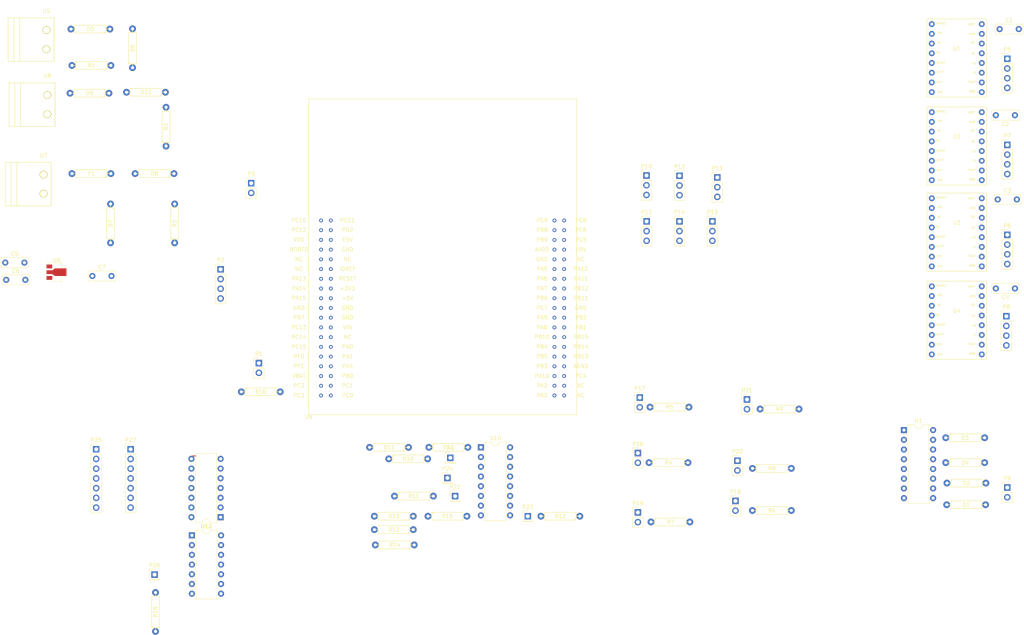
<source format=kicad_pcb>
(kicad_pcb (version 4) (host pcbnew 4.0.4-stable)

  (general
    (links 124)
    (no_connects 124)
    (area 0 0 0 0)
    (thickness 1.6)
    (drawings 0)
    (tracks 4)
    (zones 0)
    (modules 78)
    (nets 62)
  )

  (page A4)
  (layers
    (0 F.Cu signal)
    (31 B.Cu signal)
    (32 B.Adhes user)
    (33 F.Adhes user)
    (34 B.Paste user)
    (35 F.Paste user)
    (36 B.SilkS user)
    (37 F.SilkS user)
    (38 B.Mask user)
    (39 F.Mask user)
    (40 Dwgs.User user)
    (41 Cmts.User user)
    (42 Eco1.User user)
    (43 Eco2.User user)
    (44 Edge.Cuts user)
    (45 Margin user)
    (46 B.CrtYd user)
    (47 F.CrtYd user)
    (48 B.Fab user)
    (49 F.Fab user)
  )

  (setup
    (last_trace_width 0.25)
    (trace_clearance 0.2)
    (zone_clearance 0.508)
    (zone_45_only no)
    (trace_min 0.2)
    (segment_width 0.2)
    (edge_width 0.15)
    (via_size 0.6)
    (via_drill 0.4)
    (via_min_size 0.4)
    (via_min_drill 0.3)
    (uvia_size 0.3)
    (uvia_drill 0.1)
    (uvias_allowed no)
    (uvia_min_size 0.2)
    (uvia_min_drill 0.1)
    (pcb_text_width 0.3)
    (pcb_text_size 1.5 1.5)
    (mod_edge_width 0.15)
    (mod_text_size 1 1)
    (mod_text_width 0.15)
    (pad_size 1.524 1.524)
    (pad_drill 0.762)
    (pad_to_mask_clearance 0.2)
    (aux_axis_origin 0 0)
    (visible_elements FFFFF77F)
    (pcbplotparams
      (layerselection 0x00030_80000001)
      (usegerberextensions false)
      (excludeedgelayer true)
      (linewidth 0.100000)
      (plotframeref false)
      (viasonmask false)
      (mode 1)
      (useauxorigin false)
      (hpglpennumber 1)
      (hpglpenspeed 20)
      (hpglpendiameter 15)
      (hpglpenoverlay 2)
      (psnegative false)
      (psa4output false)
      (plotreference true)
      (plotvalue true)
      (plotinvisibletext false)
      (padsonsilk false)
      (subtractmaskfromsilk false)
      (outputformat 1)
      (mirror false)
      (drillshape 1)
      (scaleselection 1)
      (outputdirectory ""))
  )

  (net 0 "")
  (net 1 +15V)
  (net 2 GND)
  (net 3 +5V)
  (net 4 +3V3)
  (net 5 +8V)
  (net 6 "Net-(D1-Pad2)")
  (net 7 "Net-(D2-Pad2)")
  (net 8 "Net-(D5-Pad2)")
  (net 9 "Net-(D6-Pad1)")
  (net 10 "Net-(D8-Pad1)")
  (net 11 "Net-(D9-Pad2)")
  (net 12 "Net-(D10-Pad1)")
  (net 13 /color_part/c_couleurR)
  (net 14 /color_part/c_couleurG)
  (net 15 /color_part/c_couleurB)
  (net 16 "Net-(F1-Pad2)")
  (net 17 "Net-(P1-Pad1)")
  (net 18 /command_part/led_fusée)
  (net 19 /command_part/Rx-balise)
  (net 20 /command_part/Tx-balise)
  (net 21 /command_part/RX-Pi)
  (net 22 /command_part/TX-Pi)
  (net 23 "Net-(P4-Pad1)")
  (net 24 "Net-(P5-Pad1)")
  (net 25 "Net-(P5-Pad2)")
  (net 26 "Net-(P5-Pad3)")
  (net 27 "Net-(P5-Pad4)")
  (net 28 "Net-(P6-Pad1)")
  (net 29 "Net-(P6-Pad2)")
  (net 30 "Net-(P6-Pad3)")
  (net 31 "Net-(P6-Pad4)")
  (net 32 "Net-(P7-Pad1)")
  (net 33 "Net-(P7-Pad2)")
  (net 34 "Net-(P7-Pad3)")
  (net 35 "Net-(P7-Pad4)")
  (net 36 "Net-(P8-Pad1)")
  (net 37 "Net-(P8-Pad2)")
  (net 38 "Net-(P8-Pad3)")
  (net 39 "Net-(P8-Pad4)")
  (net 40 /command_part/c-distance1)
  (net 41 /command_part/c-distance4)
  (net 42 /command_part/c-distance5)
  (net 43 /command_part/c-distance2)
  (net 44 /command_part/c-distance3)
  (net 45 /command_part/c-distance6)
  (net 46 /cfc_part/cfc4)
  (net 47 /cfc_part/cfc1)
  (net 48 /cfc_part/cfc5)
  (net 49 /cfc_part/cfc2)
  (net 50 /cfc_part/cfc3)
  (net 51 /cfc_part/cfc6)
  (net 52 "Net-(P22-Pad1)")
  (net 53 "Net-(P23-Pad1)")
  (net 54 "Net-(P26-Pad1)")
  (net 55 "Net-(R10-Pad1)")
  (net 56 "Net-(R11-Pad1)")
  (net 57 "Net-(R12-Pad1)")
  (net 58 /command_part/dir-servo)
  (net 59 "Net-(U12-Pad2)")
  (net 60 /command_part/TX-servo)
  (net 61 /command_part/RX-servo)

  (net_class Default "This is the default net class."
    (clearance 0.2)
    (trace_width 0.25)
    (via_dia 0.6)
    (via_drill 0.4)
    (uvia_dia 0.3)
    (uvia_drill 0.1)
    (add_net +15V)
    (add_net +3V3)
    (add_net +5V)
    (add_net +8V)
    (add_net /cfc_part/cfc1)
    (add_net /cfc_part/cfc2)
    (add_net /cfc_part/cfc3)
    (add_net /cfc_part/cfc4)
    (add_net /cfc_part/cfc5)
    (add_net /cfc_part/cfc6)
    (add_net /color_part/c_couleurB)
    (add_net /color_part/c_couleurG)
    (add_net /color_part/c_couleurR)
    (add_net /command_part/RX-Pi)
    (add_net /command_part/RX-servo)
    (add_net /command_part/Rx-balise)
    (add_net /command_part/TX-Pi)
    (add_net /command_part/TX-servo)
    (add_net /command_part/Tx-balise)
    (add_net /command_part/c-distance1)
    (add_net /command_part/c-distance2)
    (add_net /command_part/c-distance3)
    (add_net /command_part/c-distance4)
    (add_net /command_part/c-distance5)
    (add_net /command_part/c-distance6)
    (add_net /command_part/dir-servo)
    (add_net /command_part/led_fusée)
    (add_net GND)
    (add_net "Net-(D1-Pad2)")
    (add_net "Net-(D10-Pad1)")
    (add_net "Net-(D2-Pad2)")
    (add_net "Net-(D5-Pad2)")
    (add_net "Net-(D6-Pad1)")
    (add_net "Net-(D8-Pad1)")
    (add_net "Net-(D9-Pad2)")
    (add_net "Net-(F1-Pad2)")
    (add_net "Net-(P1-Pad1)")
    (add_net "Net-(P22-Pad1)")
    (add_net "Net-(P23-Pad1)")
    (add_net "Net-(P26-Pad1)")
    (add_net "Net-(P4-Pad1)")
    (add_net "Net-(P5-Pad1)")
    (add_net "Net-(P5-Pad2)")
    (add_net "Net-(P5-Pad3)")
    (add_net "Net-(P5-Pad4)")
    (add_net "Net-(P6-Pad1)")
    (add_net "Net-(P6-Pad2)")
    (add_net "Net-(P6-Pad3)")
    (add_net "Net-(P6-Pad4)")
    (add_net "Net-(P7-Pad1)")
    (add_net "Net-(P7-Pad2)")
    (add_net "Net-(P7-Pad3)")
    (add_net "Net-(P7-Pad4)")
    (add_net "Net-(P8-Pad1)")
    (add_net "Net-(P8-Pad2)")
    (add_net "Net-(P8-Pad3)")
    (add_net "Net-(P8-Pad4)")
    (add_net "Net-(R10-Pad1)")
    (add_net "Net-(R11-Pad1)")
    (add_net "Net-(R12-Pad1)")
    (add_net "Net-(U12-Pad2)")
  )

  (module Capacitors_ThroughHole:C_Rect_L7.0mm_W2.5mm_P5.00mm (layer F.Cu) (tedit 58765D05) (tstamp 58B8258E)
    (at 277.5 19.25)
    (descr "C, Rect series, Radial, pin pitch=5.00mm, , length*width=7*2.5mm^2, Capacitor")
    (tags "C Rect series Radial pin pitch 5.00mm  length 7mm width 2.5mm Capacitor")
    (path /58920823/58920BC2)
    (fp_text reference C1 (at 2.5 -2.31) (layer F.SilkS)
      (effects (font (size 1 1) (thickness 0.15)))
    )
    (fp_text value 100µ (at 2.5 2.31) (layer F.Fab)
      (effects (font (size 1 1) (thickness 0.15)))
    )
    (fp_line (start -1 -1.25) (end -1 1.25) (layer F.Fab) (width 0.1))
    (fp_line (start -1 1.25) (end 6 1.25) (layer F.Fab) (width 0.1))
    (fp_line (start 6 1.25) (end 6 -1.25) (layer F.Fab) (width 0.1))
    (fp_line (start 6 -1.25) (end -1 -1.25) (layer F.Fab) (width 0.1))
    (fp_line (start -1.06 -1.31) (end 6.06 -1.31) (layer F.SilkS) (width 0.12))
    (fp_line (start -1.06 1.31) (end 6.06 1.31) (layer F.SilkS) (width 0.12))
    (fp_line (start -1.06 -1.31) (end -1.06 1.31) (layer F.SilkS) (width 0.12))
    (fp_line (start 6.06 -1.31) (end 6.06 1.31) (layer F.SilkS) (width 0.12))
    (fp_line (start -1.35 -1.6) (end -1.35 1.6) (layer F.CrtYd) (width 0.05))
    (fp_line (start -1.35 1.6) (end 6.35 1.6) (layer F.CrtYd) (width 0.05))
    (fp_line (start 6.35 1.6) (end 6.35 -1.6) (layer F.CrtYd) (width 0.05))
    (fp_line (start 6.35 -1.6) (end -1.35 -1.6) (layer F.CrtYd) (width 0.05))
    (pad 1 thru_hole circle (at 0 0) (size 1.6 1.6) (drill 0.8) (layers *.Cu *.Mask)
      (net 1 +15V))
    (pad 2 thru_hole circle (at 5 0) (size 1.6 1.6) (drill 0.8) (layers *.Cu *.Mask)
      (net 2 GND))
    (model Capacitors_THT.3dshapes/C_Rect_L7.0mm_W2.5mm_P5.00mm.wrl
      (at (xyz 0 0 0))
      (scale (xyz 0.393701 0.393701 0.393701))
      (rotate (xyz 0 0 0))
    )
  )

  (module Capacitors_ThroughHole:C_Rect_L7.0mm_W2.5mm_P5.00mm (layer F.Cu) (tedit 58765D05) (tstamp 58B82594)
    (at 281.5 41.75 180)
    (descr "C, Rect series, Radial, pin pitch=5.00mm, , length*width=7*2.5mm^2, Capacitor")
    (tags "C Rect series Radial pin pitch 5.00mm  length 7mm width 2.5mm Capacitor")
    (path /58920823/58932F3C)
    (fp_text reference C2 (at 2.5 -2.31 180) (layer F.SilkS)
      (effects (font (size 1 1) (thickness 0.15)))
    )
    (fp_text value 100µ (at 2.5 2.31 180) (layer F.Fab)
      (effects (font (size 1 1) (thickness 0.15)))
    )
    (fp_line (start -1 -1.25) (end -1 1.25) (layer F.Fab) (width 0.1))
    (fp_line (start -1 1.25) (end 6 1.25) (layer F.Fab) (width 0.1))
    (fp_line (start 6 1.25) (end 6 -1.25) (layer F.Fab) (width 0.1))
    (fp_line (start 6 -1.25) (end -1 -1.25) (layer F.Fab) (width 0.1))
    (fp_line (start -1.06 -1.31) (end 6.06 -1.31) (layer F.SilkS) (width 0.12))
    (fp_line (start -1.06 1.31) (end 6.06 1.31) (layer F.SilkS) (width 0.12))
    (fp_line (start -1.06 -1.31) (end -1.06 1.31) (layer F.SilkS) (width 0.12))
    (fp_line (start 6.06 -1.31) (end 6.06 1.31) (layer F.SilkS) (width 0.12))
    (fp_line (start -1.35 -1.6) (end -1.35 1.6) (layer F.CrtYd) (width 0.05))
    (fp_line (start -1.35 1.6) (end 6.35 1.6) (layer F.CrtYd) (width 0.05))
    (fp_line (start 6.35 1.6) (end 6.35 -1.6) (layer F.CrtYd) (width 0.05))
    (fp_line (start 6.35 -1.6) (end -1.35 -1.6) (layer F.CrtYd) (width 0.05))
    (pad 1 thru_hole circle (at 0 0 180) (size 1.6 1.6) (drill 0.8) (layers *.Cu *.Mask)
      (net 1 +15V))
    (pad 2 thru_hole circle (at 5 0 180) (size 1.6 1.6) (drill 0.8) (layers *.Cu *.Mask)
      (net 2 GND))
    (model Capacitors_THT.3dshapes/C_Rect_L7.0mm_W2.5mm_P5.00mm.wrl
      (at (xyz 0 0 0))
      (scale (xyz 0.393701 0.393701 0.393701))
      (rotate (xyz 0 0 0))
    )
  )

  (module Capacitors_ThroughHole:C_Rect_L7.0mm_W2.5mm_P5.00mm (layer F.Cu) (tedit 58765D05) (tstamp 58B8259A)
    (at 277 63.75)
    (descr "C, Rect series, Radial, pin pitch=5.00mm, , length*width=7*2.5mm^2, Capacitor")
    (tags "C Rect series Radial pin pitch 5.00mm  length 7mm width 2.5mm Capacitor")
    (path /58920823/5893343E)
    (fp_text reference C3 (at 2.5 -2.31) (layer F.SilkS)
      (effects (font (size 1 1) (thickness 0.15)))
    )
    (fp_text value 100µ (at 2.5 2.31) (layer F.Fab)
      (effects (font (size 1 1) (thickness 0.15)))
    )
    (fp_line (start -1 -1.25) (end -1 1.25) (layer F.Fab) (width 0.1))
    (fp_line (start -1 1.25) (end 6 1.25) (layer F.Fab) (width 0.1))
    (fp_line (start 6 1.25) (end 6 -1.25) (layer F.Fab) (width 0.1))
    (fp_line (start 6 -1.25) (end -1 -1.25) (layer F.Fab) (width 0.1))
    (fp_line (start -1.06 -1.31) (end 6.06 -1.31) (layer F.SilkS) (width 0.12))
    (fp_line (start -1.06 1.31) (end 6.06 1.31) (layer F.SilkS) (width 0.12))
    (fp_line (start -1.06 -1.31) (end -1.06 1.31) (layer F.SilkS) (width 0.12))
    (fp_line (start 6.06 -1.31) (end 6.06 1.31) (layer F.SilkS) (width 0.12))
    (fp_line (start -1.35 -1.6) (end -1.35 1.6) (layer F.CrtYd) (width 0.05))
    (fp_line (start -1.35 1.6) (end 6.35 1.6) (layer F.CrtYd) (width 0.05))
    (fp_line (start 6.35 1.6) (end 6.35 -1.6) (layer F.CrtYd) (width 0.05))
    (fp_line (start 6.35 -1.6) (end -1.35 -1.6) (layer F.CrtYd) (width 0.05))
    (pad 1 thru_hole circle (at 0 0) (size 1.6 1.6) (drill 0.8) (layers *.Cu *.Mask)
      (net 1 +15V))
    (pad 2 thru_hole circle (at 5 0) (size 1.6 1.6) (drill 0.8) (layers *.Cu *.Mask)
      (net 2 GND))
    (model Capacitors_THT.3dshapes/C_Rect_L7.0mm_W2.5mm_P5.00mm.wrl
      (at (xyz 0 0 0))
      (scale (xyz 0.393701 0.393701 0.393701))
      (rotate (xyz 0 0 0))
    )
  )

  (module Capacitors_ThroughHole:C_Rect_L7.0mm_W2.5mm_P5.00mm (layer F.Cu) (tedit 58765D05) (tstamp 58B825A0)
    (at 281.5 87 180)
    (descr "C, Rect series, Radial, pin pitch=5.00mm, , length*width=7*2.5mm^2, Capacitor")
    (tags "C Rect series Radial pin pitch 5.00mm  length 7mm width 2.5mm Capacitor")
    (path /58920823/589338AB)
    (fp_text reference C4 (at 2.5 -2.31 180) (layer F.SilkS)
      (effects (font (size 1 1) (thickness 0.15)))
    )
    (fp_text value 100µ (at 2.5 2.31 180) (layer F.Fab)
      (effects (font (size 1 1) (thickness 0.15)))
    )
    (fp_line (start -1 -1.25) (end -1 1.25) (layer F.Fab) (width 0.1))
    (fp_line (start -1 1.25) (end 6 1.25) (layer F.Fab) (width 0.1))
    (fp_line (start 6 1.25) (end 6 -1.25) (layer F.Fab) (width 0.1))
    (fp_line (start 6 -1.25) (end -1 -1.25) (layer F.Fab) (width 0.1))
    (fp_line (start -1.06 -1.31) (end 6.06 -1.31) (layer F.SilkS) (width 0.12))
    (fp_line (start -1.06 1.31) (end 6.06 1.31) (layer F.SilkS) (width 0.12))
    (fp_line (start -1.06 -1.31) (end -1.06 1.31) (layer F.SilkS) (width 0.12))
    (fp_line (start 6.06 -1.31) (end 6.06 1.31) (layer F.SilkS) (width 0.12))
    (fp_line (start -1.35 -1.6) (end -1.35 1.6) (layer F.CrtYd) (width 0.05))
    (fp_line (start -1.35 1.6) (end 6.35 1.6) (layer F.CrtYd) (width 0.05))
    (fp_line (start 6.35 1.6) (end 6.35 -1.6) (layer F.CrtYd) (width 0.05))
    (fp_line (start 6.35 -1.6) (end -1.35 -1.6) (layer F.CrtYd) (width 0.05))
    (pad 1 thru_hole circle (at 0 0 180) (size 1.6 1.6) (drill 0.8) (layers *.Cu *.Mask)
      (net 1 +15V))
    (pad 2 thru_hole circle (at 5 0 180) (size 1.6 1.6) (drill 0.8) (layers *.Cu *.Mask)
      (net 2 GND))
    (model Capacitors_THT.3dshapes/C_Rect_L7.0mm_W2.5mm_P5.00mm.wrl
      (at (xyz 0 0 0))
      (scale (xyz 0.393701 0.393701 0.393701))
      (rotate (xyz 0 0 0))
    )
  )

  (module Capacitors_ThroughHole:C_Rect_L7.0mm_W2.5mm_P5.00mm (layer F.Cu) (tedit 58765D05) (tstamp 58B825A6)
    (at 17.75 80.25)
    (descr "C, Rect series, Radial, pin pitch=5.00mm, , length*width=7*2.5mm^2, Capacitor")
    (tags "C Rect series Radial pin pitch 5.00mm  length 7mm width 2.5mm Capacitor")
    (path /5893DCAB/589C73E9)
    (fp_text reference C5 (at 2.5 -2.31) (layer F.SilkS)
      (effects (font (size 1 1) (thickness 0.15)))
    )
    (fp_text value 100µ (at 2.5 2.31) (layer F.Fab)
      (effects (font (size 1 1) (thickness 0.15)))
    )
    (fp_line (start -1 -1.25) (end -1 1.25) (layer F.Fab) (width 0.1))
    (fp_line (start -1 1.25) (end 6 1.25) (layer F.Fab) (width 0.1))
    (fp_line (start 6 1.25) (end 6 -1.25) (layer F.Fab) (width 0.1))
    (fp_line (start 6 -1.25) (end -1 -1.25) (layer F.Fab) (width 0.1))
    (fp_line (start -1.06 -1.31) (end 6.06 -1.31) (layer F.SilkS) (width 0.12))
    (fp_line (start -1.06 1.31) (end 6.06 1.31) (layer F.SilkS) (width 0.12))
    (fp_line (start -1.06 -1.31) (end -1.06 1.31) (layer F.SilkS) (width 0.12))
    (fp_line (start 6.06 -1.31) (end 6.06 1.31) (layer F.SilkS) (width 0.12))
    (fp_line (start -1.35 -1.6) (end -1.35 1.6) (layer F.CrtYd) (width 0.05))
    (fp_line (start -1.35 1.6) (end 6.35 1.6) (layer F.CrtYd) (width 0.05))
    (fp_line (start 6.35 1.6) (end 6.35 -1.6) (layer F.CrtYd) (width 0.05))
    (fp_line (start 6.35 -1.6) (end -1.35 -1.6) (layer F.CrtYd) (width 0.05))
    (pad 1 thru_hole circle (at 0 0) (size 1.6 1.6) (drill 0.8) (layers *.Cu *.Mask)
      (net 3 +5V))
    (pad 2 thru_hole circle (at 5 0) (size 1.6 1.6) (drill 0.8) (layers *.Cu *.Mask)
      (net 2 GND))
    (model Capacitors_THT.3dshapes/C_Rect_L7.0mm_W2.5mm_P5.00mm.wrl
      (at (xyz 0 0 0))
      (scale (xyz 0.393701 0.393701 0.393701))
      (rotate (xyz 0 0 0))
    )
  )

  (module Capacitors_ThroughHole:C_Rect_L7.0mm_W2.5mm_P5.00mm (layer F.Cu) (tedit 58765D05) (tstamp 58B825AC)
    (at 18 84.75)
    (descr "C, Rect series, Radial, pin pitch=5.00mm, , length*width=7*2.5mm^2, Capacitor")
    (tags "C Rect series Radial pin pitch 5.00mm  length 7mm width 2.5mm Capacitor")
    (path /5893DCAB/589C7354)
    (fp_text reference C6 (at 2.5 -2.31) (layer F.SilkS)
      (effects (font (size 1 1) (thickness 0.15)))
    )
    (fp_text value 1µ (at 2.5 2.31) (layer F.Fab)
      (effects (font (size 1 1) (thickness 0.15)))
    )
    (fp_line (start -1 -1.25) (end -1 1.25) (layer F.Fab) (width 0.1))
    (fp_line (start -1 1.25) (end 6 1.25) (layer F.Fab) (width 0.1))
    (fp_line (start 6 1.25) (end 6 -1.25) (layer F.Fab) (width 0.1))
    (fp_line (start 6 -1.25) (end -1 -1.25) (layer F.Fab) (width 0.1))
    (fp_line (start -1.06 -1.31) (end 6.06 -1.31) (layer F.SilkS) (width 0.12))
    (fp_line (start -1.06 1.31) (end 6.06 1.31) (layer F.SilkS) (width 0.12))
    (fp_line (start -1.06 -1.31) (end -1.06 1.31) (layer F.SilkS) (width 0.12))
    (fp_line (start 6.06 -1.31) (end 6.06 1.31) (layer F.SilkS) (width 0.12))
    (fp_line (start -1.35 -1.6) (end -1.35 1.6) (layer F.CrtYd) (width 0.05))
    (fp_line (start -1.35 1.6) (end 6.35 1.6) (layer F.CrtYd) (width 0.05))
    (fp_line (start 6.35 1.6) (end 6.35 -1.6) (layer F.CrtYd) (width 0.05))
    (fp_line (start 6.35 -1.6) (end -1.35 -1.6) (layer F.CrtYd) (width 0.05))
    (pad 1 thru_hole circle (at 0 0) (size 1.6 1.6) (drill 0.8) (layers *.Cu *.Mask)
      (net 3 +5V))
    (pad 2 thru_hole circle (at 5 0) (size 1.6 1.6) (drill 0.8) (layers *.Cu *.Mask)
      (net 2 GND))
    (model Capacitors_THT.3dshapes/C_Rect_L7.0mm_W2.5mm_P5.00mm.wrl
      (at (xyz 0 0 0))
      (scale (xyz 0.393701 0.393701 0.393701))
      (rotate (xyz 0 0 0))
    )
  )

  (module Capacitors_ThroughHole:C_Rect_L7.0mm_W2.5mm_P5.00mm (layer F.Cu) (tedit 58765D05) (tstamp 58B825B2)
    (at 40.5 83.75)
    (descr "C, Rect series, Radial, pin pitch=5.00mm, , length*width=7*2.5mm^2, Capacitor")
    (tags "C Rect series Radial pin pitch 5.00mm  length 7mm width 2.5mm Capacitor")
    (path /5893DCAB/589C7471)
    (fp_text reference C7 (at 2.5 -2.31) (layer F.SilkS)
      (effects (font (size 1 1) (thickness 0.15)))
    )
    (fp_text value 1µ (at 2.5 2.31) (layer F.Fab)
      (effects (font (size 1 1) (thickness 0.15)))
    )
    (fp_line (start -1 -1.25) (end -1 1.25) (layer F.Fab) (width 0.1))
    (fp_line (start -1 1.25) (end 6 1.25) (layer F.Fab) (width 0.1))
    (fp_line (start 6 1.25) (end 6 -1.25) (layer F.Fab) (width 0.1))
    (fp_line (start 6 -1.25) (end -1 -1.25) (layer F.Fab) (width 0.1))
    (fp_line (start -1.06 -1.31) (end 6.06 -1.31) (layer F.SilkS) (width 0.12))
    (fp_line (start -1.06 1.31) (end 6.06 1.31) (layer F.SilkS) (width 0.12))
    (fp_line (start -1.06 -1.31) (end -1.06 1.31) (layer F.SilkS) (width 0.12))
    (fp_line (start 6.06 -1.31) (end 6.06 1.31) (layer F.SilkS) (width 0.12))
    (fp_line (start -1.35 -1.6) (end -1.35 1.6) (layer F.CrtYd) (width 0.05))
    (fp_line (start -1.35 1.6) (end 6.35 1.6) (layer F.CrtYd) (width 0.05))
    (fp_line (start 6.35 1.6) (end 6.35 -1.6) (layer F.CrtYd) (width 0.05))
    (fp_line (start 6.35 -1.6) (end -1.35 -1.6) (layer F.CrtYd) (width 0.05))
    (pad 1 thru_hole circle (at 0 0) (size 1.6 1.6) (drill 0.8) (layers *.Cu *.Mask)
      (net 4 +3V3))
    (pad 2 thru_hole circle (at 5 0) (size 1.6 1.6) (drill 0.8) (layers *.Cu *.Mask)
      (net 2 GND))
    (model Capacitors_THT.3dshapes/C_Rect_L7.0mm_W2.5mm_P5.00mm.wrl
      (at (xyz 0 0 0))
      (scale (xyz 0.393701 0.393701 0.393701))
      (rotate (xyz 0 0 0))
    )
  )

  (module Discret:R4-LARGE_PADS (layer F.Cu) (tedit 0) (tstamp 58B825B8)
    (at 268.75 143.5)
    (descr "Resitance 4 pas")
    (tags R)
    (path /589368F1/5893F7B2)
    (fp_text reference D1 (at 0 0) (layer F.SilkS)
      (effects (font (size 1 1) (thickness 0.15)))
    )
    (fp_text value D_Schottky (at 0 0) (layer F.Fab)
      (effects (font (size 1 1) (thickness 0.15)))
    )
    (fp_line (start -5.08 0) (end -4.064 0) (layer F.SilkS) (width 0.15))
    (fp_line (start -4.064 0) (end -4.064 -1.016) (layer F.SilkS) (width 0.15))
    (fp_line (start -4.064 -1.016) (end 4.064 -1.016) (layer F.SilkS) (width 0.15))
    (fp_line (start 4.064 -1.016) (end 4.064 1.016) (layer F.SilkS) (width 0.15))
    (fp_line (start 4.064 1.016) (end -4.064 1.016) (layer F.SilkS) (width 0.15))
    (fp_line (start -4.064 1.016) (end -4.064 0) (layer F.SilkS) (width 0.15))
    (fp_line (start -4.064 -0.508) (end -3.556 -1.016) (layer F.SilkS) (width 0.15))
    (fp_line (start 5.08 0) (end 4.064 0) (layer F.SilkS) (width 0.15))
    (pad 1 thru_hole circle (at -5.08 0) (size 1.778 1.778) (drill 0.8128) (layers *.Cu *.Mask)
      (net 5 +8V))
    (pad 2 thru_hole circle (at 5.08 0) (size 1.778 1.778) (drill 0.8128) (layers *.Cu *.Mask)
      (net 6 "Net-(D1-Pad2)"))
    (model Discret.3dshapes/R4-LARGE_PADS.wrl
      (at (xyz 0 0 0))
      (scale (xyz 0.4 0.4 0.4))
      (rotate (xyz 0 0 0))
    )
  )

  (module Discret:R4-LARGE_PADS (layer F.Cu) (tedit 0) (tstamp 58B825BE)
    (at 268.819 137.841001)
    (descr "Resitance 4 pas")
    (tags R)
    (path /589368F1/5893F7CF)
    (fp_text reference D2 (at 0 0) (layer F.SilkS)
      (effects (font (size 1 1) (thickness 0.15)))
    )
    (fp_text value D_Schottky (at 0 0) (layer F.Fab)
      (effects (font (size 1 1) (thickness 0.15)))
    )
    (fp_line (start -5.08 0) (end -4.064 0) (layer F.SilkS) (width 0.15))
    (fp_line (start -4.064 0) (end -4.064 -1.016) (layer F.SilkS) (width 0.15))
    (fp_line (start -4.064 -1.016) (end 4.064 -1.016) (layer F.SilkS) (width 0.15))
    (fp_line (start 4.064 -1.016) (end 4.064 1.016) (layer F.SilkS) (width 0.15))
    (fp_line (start 4.064 1.016) (end -4.064 1.016) (layer F.SilkS) (width 0.15))
    (fp_line (start -4.064 1.016) (end -4.064 0) (layer F.SilkS) (width 0.15))
    (fp_line (start -4.064 -0.508) (end -3.556 -1.016) (layer F.SilkS) (width 0.15))
    (fp_line (start 5.08 0) (end 4.064 0) (layer F.SilkS) (width 0.15))
    (pad 1 thru_hole circle (at -5.08 0) (size 1.778 1.778) (drill 0.8128) (layers *.Cu *.Mask)
      (net 5 +8V))
    (pad 2 thru_hole circle (at 5.08 0) (size 1.778 1.778) (drill 0.8128) (layers *.Cu *.Mask)
      (net 7 "Net-(D2-Pad2)"))
    (model Discret.3dshapes/R4-LARGE_PADS.wrl
      (at (xyz 0 0 0))
      (scale (xyz 0.4 0.4 0.4))
      (rotate (xyz 0 0 0))
    )
  )

  (module Discret:R4-LARGE_PADS (layer F.Cu) (tedit 0) (tstamp 58B825C4)
    (at 268.5 126)
    (descr "Resitance 4 pas")
    (tags R)
    (path /589368F1/5893F78D)
    (fp_text reference D3 (at 0 0) (layer F.SilkS)
      (effects (font (size 1 1) (thickness 0.15)))
    )
    (fp_text value D_Schottky (at 0 0) (layer F.Fab)
      (effects (font (size 1 1) (thickness 0.15)))
    )
    (fp_line (start -5.08 0) (end -4.064 0) (layer F.SilkS) (width 0.15))
    (fp_line (start -4.064 0) (end -4.064 -1.016) (layer F.SilkS) (width 0.15))
    (fp_line (start -4.064 -1.016) (end 4.064 -1.016) (layer F.SilkS) (width 0.15))
    (fp_line (start 4.064 -1.016) (end 4.064 1.016) (layer F.SilkS) (width 0.15))
    (fp_line (start 4.064 1.016) (end -4.064 1.016) (layer F.SilkS) (width 0.15))
    (fp_line (start -4.064 1.016) (end -4.064 0) (layer F.SilkS) (width 0.15))
    (fp_line (start -4.064 -0.508) (end -3.556 -1.016) (layer F.SilkS) (width 0.15))
    (fp_line (start 5.08 0) (end 4.064 0) (layer F.SilkS) (width 0.15))
    (pad 1 thru_hole circle (at -5.08 0) (size 1.778 1.778) (drill 0.8128) (layers *.Cu *.Mask)
      (net 6 "Net-(D1-Pad2)"))
    (pad 2 thru_hole circle (at 5.08 0) (size 1.778 1.778) (drill 0.8128) (layers *.Cu *.Mask)
      (net 2 GND))
    (model Discret.3dshapes/R4-LARGE_PADS.wrl
      (at (xyz 0 0 0))
      (scale (xyz 0.4 0.4 0.4))
      (rotate (xyz 0 0 0))
    )
  )

  (module Discret:R4-LARGE_PADS (layer F.Cu) (tedit 0) (tstamp 58B825CA)
    (at 268.5 132.5)
    (descr "Resitance 4 pas")
    (tags R)
    (path /589368F1/5893F7EE)
    (fp_text reference D4 (at 0 0) (layer F.SilkS)
      (effects (font (size 1 1) (thickness 0.15)))
    )
    (fp_text value D_Schottky (at 0 0) (layer F.Fab)
      (effects (font (size 1 1) (thickness 0.15)))
    )
    (fp_line (start -5.08 0) (end -4.064 0) (layer F.SilkS) (width 0.15))
    (fp_line (start -4.064 0) (end -4.064 -1.016) (layer F.SilkS) (width 0.15))
    (fp_line (start -4.064 -1.016) (end 4.064 -1.016) (layer F.SilkS) (width 0.15))
    (fp_line (start 4.064 -1.016) (end 4.064 1.016) (layer F.SilkS) (width 0.15))
    (fp_line (start 4.064 1.016) (end -4.064 1.016) (layer F.SilkS) (width 0.15))
    (fp_line (start -4.064 1.016) (end -4.064 0) (layer F.SilkS) (width 0.15))
    (fp_line (start -4.064 -0.508) (end -3.556 -1.016) (layer F.SilkS) (width 0.15))
    (fp_line (start 5.08 0) (end 4.064 0) (layer F.SilkS) (width 0.15))
    (pad 1 thru_hole circle (at -5.08 0) (size 1.778 1.778) (drill 0.8128) (layers *.Cu *.Mask)
      (net 7 "Net-(D2-Pad2)"))
    (pad 2 thru_hole circle (at 5.08 0) (size 1.778 1.778) (drill 0.8128) (layers *.Cu *.Mask)
      (net 2 GND))
    (model Discret.3dshapes/R4-LARGE_PADS.wrl
      (at (xyz 0 0 0))
      (scale (xyz 0.4 0.4 0.4))
      (rotate (xyz 0 0 0))
    )
  )

  (module Discret:R4-LARGE_PADS (layer F.Cu) (tedit 0) (tstamp 58B825D0)
    (at 40 19.25 180)
    (descr "Resitance 4 pas")
    (tags R)
    (path /5893DCAB/5893DF03)
    (fp_text reference D5 (at 0 0 180) (layer F.SilkS)
      (effects (font (size 1 1) (thickness 0.15)))
    )
    (fp_text value D_Small (at 0 0 180) (layer F.Fab)
      (effects (font (size 1 1) (thickness 0.15)))
    )
    (fp_line (start -5.08 0) (end -4.064 0) (layer F.SilkS) (width 0.15))
    (fp_line (start -4.064 0) (end -4.064 -1.016) (layer F.SilkS) (width 0.15))
    (fp_line (start -4.064 -1.016) (end 4.064 -1.016) (layer F.SilkS) (width 0.15))
    (fp_line (start 4.064 -1.016) (end 4.064 1.016) (layer F.SilkS) (width 0.15))
    (fp_line (start 4.064 1.016) (end -4.064 1.016) (layer F.SilkS) (width 0.15))
    (fp_line (start -4.064 1.016) (end -4.064 0) (layer F.SilkS) (width 0.15))
    (fp_line (start -4.064 -0.508) (end -3.556 -1.016) (layer F.SilkS) (width 0.15))
    (fp_line (start 5.08 0) (end 4.064 0) (layer F.SilkS) (width 0.15))
    (pad 1 thru_hole circle (at -5.08 0 180) (size 1.778 1.778) (drill 0.8128) (layers *.Cu *.Mask)
      (net 3 +5V))
    (pad 2 thru_hole circle (at 5.08 0 180) (size 1.778 1.778) (drill 0.8128) (layers *.Cu *.Mask)
      (net 8 "Net-(D5-Pad2)"))
    (model Discret.3dshapes/R4-LARGE_PADS.wrl
      (at (xyz 0 0 0))
      (scale (xyz 0.4 0.4 0.4))
      (rotate (xyz 0 0 0))
    )
  )

  (module Discret:R4-LARGE_PADS (layer F.Cu) (tedit 0) (tstamp 58B825D6)
    (at 51 24.25 90)
    (descr "Resitance 4 pas")
    (tags R)
    (path /5893DCAB/589C923B)
    (fp_text reference D6 (at 0 0 90) (layer F.SilkS)
      (effects (font (size 1 1) (thickness 0.15)))
    )
    (fp_text value LED (at 0 0 90) (layer F.Fab)
      (effects (font (size 1 1) (thickness 0.15)))
    )
    (fp_line (start -5.08 0) (end -4.064 0) (layer F.SilkS) (width 0.15))
    (fp_line (start -4.064 0) (end -4.064 -1.016) (layer F.SilkS) (width 0.15))
    (fp_line (start -4.064 -1.016) (end 4.064 -1.016) (layer F.SilkS) (width 0.15))
    (fp_line (start 4.064 -1.016) (end 4.064 1.016) (layer F.SilkS) (width 0.15))
    (fp_line (start 4.064 1.016) (end -4.064 1.016) (layer F.SilkS) (width 0.15))
    (fp_line (start -4.064 1.016) (end -4.064 0) (layer F.SilkS) (width 0.15))
    (fp_line (start -4.064 -0.508) (end -3.556 -1.016) (layer F.SilkS) (width 0.15))
    (fp_line (start 5.08 0) (end 4.064 0) (layer F.SilkS) (width 0.15))
    (pad 1 thru_hole circle (at -5.08 0 90) (size 1.778 1.778) (drill 0.8128) (layers *.Cu *.Mask)
      (net 9 "Net-(D6-Pad1)"))
    (pad 2 thru_hole circle (at 5.08 0 90) (size 1.778 1.778) (drill 0.8128) (layers *.Cu *.Mask)
      (net 3 +5V))
    (model Discret.3dshapes/R4-LARGE_PADS.wrl
      (at (xyz 0 0 0))
      (scale (xyz 0.4 0.4 0.4))
      (rotate (xyz 0 0 0))
    )
  )

  (module Discret:R4-LARGE_PADS (layer F.Cu) (tedit 0) (tstamp 58B825DC)
    (at 45.25 70 270)
    (descr "Resitance 4 pas")
    (tags R)
    (path /5893DCAB/58AB26E6)
    (fp_text reference D7 (at 0 0 270) (layer F.SilkS)
      (effects (font (size 1 1) (thickness 0.15)))
    )
    (fp_text value D_Schottky (at 0 0 270) (layer F.Fab)
      (effects (font (size 1 1) (thickness 0.15)))
    )
    (fp_line (start -5.08 0) (end -4.064 0) (layer F.SilkS) (width 0.15))
    (fp_line (start -4.064 0) (end -4.064 -1.016) (layer F.SilkS) (width 0.15))
    (fp_line (start -4.064 -1.016) (end 4.064 -1.016) (layer F.SilkS) (width 0.15))
    (fp_line (start 4.064 -1.016) (end 4.064 1.016) (layer F.SilkS) (width 0.15))
    (fp_line (start 4.064 1.016) (end -4.064 1.016) (layer F.SilkS) (width 0.15))
    (fp_line (start -4.064 1.016) (end -4.064 0) (layer F.SilkS) (width 0.15))
    (fp_line (start -4.064 -0.508) (end -3.556 -1.016) (layer F.SilkS) (width 0.15))
    (fp_line (start 5.08 0) (end 4.064 0) (layer F.SilkS) (width 0.15))
    (pad 1 thru_hole circle (at -5.08 0 270) (size 1.778 1.778) (drill 0.8128) (layers *.Cu *.Mask)
      (net 1 +15V))
    (pad 2 thru_hole circle (at 5.08 0 270) (size 1.778 1.778) (drill 0.8128) (layers *.Cu *.Mask)
      (net 2 GND))
    (model Discret.3dshapes/R4-LARGE_PADS.wrl
      (at (xyz 0 0 0))
      (scale (xyz 0.4 0.4 0.4))
      (rotate (xyz 0 0 0))
    )
  )

  (module Discret:R4-LARGE_PADS (layer F.Cu) (tedit 0) (tstamp 58B825E2)
    (at 56.75 57 180)
    (descr "Resitance 4 pas")
    (tags R)
    (path /5893DCAB/589CBE9F)
    (fp_text reference D8 (at 0 0 180) (layer F.SilkS)
      (effects (font (size 1 1) (thickness 0.15)))
    )
    (fp_text value LED (at 0 0 180) (layer F.Fab)
      (effects (font (size 1 1) (thickness 0.15)))
    )
    (fp_line (start -5.08 0) (end -4.064 0) (layer F.SilkS) (width 0.15))
    (fp_line (start -4.064 0) (end -4.064 -1.016) (layer F.SilkS) (width 0.15))
    (fp_line (start -4.064 -1.016) (end 4.064 -1.016) (layer F.SilkS) (width 0.15))
    (fp_line (start 4.064 -1.016) (end 4.064 1.016) (layer F.SilkS) (width 0.15))
    (fp_line (start 4.064 1.016) (end -4.064 1.016) (layer F.SilkS) (width 0.15))
    (fp_line (start -4.064 1.016) (end -4.064 0) (layer F.SilkS) (width 0.15))
    (fp_line (start -4.064 -0.508) (end -3.556 -1.016) (layer F.SilkS) (width 0.15))
    (fp_line (start 5.08 0) (end 4.064 0) (layer F.SilkS) (width 0.15))
    (pad 1 thru_hole circle (at -5.08 0 180) (size 1.778 1.778) (drill 0.8128) (layers *.Cu *.Mask)
      (net 10 "Net-(D8-Pad1)"))
    (pad 2 thru_hole circle (at 5.08 0 180) (size 1.778 1.778) (drill 0.8128) (layers *.Cu *.Mask)
      (net 1 +15V))
    (model Discret.3dshapes/R4-LARGE_PADS.wrl
      (at (xyz 0 0 0))
      (scale (xyz 0.4 0.4 0.4))
      (rotate (xyz 0 0 0))
    )
  )

  (module Discret:R4-LARGE_PADS (layer F.Cu) (tedit 0) (tstamp 58B825E8)
    (at 39.75 36 180)
    (descr "Resitance 4 pas")
    (tags R)
    (path /5893DCAB/589CBFFB)
    (fp_text reference D9 (at 0 0 180) (layer F.SilkS)
      (effects (font (size 1 1) (thickness 0.15)))
    )
    (fp_text value D_Small (at 0 0 180) (layer F.Fab)
      (effects (font (size 1 1) (thickness 0.15)))
    )
    (fp_line (start -5.08 0) (end -4.064 0) (layer F.SilkS) (width 0.15))
    (fp_line (start -4.064 0) (end -4.064 -1.016) (layer F.SilkS) (width 0.15))
    (fp_line (start -4.064 -1.016) (end 4.064 -1.016) (layer F.SilkS) (width 0.15))
    (fp_line (start 4.064 -1.016) (end 4.064 1.016) (layer F.SilkS) (width 0.15))
    (fp_line (start 4.064 1.016) (end -4.064 1.016) (layer F.SilkS) (width 0.15))
    (fp_line (start -4.064 1.016) (end -4.064 0) (layer F.SilkS) (width 0.15))
    (fp_line (start -4.064 -0.508) (end -3.556 -1.016) (layer F.SilkS) (width 0.15))
    (fp_line (start 5.08 0) (end 4.064 0) (layer F.SilkS) (width 0.15))
    (pad 1 thru_hole circle (at -5.08 0 180) (size 1.778 1.778) (drill 0.8128) (layers *.Cu *.Mask)
      (net 5 +8V))
    (pad 2 thru_hole circle (at 5.08 0 180) (size 1.778 1.778) (drill 0.8128) (layers *.Cu *.Mask)
      (net 11 "Net-(D9-Pad2)"))
    (model Discret.3dshapes/R4-LARGE_PADS.wrl
      (at (xyz 0 0 0))
      (scale (xyz 0.4 0.4 0.4))
      (rotate (xyz 0 0 0))
    )
  )

  (module Discret:R4-LARGE_PADS (layer F.Cu) (tedit 0) (tstamp 58B825EE)
    (at 54.5 35.75 180)
    (descr "Resitance 4 pas")
    (tags R)
    (path /5893DCAB/589CC013)
    (fp_text reference D10 (at 0 0 180) (layer F.SilkS)
      (effects (font (size 1 1) (thickness 0.15)))
    )
    (fp_text value LED (at 0 0 180) (layer F.Fab)
      (effects (font (size 1 1) (thickness 0.15)))
    )
    (fp_line (start -5.08 0) (end -4.064 0) (layer F.SilkS) (width 0.15))
    (fp_line (start -4.064 0) (end -4.064 -1.016) (layer F.SilkS) (width 0.15))
    (fp_line (start -4.064 -1.016) (end 4.064 -1.016) (layer F.SilkS) (width 0.15))
    (fp_line (start 4.064 -1.016) (end 4.064 1.016) (layer F.SilkS) (width 0.15))
    (fp_line (start 4.064 1.016) (end -4.064 1.016) (layer F.SilkS) (width 0.15))
    (fp_line (start -4.064 1.016) (end -4.064 0) (layer F.SilkS) (width 0.15))
    (fp_line (start -4.064 -0.508) (end -3.556 -1.016) (layer F.SilkS) (width 0.15))
    (fp_line (start 5.08 0) (end 4.064 0) (layer F.SilkS) (width 0.15))
    (pad 1 thru_hole circle (at -5.08 0 180) (size 1.778 1.778) (drill 0.8128) (layers *.Cu *.Mask)
      (net 12 "Net-(D10-Pad1)"))
    (pad 2 thru_hole circle (at 5.08 0 180) (size 1.778 1.778) (drill 0.8128) (layers *.Cu *.Mask)
      (net 5 +8V))
    (model Discret.3dshapes/R4-LARGE_PADS.wrl
      (at (xyz 0 0 0))
      (scale (xyz 0.4 0.4 0.4))
      (rotate (xyz 0 0 0))
    )
  )

  (module Discret:R4-LARGE_PADS (layer F.Cu) (tedit 0) (tstamp 58B825F4)
    (at 118 128.5 180)
    (descr "Resitance 4 pas")
    (tags R)
    (path /58A69FAB/58A6B7A0)
    (fp_text reference D11 (at 0 0 180) (layer F.SilkS)
      (effects (font (size 1 1) (thickness 0.15)))
    )
    (fp_text value ZENER (at 0 0 180) (layer F.Fab)
      (effects (font (size 1 1) (thickness 0.15)))
    )
    (fp_line (start -5.08 0) (end -4.064 0) (layer F.SilkS) (width 0.15))
    (fp_line (start -4.064 0) (end -4.064 -1.016) (layer F.SilkS) (width 0.15))
    (fp_line (start -4.064 -1.016) (end 4.064 -1.016) (layer F.SilkS) (width 0.15))
    (fp_line (start 4.064 -1.016) (end 4.064 1.016) (layer F.SilkS) (width 0.15))
    (fp_line (start 4.064 1.016) (end -4.064 1.016) (layer F.SilkS) (width 0.15))
    (fp_line (start -4.064 1.016) (end -4.064 0) (layer F.SilkS) (width 0.15))
    (fp_line (start -4.064 -0.508) (end -3.556 -1.016) (layer F.SilkS) (width 0.15))
    (fp_line (start 5.08 0) (end 4.064 0) (layer F.SilkS) (width 0.15))
    (pad 1 thru_hole circle (at -5.08 0 180) (size 1.778 1.778) (drill 0.8128) (layers *.Cu *.Mask)
      (net 13 /color_part/c_couleurR))
    (pad 2 thru_hole circle (at 5.08 0 180) (size 1.778 1.778) (drill 0.8128) (layers *.Cu *.Mask)
      (net 2 GND))
    (model Discret.3dshapes/R4-LARGE_PADS.wrl
      (at (xyz 0 0 0))
      (scale (xyz 0.4 0.4 0.4))
      (rotate (xyz 0 0 0))
    )
  )

  (module Discret:R4-LARGE_PADS (layer F.Cu) (tedit 0) (tstamp 58B825FA)
    (at 119.25 150 180)
    (descr "Resitance 4 pas")
    (tags R)
    (path /58A69FAB/58A72BEB)
    (fp_text reference D12 (at 0 0 180) (layer F.SilkS)
      (effects (font (size 1 1) (thickness 0.15)))
    )
    (fp_text value ZENER (at 0 0 180) (layer F.Fab)
      (effects (font (size 1 1) (thickness 0.15)))
    )
    (fp_line (start -5.08 0) (end -4.064 0) (layer F.SilkS) (width 0.15))
    (fp_line (start -4.064 0) (end -4.064 -1.016) (layer F.SilkS) (width 0.15))
    (fp_line (start -4.064 -1.016) (end 4.064 -1.016) (layer F.SilkS) (width 0.15))
    (fp_line (start 4.064 -1.016) (end 4.064 1.016) (layer F.SilkS) (width 0.15))
    (fp_line (start 4.064 1.016) (end -4.064 1.016) (layer F.SilkS) (width 0.15))
    (fp_line (start -4.064 1.016) (end -4.064 0) (layer F.SilkS) (width 0.15))
    (fp_line (start -4.064 -0.508) (end -3.556 -1.016) (layer F.SilkS) (width 0.15))
    (fp_line (start 5.08 0) (end 4.064 0) (layer F.SilkS) (width 0.15))
    (pad 1 thru_hole circle (at -5.08 0 180) (size 1.778 1.778) (drill 0.8128) (layers *.Cu *.Mask)
      (net 14 /color_part/c_couleurG))
    (pad 2 thru_hole circle (at 5.08 0 180) (size 1.778 1.778) (drill 0.8128) (layers *.Cu *.Mask)
      (net 2 GND))
    (model Discret.3dshapes/R4-LARGE_PADS.wrl
      (at (xyz 0 0 0))
      (scale (xyz 0.4 0.4 0.4))
      (rotate (xyz 0 0 0))
    )
  )

  (module Discret:R4-LARGE_PADS (layer F.Cu) (tedit 0) (tstamp 58B82600)
    (at 119.25 146.5 180)
    (descr "Resitance 4 pas")
    (tags R)
    (path /58A69FAB/58A72E3D)
    (fp_text reference D13 (at 0 0 180) (layer F.SilkS)
      (effects (font (size 1 1) (thickness 0.15)))
    )
    (fp_text value ZENER (at 0 0 180) (layer F.Fab)
      (effects (font (size 1 1) (thickness 0.15)))
    )
    (fp_line (start -5.08 0) (end -4.064 0) (layer F.SilkS) (width 0.15))
    (fp_line (start -4.064 0) (end -4.064 -1.016) (layer F.SilkS) (width 0.15))
    (fp_line (start -4.064 -1.016) (end 4.064 -1.016) (layer F.SilkS) (width 0.15))
    (fp_line (start 4.064 -1.016) (end 4.064 1.016) (layer F.SilkS) (width 0.15))
    (fp_line (start 4.064 1.016) (end -4.064 1.016) (layer F.SilkS) (width 0.15))
    (fp_line (start -4.064 1.016) (end -4.064 0) (layer F.SilkS) (width 0.15))
    (fp_line (start -4.064 -0.508) (end -3.556 -1.016) (layer F.SilkS) (width 0.15))
    (fp_line (start 5.08 0) (end 4.064 0) (layer F.SilkS) (width 0.15))
    (pad 1 thru_hole circle (at -5.08 0 180) (size 1.778 1.778) (drill 0.8128) (layers *.Cu *.Mask)
      (net 15 /color_part/c_couleurB))
    (pad 2 thru_hole circle (at 5.08 0 180) (size 1.778 1.778) (drill 0.8128) (layers *.Cu *.Mask)
      (net 2 GND))
    (model Discret.3dshapes/R4-LARGE_PADS.wrl
      (at (xyz 0 0 0))
      (scale (xyz 0.4 0.4 0.4))
      (rotate (xyz 0 0 0))
    )
  )

  (module Discret:R4-LARGE_PADS (layer F.Cu) (tedit 0) (tstamp 58B82606)
    (at 40.25 57 180)
    (descr "Resitance 4 pas")
    (tags R)
    (path /5893DCAB/58AB2024)
    (fp_text reference F1 (at 0 0 180) (layer F.SilkS)
      (effects (font (size 1 1) (thickness 0.15)))
    )
    (fp_text value FUSE (at 0 0 180) (layer F.Fab)
      (effects (font (size 1 1) (thickness 0.15)))
    )
    (fp_line (start -5.08 0) (end -4.064 0) (layer F.SilkS) (width 0.15))
    (fp_line (start -4.064 0) (end -4.064 -1.016) (layer F.SilkS) (width 0.15))
    (fp_line (start -4.064 -1.016) (end 4.064 -1.016) (layer F.SilkS) (width 0.15))
    (fp_line (start 4.064 -1.016) (end 4.064 1.016) (layer F.SilkS) (width 0.15))
    (fp_line (start 4.064 1.016) (end -4.064 1.016) (layer F.SilkS) (width 0.15))
    (fp_line (start -4.064 1.016) (end -4.064 0) (layer F.SilkS) (width 0.15))
    (fp_line (start -4.064 -0.508) (end -3.556 -1.016) (layer F.SilkS) (width 0.15))
    (fp_line (start 5.08 0) (end 4.064 0) (layer F.SilkS) (width 0.15))
    (pad 1 thru_hole circle (at -5.08 0 180) (size 1.778 1.778) (drill 0.8128) (layers *.Cu *.Mask)
      (net 1 +15V))
    (pad 2 thru_hole circle (at 5.08 0 180) (size 1.778 1.778) (drill 0.8128) (layers *.Cu *.Mask)
      (net 16 "Net-(F1-Pad2)"))
    (model Discret.3dshapes/R4-LARGE_PADS.wrl
      (at (xyz 0 0 0))
      (scale (xyz 0.4 0.4 0.4))
      (rotate (xyz 0 0 0))
    )
  )

  (module Housings_DIP:DIP-16_W7.62mm (layer F.Cu) (tedit 586281B4) (tstamp 58B8261A)
    (at 252.5 124)
    (descr "16-lead dip package, row spacing 7.62 mm (300 mils)")
    (tags "DIL DIP PDIP 2.54mm 7.62mm 300mil")
    (path /589368F1/58937B34)
    (fp_text reference H1 (at 3.81 -2.39) (layer F.SilkS)
      (effects (font (size 1 1) (thickness 0.15)))
    )
    (fp_text value H-bridge (at 3.81 20.17) (layer F.Fab)
      (effects (font (size 1 1) (thickness 0.15)))
    )
    (fp_arc (start 3.81 -1.39) (end 2.81 -1.39) (angle -180) (layer F.SilkS) (width 0.12))
    (fp_line (start 1.635 -1.27) (end 6.985 -1.27) (layer F.Fab) (width 0.1))
    (fp_line (start 6.985 -1.27) (end 6.985 19.05) (layer F.Fab) (width 0.1))
    (fp_line (start 6.985 19.05) (end 0.635 19.05) (layer F.Fab) (width 0.1))
    (fp_line (start 0.635 19.05) (end 0.635 -0.27) (layer F.Fab) (width 0.1))
    (fp_line (start 0.635 -0.27) (end 1.635 -1.27) (layer F.Fab) (width 0.1))
    (fp_line (start 2.81 -1.39) (end 1.04 -1.39) (layer F.SilkS) (width 0.12))
    (fp_line (start 1.04 -1.39) (end 1.04 19.17) (layer F.SilkS) (width 0.12))
    (fp_line (start 1.04 19.17) (end 6.58 19.17) (layer F.SilkS) (width 0.12))
    (fp_line (start 6.58 19.17) (end 6.58 -1.39) (layer F.SilkS) (width 0.12))
    (fp_line (start 6.58 -1.39) (end 4.81 -1.39) (layer F.SilkS) (width 0.12))
    (fp_line (start -1.1 -1.6) (end -1.1 19.3) (layer F.CrtYd) (width 0.05))
    (fp_line (start -1.1 19.3) (end 8.7 19.3) (layer F.CrtYd) (width 0.05))
    (fp_line (start 8.7 19.3) (end 8.7 -1.6) (layer F.CrtYd) (width 0.05))
    (fp_line (start 8.7 -1.6) (end -1.1 -1.6) (layer F.CrtYd) (width 0.05))
    (pad 1 thru_hole rect (at 0 0) (size 1.6 1.6) (drill 0.8) (layers *.Cu *.Mask))
    (pad 9 thru_hole oval (at 7.62 17.78) (size 1.6 1.6) (drill 0.8) (layers *.Cu *.Mask))
    (pad 2 thru_hole oval (at 0 2.54) (size 1.6 1.6) (drill 0.8) (layers *.Cu *.Mask))
    (pad 10 thru_hole oval (at 7.62 15.24) (size 1.6 1.6) (drill 0.8) (layers *.Cu *.Mask))
    (pad 3 thru_hole oval (at 0 5.08) (size 1.6 1.6) (drill 0.8) (layers *.Cu *.Mask))
    (pad 11 thru_hole oval (at 7.62 12.7) (size 1.6 1.6) (drill 0.8) (layers *.Cu *.Mask))
    (pad 4 thru_hole oval (at 0 7.62) (size 1.6 1.6) (drill 0.8) (layers *.Cu *.Mask))
    (pad 12 thru_hole oval (at 7.62 10.16) (size 1.6 1.6) (drill 0.8) (layers *.Cu *.Mask))
    (pad 5 thru_hole oval (at 0 10.16) (size 1.6 1.6) (drill 0.8) (layers *.Cu *.Mask))
    (pad 13 thru_hole oval (at 7.62 7.62) (size 1.6 1.6) (drill 0.8) (layers *.Cu *.Mask))
    (pad 6 thru_hole oval (at 0 12.7) (size 1.6 1.6) (drill 0.8) (layers *.Cu *.Mask))
    (pad 14 thru_hole oval (at 7.62 5.08) (size 1.6 1.6) (drill 0.8) (layers *.Cu *.Mask))
    (pad 7 thru_hole oval (at 0 15.24) (size 1.6 1.6) (drill 0.8) (layers *.Cu *.Mask))
    (pad 15 thru_hole oval (at 7.62 2.54) (size 1.6 1.6) (drill 0.8) (layers *.Cu *.Mask))
    (pad 8 thru_hole oval (at 0 17.78) (size 1.6 1.6) (drill 0.8) (layers *.Cu *.Mask))
    (pad 16 thru_hole oval (at 7.62 0) (size 1.6 1.6) (drill 0.8) (layers *.Cu *.Mask))
    (model Housings_DIP.3dshapes/DIP-16_W7.62mm.wrl
      (at (xyz 0 0 0))
      (scale (xyz 1 1 1))
      (rotate (xyz 0 0 0))
    )
  )

  (module Pin_Headers:Pin_Header_Straight_1x02_Pitch2.54mm (layer F.Cu) (tedit 5862ED52) (tstamp 58B82620)
    (at 84 106.5)
    (descr "Through hole straight pin header, 1x02, 2.54mm pitch, single row")
    (tags "Through hole pin header THT 1x02 2.54mm single row")
    (path /58B3634A)
    (fp_text reference P1 (at 0 -2.39) (layer F.SilkS)
      (effects (font (size 1 1) (thickness 0.15)))
    )
    (fp_text value led-fusée (at 0 4.93) (layer F.Fab)
      (effects (font (size 1 1) (thickness 0.15)))
    )
    (fp_line (start -1.27 -1.27) (end -1.27 3.81) (layer F.Fab) (width 0.1))
    (fp_line (start -1.27 3.81) (end 1.27 3.81) (layer F.Fab) (width 0.1))
    (fp_line (start 1.27 3.81) (end 1.27 -1.27) (layer F.Fab) (width 0.1))
    (fp_line (start 1.27 -1.27) (end -1.27 -1.27) (layer F.Fab) (width 0.1))
    (fp_line (start -1.39 1.27) (end -1.39 3.93) (layer F.SilkS) (width 0.12))
    (fp_line (start -1.39 3.93) (end 1.39 3.93) (layer F.SilkS) (width 0.12))
    (fp_line (start 1.39 3.93) (end 1.39 1.27) (layer F.SilkS) (width 0.12))
    (fp_line (start 1.39 1.27) (end -1.39 1.27) (layer F.SilkS) (width 0.12))
    (fp_line (start -1.39 0) (end -1.39 -1.39) (layer F.SilkS) (width 0.12))
    (fp_line (start -1.39 -1.39) (end 0 -1.39) (layer F.SilkS) (width 0.12))
    (fp_line (start -1.6 -1.6) (end -1.6 4.1) (layer F.CrtYd) (width 0.05))
    (fp_line (start -1.6 4.1) (end 1.6 4.1) (layer F.CrtYd) (width 0.05))
    (fp_line (start 1.6 4.1) (end 1.6 -1.6) (layer F.CrtYd) (width 0.05))
    (fp_line (start 1.6 -1.6) (end -1.6 -1.6) (layer F.CrtYd) (width 0.05))
    (pad 1 thru_hole rect (at 0 0) (size 1.7 1.7) (drill 1) (layers *.Cu *.Mask)
      (net 17 "Net-(P1-Pad1)"))
    (pad 2 thru_hole oval (at 0 2.54) (size 1.7 1.7) (drill 1) (layers *.Cu *.Mask)
      (net 18 /command_part/led_fusée))
    (model Pin_Headers.3dshapes/Pin_Header_Straight_1x02_Pitch2.54mm.wrl
      (at (xyz 0 -0.05 0))
      (scale (xyz 1 1 1))
      (rotate (xyz 0 0 90))
    )
  )

  (module Pin_Headers:Pin_Header_Straight_1x04_Pitch2.54mm (layer F.Cu) (tedit 5862ED52) (tstamp 58B82628)
    (at 74 82)
    (descr "Through hole straight pin header, 1x04, 2.54mm pitch, single row")
    (tags "Through hole pin header THT 1x04 2.54mm single row")
    (path /58BB0B25)
    (fp_text reference P2 (at 0 -2.39) (layer F.SilkS)
      (effects (font (size 1 1) (thickness 0.15)))
    )
    (fp_text value Balise (at 0 10.01) (layer F.Fab)
      (effects (font (size 1 1) (thickness 0.15)))
    )
    (fp_line (start -1.27 -1.27) (end -1.27 8.89) (layer F.Fab) (width 0.1))
    (fp_line (start -1.27 8.89) (end 1.27 8.89) (layer F.Fab) (width 0.1))
    (fp_line (start 1.27 8.89) (end 1.27 -1.27) (layer F.Fab) (width 0.1))
    (fp_line (start 1.27 -1.27) (end -1.27 -1.27) (layer F.Fab) (width 0.1))
    (fp_line (start -1.39 1.27) (end -1.39 9.01) (layer F.SilkS) (width 0.12))
    (fp_line (start -1.39 9.01) (end 1.39 9.01) (layer F.SilkS) (width 0.12))
    (fp_line (start 1.39 9.01) (end 1.39 1.27) (layer F.SilkS) (width 0.12))
    (fp_line (start 1.39 1.27) (end -1.39 1.27) (layer F.SilkS) (width 0.12))
    (fp_line (start -1.39 0) (end -1.39 -1.39) (layer F.SilkS) (width 0.12))
    (fp_line (start -1.39 -1.39) (end 0 -1.39) (layer F.SilkS) (width 0.12))
    (fp_line (start -1.6 -1.6) (end -1.6 9.2) (layer F.CrtYd) (width 0.05))
    (fp_line (start -1.6 9.2) (end 1.6 9.2) (layer F.CrtYd) (width 0.05))
    (fp_line (start 1.6 9.2) (end 1.6 -1.6) (layer F.CrtYd) (width 0.05))
    (fp_line (start 1.6 -1.6) (end -1.6 -1.6) (layer F.CrtYd) (width 0.05))
    (pad 1 thru_hole rect (at 0 0) (size 1.7 1.7) (drill 1) (layers *.Cu *.Mask)
      (net 2 GND))
    (pad 2 thru_hole oval (at 0 2.54) (size 1.7 1.7) (drill 1) (layers *.Cu *.Mask)
      (net 19 /command_part/Rx-balise))
    (pad 3 thru_hole oval (at 0 5.08) (size 1.7 1.7) (drill 1) (layers *.Cu *.Mask)
      (net 20 /command_part/Tx-balise))
    (pad 4 thru_hole oval (at 0 7.62) (size 1.7 1.7) (drill 1) (layers *.Cu *.Mask)
      (net 1 +15V))
    (model Pin_Headers.3dshapes/Pin_Header_Straight_1x04_Pitch2.54mm.wrl
      (at (xyz 0 -0.15 0))
      (scale (xyz 1 1 1))
      (rotate (xyz 0 0 90))
    )
  )

  (module Pin_Headers:Pin_Header_Straight_1x02_Pitch2.54mm (layer F.Cu) (tedit 5862ED52) (tstamp 58B8262E)
    (at 82 59.5)
    (descr "Through hole straight pin header, 1x02, 2.54mm pitch, single row")
    (tags "Through hole pin header THT 1x02 2.54mm single row")
    (path /589450AF)
    (fp_text reference P3 (at 0 -2.39) (layer F.SilkS)
      (effects (font (size 1 1) (thickness 0.15)))
    )
    (fp_text value uart-pi (at 0 4.93) (layer F.Fab)
      (effects (font (size 1 1) (thickness 0.15)))
    )
    (fp_line (start -1.27 -1.27) (end -1.27 3.81) (layer F.Fab) (width 0.1))
    (fp_line (start -1.27 3.81) (end 1.27 3.81) (layer F.Fab) (width 0.1))
    (fp_line (start 1.27 3.81) (end 1.27 -1.27) (layer F.Fab) (width 0.1))
    (fp_line (start 1.27 -1.27) (end -1.27 -1.27) (layer F.Fab) (width 0.1))
    (fp_line (start -1.39 1.27) (end -1.39 3.93) (layer F.SilkS) (width 0.12))
    (fp_line (start -1.39 3.93) (end 1.39 3.93) (layer F.SilkS) (width 0.12))
    (fp_line (start 1.39 3.93) (end 1.39 1.27) (layer F.SilkS) (width 0.12))
    (fp_line (start 1.39 1.27) (end -1.39 1.27) (layer F.SilkS) (width 0.12))
    (fp_line (start -1.39 0) (end -1.39 -1.39) (layer F.SilkS) (width 0.12))
    (fp_line (start -1.39 -1.39) (end 0 -1.39) (layer F.SilkS) (width 0.12))
    (fp_line (start -1.6 -1.6) (end -1.6 4.1) (layer F.CrtYd) (width 0.05))
    (fp_line (start -1.6 4.1) (end 1.6 4.1) (layer F.CrtYd) (width 0.05))
    (fp_line (start 1.6 4.1) (end 1.6 -1.6) (layer F.CrtYd) (width 0.05))
    (fp_line (start 1.6 -1.6) (end -1.6 -1.6) (layer F.CrtYd) (width 0.05))
    (pad 1 thru_hole rect (at 0 0) (size 1.7 1.7) (drill 1) (layers *.Cu *.Mask)
      (net 21 /command_part/RX-Pi))
    (pad 2 thru_hole oval (at 0 2.54) (size 1.7 1.7) (drill 1) (layers *.Cu *.Mask)
      (net 22 /command_part/TX-Pi))
    (model Pin_Headers.3dshapes/Pin_Header_Straight_1x02_Pitch2.54mm.wrl
      (at (xyz 0 -0.05 0))
      (scale (xyz 1 1 1))
      (rotate (xyz 0 0 90))
    )
  )

  (module Pin_Headers:Pin_Header_Straight_1x01_Pitch2.54mm (layer F.Cu) (tedit 5862ED52) (tstamp 58B82633)
    (at 134 131.25)
    (descr "Through hole straight pin header, 1x01, 2.54mm pitch, single row")
    (tags "Through hole pin header THT 1x01 2.54mm single row")
    (path /58A69FAB/58BB9EC9)
    (fp_text reference P4 (at 0 -2.39) (layer F.SilkS)
      (effects (font (size 1 1) (thickness 0.15)))
    )
    (fp_text value red-captor (at 0 2.39) (layer F.Fab)
      (effects (font (size 1 1) (thickness 0.15)))
    )
    (fp_line (start -1.27 -1.27) (end -1.27 1.27) (layer F.Fab) (width 0.1))
    (fp_line (start -1.27 1.27) (end 1.27 1.27) (layer F.Fab) (width 0.1))
    (fp_line (start 1.27 1.27) (end 1.27 -1.27) (layer F.Fab) (width 0.1))
    (fp_line (start 1.27 -1.27) (end -1.27 -1.27) (layer F.Fab) (width 0.1))
    (fp_line (start -1.39 1.27) (end -1.39 1.39) (layer F.SilkS) (width 0.12))
    (fp_line (start -1.39 1.39) (end 1.39 1.39) (layer F.SilkS) (width 0.12))
    (fp_line (start 1.39 1.39) (end 1.39 1.27) (layer F.SilkS) (width 0.12))
    (fp_line (start 1.39 1.27) (end -1.39 1.27) (layer F.SilkS) (width 0.12))
    (fp_line (start -1.39 0) (end -1.39 -1.39) (layer F.SilkS) (width 0.12))
    (fp_line (start -1.39 -1.39) (end 0 -1.39) (layer F.SilkS) (width 0.12))
    (fp_line (start -1.6 -1.6) (end -1.6 1.6) (layer F.CrtYd) (width 0.05))
    (fp_line (start -1.6 1.6) (end 1.6 1.6) (layer F.CrtYd) (width 0.05))
    (fp_line (start 1.6 1.6) (end 1.6 -1.6) (layer F.CrtYd) (width 0.05))
    (fp_line (start 1.6 -1.6) (end -1.6 -1.6) (layer F.CrtYd) (width 0.05))
    (pad 1 thru_hole rect (at 0 0) (size 1.7 1.7) (drill 1) (layers *.Cu *.Mask)
      (net 23 "Net-(P4-Pad1)"))
    (model Pin_Headers.3dshapes/Pin_Header_Straight_1x01_Pitch2.54mm.wrl
      (at (xyz 0 0 0))
      (scale (xyz 1 1 1))
      (rotate (xyz 0 0 90))
    )
  )

  (module Pin_Headers:Pin_Header_Straight_1x04_Pitch2.54mm (layer F.Cu) (tedit 5862ED52) (tstamp 58B8263B)
    (at 279.5 27)
    (descr "Through hole straight pin header, 1x04, 2.54mm pitch, single row")
    (tags "Through hole pin header THT 1x04 2.54mm single row")
    (path /58920823/5893C81B)
    (fp_text reference P5 (at 0 -2.39) (layer F.SilkS)
      (effects (font (size 1 1) (thickness 0.15)))
    )
    (fp_text value stepstick1 (at 0 10.01) (layer F.Fab)
      (effects (font (size 1 1) (thickness 0.15)))
    )
    (fp_line (start -1.27 -1.27) (end -1.27 8.89) (layer F.Fab) (width 0.1))
    (fp_line (start -1.27 8.89) (end 1.27 8.89) (layer F.Fab) (width 0.1))
    (fp_line (start 1.27 8.89) (end 1.27 -1.27) (layer F.Fab) (width 0.1))
    (fp_line (start 1.27 -1.27) (end -1.27 -1.27) (layer F.Fab) (width 0.1))
    (fp_line (start -1.39 1.27) (end -1.39 9.01) (layer F.SilkS) (width 0.12))
    (fp_line (start -1.39 9.01) (end 1.39 9.01) (layer F.SilkS) (width 0.12))
    (fp_line (start 1.39 9.01) (end 1.39 1.27) (layer F.SilkS) (width 0.12))
    (fp_line (start 1.39 1.27) (end -1.39 1.27) (layer F.SilkS) (width 0.12))
    (fp_line (start -1.39 0) (end -1.39 -1.39) (layer F.SilkS) (width 0.12))
    (fp_line (start -1.39 -1.39) (end 0 -1.39) (layer F.SilkS) (width 0.12))
    (fp_line (start -1.6 -1.6) (end -1.6 9.2) (layer F.CrtYd) (width 0.05))
    (fp_line (start -1.6 9.2) (end 1.6 9.2) (layer F.CrtYd) (width 0.05))
    (fp_line (start 1.6 9.2) (end 1.6 -1.6) (layer F.CrtYd) (width 0.05))
    (fp_line (start 1.6 -1.6) (end -1.6 -1.6) (layer F.CrtYd) (width 0.05))
    (pad 1 thru_hole rect (at 0 0) (size 1.7 1.7) (drill 1) (layers *.Cu *.Mask)
      (net 24 "Net-(P5-Pad1)"))
    (pad 2 thru_hole oval (at 0 2.54) (size 1.7 1.7) (drill 1) (layers *.Cu *.Mask)
      (net 25 "Net-(P5-Pad2)"))
    (pad 3 thru_hole oval (at 0 5.08) (size 1.7 1.7) (drill 1) (layers *.Cu *.Mask)
      (net 26 "Net-(P5-Pad3)"))
    (pad 4 thru_hole oval (at 0 7.62) (size 1.7 1.7) (drill 1) (layers *.Cu *.Mask)
      (net 27 "Net-(P5-Pad4)"))
    (model Pin_Headers.3dshapes/Pin_Header_Straight_1x04_Pitch2.54mm.wrl
      (at (xyz 0 -0.15 0))
      (scale (xyz 1 1 1))
      (rotate (xyz 0 0 90))
    )
  )

  (module Pin_Headers:Pin_Header_Straight_1x04_Pitch2.54mm (layer F.Cu) (tedit 5862ED52) (tstamp 58B82643)
    (at 279.5 73)
    (descr "Through hole straight pin header, 1x04, 2.54mm pitch, single row")
    (tags "Through hole pin header THT 1x04 2.54mm single row")
    (path /58920823/589CC6B5)
    (fp_text reference P6 (at 0 -2.39) (layer F.SilkS)
      (effects (font (size 1 1) (thickness 0.15)))
    )
    (fp_text value stepstick3 (at 0 10.01) (layer F.Fab)
      (effects (font (size 1 1) (thickness 0.15)))
    )
    (fp_line (start -1.27 -1.27) (end -1.27 8.89) (layer F.Fab) (width 0.1))
    (fp_line (start -1.27 8.89) (end 1.27 8.89) (layer F.Fab) (width 0.1))
    (fp_line (start 1.27 8.89) (end 1.27 -1.27) (layer F.Fab) (width 0.1))
    (fp_line (start 1.27 -1.27) (end -1.27 -1.27) (layer F.Fab) (width 0.1))
    (fp_line (start -1.39 1.27) (end -1.39 9.01) (layer F.SilkS) (width 0.12))
    (fp_line (start -1.39 9.01) (end 1.39 9.01) (layer F.SilkS) (width 0.12))
    (fp_line (start 1.39 9.01) (end 1.39 1.27) (layer F.SilkS) (width 0.12))
    (fp_line (start 1.39 1.27) (end -1.39 1.27) (layer F.SilkS) (width 0.12))
    (fp_line (start -1.39 0) (end -1.39 -1.39) (layer F.SilkS) (width 0.12))
    (fp_line (start -1.39 -1.39) (end 0 -1.39) (layer F.SilkS) (width 0.12))
    (fp_line (start -1.6 -1.6) (end -1.6 9.2) (layer F.CrtYd) (width 0.05))
    (fp_line (start -1.6 9.2) (end 1.6 9.2) (layer F.CrtYd) (width 0.05))
    (fp_line (start 1.6 9.2) (end 1.6 -1.6) (layer F.CrtYd) (width 0.05))
    (fp_line (start 1.6 -1.6) (end -1.6 -1.6) (layer F.CrtYd) (width 0.05))
    (pad 1 thru_hole rect (at 0 0) (size 1.7 1.7) (drill 1) (layers *.Cu *.Mask)
      (net 28 "Net-(P6-Pad1)"))
    (pad 2 thru_hole oval (at 0 2.54) (size 1.7 1.7) (drill 1) (layers *.Cu *.Mask)
      (net 29 "Net-(P6-Pad2)"))
    (pad 3 thru_hole oval (at 0 5.08) (size 1.7 1.7) (drill 1) (layers *.Cu *.Mask)
      (net 30 "Net-(P6-Pad3)"))
    (pad 4 thru_hole oval (at 0 7.62) (size 1.7 1.7) (drill 1) (layers *.Cu *.Mask)
      (net 31 "Net-(P6-Pad4)"))
    (model Pin_Headers.3dshapes/Pin_Header_Straight_1x04_Pitch2.54mm.wrl
      (at (xyz 0 -0.15 0))
      (scale (xyz 1 1 1))
      (rotate (xyz 0 0 90))
    )
  )

  (module Pin_Headers:Pin_Header_Straight_1x04_Pitch2.54mm (layer F.Cu) (tedit 5862ED52) (tstamp 58B8264B)
    (at 279.5 49.5)
    (descr "Through hole straight pin header, 1x04, 2.54mm pitch, single row")
    (tags "Through hole pin header THT 1x04 2.54mm single row")
    (path /58920823/589CC98E)
    (fp_text reference P7 (at 0 -2.39) (layer F.SilkS)
      (effects (font (size 1 1) (thickness 0.15)))
    )
    (fp_text value stepstick2 (at 0 10.01) (layer F.Fab)
      (effects (font (size 1 1) (thickness 0.15)))
    )
    (fp_line (start -1.27 -1.27) (end -1.27 8.89) (layer F.Fab) (width 0.1))
    (fp_line (start -1.27 8.89) (end 1.27 8.89) (layer F.Fab) (width 0.1))
    (fp_line (start 1.27 8.89) (end 1.27 -1.27) (layer F.Fab) (width 0.1))
    (fp_line (start 1.27 -1.27) (end -1.27 -1.27) (layer F.Fab) (width 0.1))
    (fp_line (start -1.39 1.27) (end -1.39 9.01) (layer F.SilkS) (width 0.12))
    (fp_line (start -1.39 9.01) (end 1.39 9.01) (layer F.SilkS) (width 0.12))
    (fp_line (start 1.39 9.01) (end 1.39 1.27) (layer F.SilkS) (width 0.12))
    (fp_line (start 1.39 1.27) (end -1.39 1.27) (layer F.SilkS) (width 0.12))
    (fp_line (start -1.39 0) (end -1.39 -1.39) (layer F.SilkS) (width 0.12))
    (fp_line (start -1.39 -1.39) (end 0 -1.39) (layer F.SilkS) (width 0.12))
    (fp_line (start -1.6 -1.6) (end -1.6 9.2) (layer F.CrtYd) (width 0.05))
    (fp_line (start -1.6 9.2) (end 1.6 9.2) (layer F.CrtYd) (width 0.05))
    (fp_line (start 1.6 9.2) (end 1.6 -1.6) (layer F.CrtYd) (width 0.05))
    (fp_line (start 1.6 -1.6) (end -1.6 -1.6) (layer F.CrtYd) (width 0.05))
    (pad 1 thru_hole rect (at 0 0) (size 1.7 1.7) (drill 1) (layers *.Cu *.Mask)
      (net 32 "Net-(P7-Pad1)"))
    (pad 2 thru_hole oval (at 0 2.54) (size 1.7 1.7) (drill 1) (layers *.Cu *.Mask)
      (net 33 "Net-(P7-Pad2)"))
    (pad 3 thru_hole oval (at 0 5.08) (size 1.7 1.7) (drill 1) (layers *.Cu *.Mask)
      (net 34 "Net-(P7-Pad3)"))
    (pad 4 thru_hole oval (at 0 7.62) (size 1.7 1.7) (drill 1) (layers *.Cu *.Mask)
      (net 35 "Net-(P7-Pad4)"))
    (model Pin_Headers.3dshapes/Pin_Header_Straight_1x04_Pitch2.54mm.wrl
      (at (xyz 0 -0.15 0))
      (scale (xyz 1 1 1))
      (rotate (xyz 0 0 90))
    )
  )

  (module Pin_Headers:Pin_Header_Straight_1x04_Pitch2.54mm (layer F.Cu) (tedit 5862ED52) (tstamp 58B82653)
    (at 279.25 94.25)
    (descr "Through hole straight pin header, 1x04, 2.54mm pitch, single row")
    (tags "Through hole pin header THT 1x04 2.54mm single row")
    (path /58920823/589CCBB8)
    (fp_text reference P8 (at 0 -2.39) (layer F.SilkS)
      (effects (font (size 1 1) (thickness 0.15)))
    )
    (fp_text value stepstick4 (at 0 10.01) (layer F.Fab)
      (effects (font (size 1 1) (thickness 0.15)))
    )
    (fp_line (start -1.27 -1.27) (end -1.27 8.89) (layer F.Fab) (width 0.1))
    (fp_line (start -1.27 8.89) (end 1.27 8.89) (layer F.Fab) (width 0.1))
    (fp_line (start 1.27 8.89) (end 1.27 -1.27) (layer F.Fab) (width 0.1))
    (fp_line (start 1.27 -1.27) (end -1.27 -1.27) (layer F.Fab) (width 0.1))
    (fp_line (start -1.39 1.27) (end -1.39 9.01) (layer F.SilkS) (width 0.12))
    (fp_line (start -1.39 9.01) (end 1.39 9.01) (layer F.SilkS) (width 0.12))
    (fp_line (start 1.39 9.01) (end 1.39 1.27) (layer F.SilkS) (width 0.12))
    (fp_line (start 1.39 1.27) (end -1.39 1.27) (layer F.SilkS) (width 0.12))
    (fp_line (start -1.39 0) (end -1.39 -1.39) (layer F.SilkS) (width 0.12))
    (fp_line (start -1.39 -1.39) (end 0 -1.39) (layer F.SilkS) (width 0.12))
    (fp_line (start -1.6 -1.6) (end -1.6 9.2) (layer F.CrtYd) (width 0.05))
    (fp_line (start -1.6 9.2) (end 1.6 9.2) (layer F.CrtYd) (width 0.05))
    (fp_line (start 1.6 9.2) (end 1.6 -1.6) (layer F.CrtYd) (width 0.05))
    (fp_line (start 1.6 -1.6) (end -1.6 -1.6) (layer F.CrtYd) (width 0.05))
    (pad 1 thru_hole rect (at 0 0) (size 1.7 1.7) (drill 1) (layers *.Cu *.Mask)
      (net 36 "Net-(P8-Pad1)"))
    (pad 2 thru_hole oval (at 0 2.54) (size 1.7 1.7) (drill 1) (layers *.Cu *.Mask)
      (net 37 "Net-(P8-Pad2)"))
    (pad 3 thru_hole oval (at 0 5.08) (size 1.7 1.7) (drill 1) (layers *.Cu *.Mask)
      (net 38 "Net-(P8-Pad3)"))
    (pad 4 thru_hole oval (at 0 7.62) (size 1.7 1.7) (drill 1) (layers *.Cu *.Mask)
      (net 39 "Net-(P8-Pad4)"))
    (model Pin_Headers.3dshapes/Pin_Header_Straight_1x04_Pitch2.54mm.wrl
      (at (xyz 0 -0.15 0))
      (scale (xyz 1 1 1))
      (rotate (xyz 0 0 90))
    )
  )

  (module Pin_Headers:Pin_Header_Straight_1x02_Pitch2.54mm (layer F.Cu) (tedit 5862ED52) (tstamp 58B82659)
    (at 279.5 139)
    (descr "Through hole straight pin header, 1x02, 2.54mm pitch, single row")
    (tags "Through hole pin header THT 1x02 2.54mm single row")
    (path /589368F1/589380DD)
    (fp_text reference P9 (at 0 -2.39) (layer F.SilkS)
      (effects (font (size 1 1) (thickness 0.15)))
    )
    (fp_text value cc-motor (at 0 4.93) (layer F.Fab)
      (effects (font (size 1 1) (thickness 0.15)))
    )
    (fp_line (start -1.27 -1.27) (end -1.27 3.81) (layer F.Fab) (width 0.1))
    (fp_line (start -1.27 3.81) (end 1.27 3.81) (layer F.Fab) (width 0.1))
    (fp_line (start 1.27 3.81) (end 1.27 -1.27) (layer F.Fab) (width 0.1))
    (fp_line (start 1.27 -1.27) (end -1.27 -1.27) (layer F.Fab) (width 0.1))
    (fp_line (start -1.39 1.27) (end -1.39 3.93) (layer F.SilkS) (width 0.12))
    (fp_line (start -1.39 3.93) (end 1.39 3.93) (layer F.SilkS) (width 0.12))
    (fp_line (start 1.39 3.93) (end 1.39 1.27) (layer F.SilkS) (width 0.12))
    (fp_line (start 1.39 1.27) (end -1.39 1.27) (layer F.SilkS) (width 0.12))
    (fp_line (start -1.39 0) (end -1.39 -1.39) (layer F.SilkS) (width 0.12))
    (fp_line (start -1.39 -1.39) (end 0 -1.39) (layer F.SilkS) (width 0.12))
    (fp_line (start -1.6 -1.6) (end -1.6 4.1) (layer F.CrtYd) (width 0.05))
    (fp_line (start -1.6 4.1) (end 1.6 4.1) (layer F.CrtYd) (width 0.05))
    (fp_line (start 1.6 4.1) (end 1.6 -1.6) (layer F.CrtYd) (width 0.05))
    (fp_line (start 1.6 -1.6) (end -1.6 -1.6) (layer F.CrtYd) (width 0.05))
    (pad 1 thru_hole rect (at 0 0) (size 1.7 1.7) (drill 1) (layers *.Cu *.Mask)
      (net 6 "Net-(D1-Pad2)"))
    (pad 2 thru_hole oval (at 0 2.54) (size 1.7 1.7) (drill 1) (layers *.Cu *.Mask)
      (net 7 "Net-(D2-Pad2)"))
    (model Pin_Headers.3dshapes/Pin_Header_Straight_1x02_Pitch2.54mm.wrl
      (at (xyz 0 -0.05 0))
      (scale (xyz 1 1 1))
      (rotate (xyz 0 0 90))
    )
  )

  (module Pin_Headers:Pin_Header_Straight_1x03_Pitch2.54mm (layer F.Cu) (tedit 5862ED52) (tstamp 58B82660)
    (at 185.25 57.5)
    (descr "Through hole straight pin header, 1x03, 2.54mm pitch, single row")
    (tags "Through hole pin header THT 1x03 2.54mm single row")
    (path /589FC31D/58A09E89)
    (fp_text reference P10 (at 0 -2.39) (layer F.SilkS)
      (effects (font (size 1 1) (thickness 0.15)))
    )
    (fp_text value dist-capt1 (at 0 7.47) (layer F.Fab)
      (effects (font (size 1 1) (thickness 0.15)))
    )
    (fp_line (start -1.27 -1.27) (end -1.27 6.35) (layer F.Fab) (width 0.1))
    (fp_line (start -1.27 6.35) (end 1.27 6.35) (layer F.Fab) (width 0.1))
    (fp_line (start 1.27 6.35) (end 1.27 -1.27) (layer F.Fab) (width 0.1))
    (fp_line (start 1.27 -1.27) (end -1.27 -1.27) (layer F.Fab) (width 0.1))
    (fp_line (start -1.39 1.27) (end -1.39 6.47) (layer F.SilkS) (width 0.12))
    (fp_line (start -1.39 6.47) (end 1.39 6.47) (layer F.SilkS) (width 0.12))
    (fp_line (start 1.39 6.47) (end 1.39 1.27) (layer F.SilkS) (width 0.12))
    (fp_line (start 1.39 1.27) (end -1.39 1.27) (layer F.SilkS) (width 0.12))
    (fp_line (start -1.39 0) (end -1.39 -1.39) (layer F.SilkS) (width 0.12))
    (fp_line (start -1.39 -1.39) (end 0 -1.39) (layer F.SilkS) (width 0.12))
    (fp_line (start -1.6 -1.6) (end -1.6 6.6) (layer F.CrtYd) (width 0.05))
    (fp_line (start -1.6 6.6) (end 1.6 6.6) (layer F.CrtYd) (width 0.05))
    (fp_line (start 1.6 6.6) (end 1.6 -1.6) (layer F.CrtYd) (width 0.05))
    (fp_line (start 1.6 -1.6) (end -1.6 -1.6) (layer F.CrtYd) (width 0.05))
    (pad 1 thru_hole rect (at 0 0) (size 1.7 1.7) (drill 1) (layers *.Cu *.Mask)
      (net 3 +5V))
    (pad 2 thru_hole oval (at 0 2.54) (size 1.7 1.7) (drill 1) (layers *.Cu *.Mask)
      (net 40 /command_part/c-distance1))
    (pad 3 thru_hole oval (at 0 5.08) (size 1.7 1.7) (drill 1) (layers *.Cu *.Mask)
      (net 2 GND))
    (model Pin_Headers.3dshapes/Pin_Header_Straight_1x03_Pitch2.54mm.wrl
      (at (xyz 0 -0.1 0))
      (scale (xyz 1 1 1))
      (rotate (xyz 0 0 90))
    )
  )

  (module Pin_Headers:Pin_Header_Straight_1x03_Pitch2.54mm (layer F.Cu) (tedit 5862ED52) (tstamp 58B82667)
    (at 185.285238 69.475)
    (descr "Through hole straight pin header, 1x03, 2.54mm pitch, single row")
    (tags "Through hole pin header THT 1x03 2.54mm single row")
    (path /589FC31D/58A0B0FE)
    (fp_text reference P11 (at 0 -2.39) (layer F.SilkS)
      (effects (font (size 1 1) (thickness 0.15)))
    )
    (fp_text value dist-capt4 (at 0 7.47) (layer F.Fab)
      (effects (font (size 1 1) (thickness 0.15)))
    )
    (fp_line (start -1.27 -1.27) (end -1.27 6.35) (layer F.Fab) (width 0.1))
    (fp_line (start -1.27 6.35) (end 1.27 6.35) (layer F.Fab) (width 0.1))
    (fp_line (start 1.27 6.35) (end 1.27 -1.27) (layer F.Fab) (width 0.1))
    (fp_line (start 1.27 -1.27) (end -1.27 -1.27) (layer F.Fab) (width 0.1))
    (fp_line (start -1.39 1.27) (end -1.39 6.47) (layer F.SilkS) (width 0.12))
    (fp_line (start -1.39 6.47) (end 1.39 6.47) (layer F.SilkS) (width 0.12))
    (fp_line (start 1.39 6.47) (end 1.39 1.27) (layer F.SilkS) (width 0.12))
    (fp_line (start 1.39 1.27) (end -1.39 1.27) (layer F.SilkS) (width 0.12))
    (fp_line (start -1.39 0) (end -1.39 -1.39) (layer F.SilkS) (width 0.12))
    (fp_line (start -1.39 -1.39) (end 0 -1.39) (layer F.SilkS) (width 0.12))
    (fp_line (start -1.6 -1.6) (end -1.6 6.6) (layer F.CrtYd) (width 0.05))
    (fp_line (start -1.6 6.6) (end 1.6 6.6) (layer F.CrtYd) (width 0.05))
    (fp_line (start 1.6 6.6) (end 1.6 -1.6) (layer F.CrtYd) (width 0.05))
    (fp_line (start 1.6 -1.6) (end -1.6 -1.6) (layer F.CrtYd) (width 0.05))
    (pad 1 thru_hole rect (at 0 0) (size 1.7 1.7) (drill 1) (layers *.Cu *.Mask)
      (net 3 +5V))
    (pad 2 thru_hole oval (at 0 2.54) (size 1.7 1.7) (drill 1) (layers *.Cu *.Mask)
      (net 41 /command_part/c-distance4))
    (pad 3 thru_hole oval (at 0 5.08) (size 1.7 1.7) (drill 1) (layers *.Cu *.Mask)
      (net 2 GND))
    (model Pin_Headers.3dshapes/Pin_Header_Straight_1x03_Pitch2.54mm.wrl
      (at (xyz 0 -0.1 0))
      (scale (xyz 1 1 1))
      (rotate (xyz 0 0 90))
    )
  )

  (module Pin_Headers:Pin_Header_Straight_1x03_Pitch2.54mm (layer F.Cu) (tedit 5862ED52) (tstamp 58B8266E)
    (at 193.875238 57.565)
    (descr "Through hole straight pin header, 1x03, 2.54mm pitch, single row")
    (tags "Through hole pin header THT 1x03 2.54mm single row")
    (path /589FC31D/58A0AF0F)
    (fp_text reference P12 (at 0 -2.39) (layer F.SilkS)
      (effects (font (size 1 1) (thickness 0.15)))
    )
    (fp_text value dist-capt5 (at 0 7.47) (layer F.Fab)
      (effects (font (size 1 1) (thickness 0.15)))
    )
    (fp_line (start -1.27 -1.27) (end -1.27 6.35) (layer F.Fab) (width 0.1))
    (fp_line (start -1.27 6.35) (end 1.27 6.35) (layer F.Fab) (width 0.1))
    (fp_line (start 1.27 6.35) (end 1.27 -1.27) (layer F.Fab) (width 0.1))
    (fp_line (start 1.27 -1.27) (end -1.27 -1.27) (layer F.Fab) (width 0.1))
    (fp_line (start -1.39 1.27) (end -1.39 6.47) (layer F.SilkS) (width 0.12))
    (fp_line (start -1.39 6.47) (end 1.39 6.47) (layer F.SilkS) (width 0.12))
    (fp_line (start 1.39 6.47) (end 1.39 1.27) (layer F.SilkS) (width 0.12))
    (fp_line (start 1.39 1.27) (end -1.39 1.27) (layer F.SilkS) (width 0.12))
    (fp_line (start -1.39 0) (end -1.39 -1.39) (layer F.SilkS) (width 0.12))
    (fp_line (start -1.39 -1.39) (end 0 -1.39) (layer F.SilkS) (width 0.12))
    (fp_line (start -1.6 -1.6) (end -1.6 6.6) (layer F.CrtYd) (width 0.05))
    (fp_line (start -1.6 6.6) (end 1.6 6.6) (layer F.CrtYd) (width 0.05))
    (fp_line (start 1.6 6.6) (end 1.6 -1.6) (layer F.CrtYd) (width 0.05))
    (fp_line (start 1.6 -1.6) (end -1.6 -1.6) (layer F.CrtYd) (width 0.05))
    (pad 1 thru_hole rect (at 0 0) (size 1.7 1.7) (drill 1) (layers *.Cu *.Mask)
      (net 3 +5V))
    (pad 2 thru_hole oval (at 0 2.54) (size 1.7 1.7) (drill 1) (layers *.Cu *.Mask)
      (net 42 /command_part/c-distance5))
    (pad 3 thru_hole oval (at 0 5.08) (size 1.7 1.7) (drill 1) (layers *.Cu *.Mask)
      (net 2 GND))
    (model Pin_Headers.3dshapes/Pin_Header_Straight_1x03_Pitch2.54mm.wrl
      (at (xyz 0 -0.1 0))
      (scale (xyz 1 1 1))
      (rotate (xyz 0 0 90))
    )
  )

  (module Pin_Headers:Pin_Header_Straight_1x03_Pitch2.54mm (layer F.Cu) (tedit 5862ED52) (tstamp 58B82675)
    (at 203.75 58)
    (descr "Through hole straight pin header, 1x03, 2.54mm pitch, single row")
    (tags "Through hole pin header THT 1x03 2.54mm single row")
    (path /589FC31D/58A0A954)
    (fp_text reference P13 (at 0 -2.39) (layer F.SilkS)
      (effects (font (size 1 1) (thickness 0.15)))
    )
    (fp_text value dist-capt2 (at 0 7.47) (layer F.Fab)
      (effects (font (size 1 1) (thickness 0.15)))
    )
    (fp_line (start -1.27 -1.27) (end -1.27 6.35) (layer F.Fab) (width 0.1))
    (fp_line (start -1.27 6.35) (end 1.27 6.35) (layer F.Fab) (width 0.1))
    (fp_line (start 1.27 6.35) (end 1.27 -1.27) (layer F.Fab) (width 0.1))
    (fp_line (start 1.27 -1.27) (end -1.27 -1.27) (layer F.Fab) (width 0.1))
    (fp_line (start -1.39 1.27) (end -1.39 6.47) (layer F.SilkS) (width 0.12))
    (fp_line (start -1.39 6.47) (end 1.39 6.47) (layer F.SilkS) (width 0.12))
    (fp_line (start 1.39 6.47) (end 1.39 1.27) (layer F.SilkS) (width 0.12))
    (fp_line (start 1.39 1.27) (end -1.39 1.27) (layer F.SilkS) (width 0.12))
    (fp_line (start -1.39 0) (end -1.39 -1.39) (layer F.SilkS) (width 0.12))
    (fp_line (start -1.39 -1.39) (end 0 -1.39) (layer F.SilkS) (width 0.12))
    (fp_line (start -1.6 -1.6) (end -1.6 6.6) (layer F.CrtYd) (width 0.05))
    (fp_line (start -1.6 6.6) (end 1.6 6.6) (layer F.CrtYd) (width 0.05))
    (fp_line (start 1.6 6.6) (end 1.6 -1.6) (layer F.CrtYd) (width 0.05))
    (fp_line (start 1.6 -1.6) (end -1.6 -1.6) (layer F.CrtYd) (width 0.05))
    (pad 1 thru_hole rect (at 0 0) (size 1.7 1.7) (drill 1) (layers *.Cu *.Mask)
      (net 3 +5V))
    (pad 2 thru_hole oval (at 0 2.54) (size 1.7 1.7) (drill 1) (layers *.Cu *.Mask)
      (net 43 /command_part/c-distance2))
    (pad 3 thru_hole oval (at 0 5.08) (size 1.7 1.7) (drill 1) (layers *.Cu *.Mask)
      (net 2 GND))
    (model Pin_Headers.3dshapes/Pin_Header_Straight_1x03_Pitch2.54mm.wrl
      (at (xyz 0 -0.1 0))
      (scale (xyz 1 1 1))
      (rotate (xyz 0 0 90))
    )
  )

  (module Pin_Headers:Pin_Header_Straight_1x03_Pitch2.54mm (layer F.Cu) (tedit 5862ED52) (tstamp 58B8267C)
    (at 193.875238 69.475)
    (descr "Through hole straight pin header, 1x03, 2.54mm pitch, single row")
    (tags "Through hole pin header THT 1x03 2.54mm single row")
    (path /589FC31D/58A0AAB3)
    (fp_text reference P14 (at 0 -2.39) (layer F.SilkS)
      (effects (font (size 1 1) (thickness 0.15)))
    )
    (fp_text value dist-capt3 (at 0 7.47) (layer F.Fab)
      (effects (font (size 1 1) (thickness 0.15)))
    )
    (fp_line (start -1.27 -1.27) (end -1.27 6.35) (layer F.Fab) (width 0.1))
    (fp_line (start -1.27 6.35) (end 1.27 6.35) (layer F.Fab) (width 0.1))
    (fp_line (start 1.27 6.35) (end 1.27 -1.27) (layer F.Fab) (width 0.1))
    (fp_line (start 1.27 -1.27) (end -1.27 -1.27) (layer F.Fab) (width 0.1))
    (fp_line (start -1.39 1.27) (end -1.39 6.47) (layer F.SilkS) (width 0.12))
    (fp_line (start -1.39 6.47) (end 1.39 6.47) (layer F.SilkS) (width 0.12))
    (fp_line (start 1.39 6.47) (end 1.39 1.27) (layer F.SilkS) (width 0.12))
    (fp_line (start 1.39 1.27) (end -1.39 1.27) (layer F.SilkS) (width 0.12))
    (fp_line (start -1.39 0) (end -1.39 -1.39) (layer F.SilkS) (width 0.12))
    (fp_line (start -1.39 -1.39) (end 0 -1.39) (layer F.SilkS) (width 0.12))
    (fp_line (start -1.6 -1.6) (end -1.6 6.6) (layer F.CrtYd) (width 0.05))
    (fp_line (start -1.6 6.6) (end 1.6 6.6) (layer F.CrtYd) (width 0.05))
    (fp_line (start 1.6 6.6) (end 1.6 -1.6) (layer F.CrtYd) (width 0.05))
    (fp_line (start 1.6 -1.6) (end -1.6 -1.6) (layer F.CrtYd) (width 0.05))
    (pad 1 thru_hole rect (at 0 0) (size 1.7 1.7) (drill 1) (layers *.Cu *.Mask)
      (net 3 +5V))
    (pad 2 thru_hole oval (at 0 2.54) (size 1.7 1.7) (drill 1) (layers *.Cu *.Mask)
      (net 44 /command_part/c-distance3))
    (pad 3 thru_hole oval (at 0 5.08) (size 1.7 1.7) (drill 1) (layers *.Cu *.Mask)
      (net 2 GND))
    (model Pin_Headers.3dshapes/Pin_Header_Straight_1x03_Pitch2.54mm.wrl
      (at (xyz 0 -0.1 0))
      (scale (xyz 1 1 1))
      (rotate (xyz 0 0 90))
    )
  )

  (module Pin_Headers:Pin_Header_Straight_1x03_Pitch2.54mm (layer F.Cu) (tedit 5862ED52) (tstamp 58B82683)
    (at 202.465238 69.475)
    (descr "Through hole straight pin header, 1x03, 2.54mm pitch, single row")
    (tags "Through hole pin header THT 1x03 2.54mm single row")
    (path /589FC31D/58A0AD50)
    (fp_text reference P15 (at 0 -2.39) (layer F.SilkS)
      (effects (font (size 1 1) (thickness 0.15)))
    )
    (fp_text value dist-capt6 (at 0 7.47) (layer F.Fab)
      (effects (font (size 1 1) (thickness 0.15)))
    )
    (fp_line (start -1.27 -1.27) (end -1.27 6.35) (layer F.Fab) (width 0.1))
    (fp_line (start -1.27 6.35) (end 1.27 6.35) (layer F.Fab) (width 0.1))
    (fp_line (start 1.27 6.35) (end 1.27 -1.27) (layer F.Fab) (width 0.1))
    (fp_line (start 1.27 -1.27) (end -1.27 -1.27) (layer F.Fab) (width 0.1))
    (fp_line (start -1.39 1.27) (end -1.39 6.47) (layer F.SilkS) (width 0.12))
    (fp_line (start -1.39 6.47) (end 1.39 6.47) (layer F.SilkS) (width 0.12))
    (fp_line (start 1.39 6.47) (end 1.39 1.27) (layer F.SilkS) (width 0.12))
    (fp_line (start 1.39 1.27) (end -1.39 1.27) (layer F.SilkS) (width 0.12))
    (fp_line (start -1.39 0) (end -1.39 -1.39) (layer F.SilkS) (width 0.12))
    (fp_line (start -1.39 -1.39) (end 0 -1.39) (layer F.SilkS) (width 0.12))
    (fp_line (start -1.6 -1.6) (end -1.6 6.6) (layer F.CrtYd) (width 0.05))
    (fp_line (start -1.6 6.6) (end 1.6 6.6) (layer F.CrtYd) (width 0.05))
    (fp_line (start 1.6 6.6) (end 1.6 -1.6) (layer F.CrtYd) (width 0.05))
    (fp_line (start 1.6 -1.6) (end -1.6 -1.6) (layer F.CrtYd) (width 0.05))
    (pad 1 thru_hole rect (at 0 0) (size 1.7 1.7) (drill 1) (layers *.Cu *.Mask)
      (net 3 +5V))
    (pad 2 thru_hole oval (at 0 2.54) (size 1.7 1.7) (drill 1) (layers *.Cu *.Mask)
      (net 45 /command_part/c-distance6))
    (pad 3 thru_hole oval (at 0 5.08) (size 1.7 1.7) (drill 1) (layers *.Cu *.Mask)
      (net 2 GND))
    (model Pin_Headers.3dshapes/Pin_Header_Straight_1x03_Pitch2.54mm.wrl
      (at (xyz 0 -0.1 0))
      (scale (xyz 1 1 1))
      (rotate (xyz 0 0 90))
    )
  )

  (module Pin_Headers:Pin_Header_Straight_1x02_Pitch2.54mm (layer F.Cu) (tedit 5862ED52) (tstamp 58B82689)
    (at 183 130)
    (descr "Through hole straight pin header, 1x02, 2.54mm pitch, single row")
    (tags "Through hole pin header THT 1x02 2.54mm single row")
    (path /58A040B6/58A0C85E)
    (fp_text reference P16 (at 0 -2.39) (layer F.SilkS)
      (effects (font (size 1 1) (thickness 0.15)))
    )
    (fp_text value cfc4 (at 0 4.93) (layer F.Fab)
      (effects (font (size 1 1) (thickness 0.15)))
    )
    (fp_line (start -1.27 -1.27) (end -1.27 3.81) (layer F.Fab) (width 0.1))
    (fp_line (start -1.27 3.81) (end 1.27 3.81) (layer F.Fab) (width 0.1))
    (fp_line (start 1.27 3.81) (end 1.27 -1.27) (layer F.Fab) (width 0.1))
    (fp_line (start 1.27 -1.27) (end -1.27 -1.27) (layer F.Fab) (width 0.1))
    (fp_line (start -1.39 1.27) (end -1.39 3.93) (layer F.SilkS) (width 0.12))
    (fp_line (start -1.39 3.93) (end 1.39 3.93) (layer F.SilkS) (width 0.12))
    (fp_line (start 1.39 3.93) (end 1.39 1.27) (layer F.SilkS) (width 0.12))
    (fp_line (start 1.39 1.27) (end -1.39 1.27) (layer F.SilkS) (width 0.12))
    (fp_line (start -1.39 0) (end -1.39 -1.39) (layer F.SilkS) (width 0.12))
    (fp_line (start -1.39 -1.39) (end 0 -1.39) (layer F.SilkS) (width 0.12))
    (fp_line (start -1.6 -1.6) (end -1.6 4.1) (layer F.CrtYd) (width 0.05))
    (fp_line (start -1.6 4.1) (end 1.6 4.1) (layer F.CrtYd) (width 0.05))
    (fp_line (start 1.6 4.1) (end 1.6 -1.6) (layer F.CrtYd) (width 0.05))
    (fp_line (start 1.6 -1.6) (end -1.6 -1.6) (layer F.CrtYd) (width 0.05))
    (pad 1 thru_hole rect (at 0 0) (size 1.7 1.7) (drill 1) (layers *.Cu *.Mask)
      (net 3 +5V))
    (pad 2 thru_hole oval (at 0 2.54) (size 1.7 1.7) (drill 1) (layers *.Cu *.Mask)
      (net 46 /cfc_part/cfc4))
    (model Pin_Headers.3dshapes/Pin_Header_Straight_1x02_Pitch2.54mm.wrl
      (at (xyz 0 -0.05 0))
      (scale (xyz 1 1 1))
      (rotate (xyz 0 0 90))
    )
  )

  (module Pin_Headers:Pin_Header_Straight_1x02_Pitch2.54mm (layer F.Cu) (tedit 5862ED52) (tstamp 58B8268F)
    (at 183.5 115.5)
    (descr "Through hole straight pin header, 1x02, 2.54mm pitch, single row")
    (tags "Through hole pin header THT 1x02 2.54mm single row")
    (path /58A040B6/58A0C256)
    (fp_text reference P17 (at 0 -2.39) (layer F.SilkS)
      (effects (font (size 1 1) (thickness 0.15)))
    )
    (fp_text value cfc1 (at 0 4.93) (layer F.Fab)
      (effects (font (size 1 1) (thickness 0.15)))
    )
    (fp_line (start -1.27 -1.27) (end -1.27 3.81) (layer F.Fab) (width 0.1))
    (fp_line (start -1.27 3.81) (end 1.27 3.81) (layer F.Fab) (width 0.1))
    (fp_line (start 1.27 3.81) (end 1.27 -1.27) (layer F.Fab) (width 0.1))
    (fp_line (start 1.27 -1.27) (end -1.27 -1.27) (layer F.Fab) (width 0.1))
    (fp_line (start -1.39 1.27) (end -1.39 3.93) (layer F.SilkS) (width 0.12))
    (fp_line (start -1.39 3.93) (end 1.39 3.93) (layer F.SilkS) (width 0.12))
    (fp_line (start 1.39 3.93) (end 1.39 1.27) (layer F.SilkS) (width 0.12))
    (fp_line (start 1.39 1.27) (end -1.39 1.27) (layer F.SilkS) (width 0.12))
    (fp_line (start -1.39 0) (end -1.39 -1.39) (layer F.SilkS) (width 0.12))
    (fp_line (start -1.39 -1.39) (end 0 -1.39) (layer F.SilkS) (width 0.12))
    (fp_line (start -1.6 -1.6) (end -1.6 4.1) (layer F.CrtYd) (width 0.05))
    (fp_line (start -1.6 4.1) (end 1.6 4.1) (layer F.CrtYd) (width 0.05))
    (fp_line (start 1.6 4.1) (end 1.6 -1.6) (layer F.CrtYd) (width 0.05))
    (fp_line (start 1.6 -1.6) (end -1.6 -1.6) (layer F.CrtYd) (width 0.05))
    (pad 1 thru_hole rect (at 0 0) (size 1.7 1.7) (drill 1) (layers *.Cu *.Mask)
      (net 3 +5V))
    (pad 2 thru_hole oval (at 0 2.54) (size 1.7 1.7) (drill 1) (layers *.Cu *.Mask)
      (net 47 /cfc_part/cfc1))
    (model Pin_Headers.3dshapes/Pin_Header_Straight_1x02_Pitch2.54mm.wrl
      (at (xyz 0 -0.05 0))
      (scale (xyz 1 1 1))
      (rotate (xyz 0 0 90))
    )
  )

  (module Pin_Headers:Pin_Header_Straight_1x02_Pitch2.54mm (layer F.Cu) (tedit 5862ED52) (tstamp 58B82695)
    (at 208.5 142.5)
    (descr "Through hole straight pin header, 1x02, 2.54mm pitch, single row")
    (tags "Through hole pin header THT 1x02 2.54mm single row")
    (path /58A040B6/58A0C9D1)
    (fp_text reference P18 (at 0 -2.39) (layer F.SilkS)
      (effects (font (size 1 1) (thickness 0.15)))
    )
    (fp_text value cfc5 (at 0 4.93) (layer F.Fab)
      (effects (font (size 1 1) (thickness 0.15)))
    )
    (fp_line (start -1.27 -1.27) (end -1.27 3.81) (layer F.Fab) (width 0.1))
    (fp_line (start -1.27 3.81) (end 1.27 3.81) (layer F.Fab) (width 0.1))
    (fp_line (start 1.27 3.81) (end 1.27 -1.27) (layer F.Fab) (width 0.1))
    (fp_line (start 1.27 -1.27) (end -1.27 -1.27) (layer F.Fab) (width 0.1))
    (fp_line (start -1.39 1.27) (end -1.39 3.93) (layer F.SilkS) (width 0.12))
    (fp_line (start -1.39 3.93) (end 1.39 3.93) (layer F.SilkS) (width 0.12))
    (fp_line (start 1.39 3.93) (end 1.39 1.27) (layer F.SilkS) (width 0.12))
    (fp_line (start 1.39 1.27) (end -1.39 1.27) (layer F.SilkS) (width 0.12))
    (fp_line (start -1.39 0) (end -1.39 -1.39) (layer F.SilkS) (width 0.12))
    (fp_line (start -1.39 -1.39) (end 0 -1.39) (layer F.SilkS) (width 0.12))
    (fp_line (start -1.6 -1.6) (end -1.6 4.1) (layer F.CrtYd) (width 0.05))
    (fp_line (start -1.6 4.1) (end 1.6 4.1) (layer F.CrtYd) (width 0.05))
    (fp_line (start 1.6 4.1) (end 1.6 -1.6) (layer F.CrtYd) (width 0.05))
    (fp_line (start 1.6 -1.6) (end -1.6 -1.6) (layer F.CrtYd) (width 0.05))
    (pad 1 thru_hole rect (at 0 0) (size 1.7 1.7) (drill 1) (layers *.Cu *.Mask)
      (net 3 +5V))
    (pad 2 thru_hole oval (at 0 2.54) (size 1.7 1.7) (drill 1) (layers *.Cu *.Mask)
      (net 48 /cfc_part/cfc5))
    (model Pin_Headers.3dshapes/Pin_Header_Straight_1x02_Pitch2.54mm.wrl
      (at (xyz 0 -0.05 0))
      (scale (xyz 1 1 1))
      (rotate (xyz 0 0 90))
    )
  )

  (module Pin_Headers:Pin_Header_Straight_1x02_Pitch2.54mm (layer F.Cu) (tedit 5862ED52) (tstamp 58B8269B)
    (at 183 145.5)
    (descr "Through hole straight pin header, 1x02, 2.54mm pitch, single row")
    (tags "Through hole pin header THT 1x02 2.54mm single row")
    (path /58A040B6/58A0C574)
    (fp_text reference P19 (at 0 -2.39) (layer F.SilkS)
      (effects (font (size 1 1) (thickness 0.15)))
    )
    (fp_text value cfc2 (at 0 4.93) (layer F.Fab)
      (effects (font (size 1 1) (thickness 0.15)))
    )
    (fp_line (start -1.27 -1.27) (end -1.27 3.81) (layer F.Fab) (width 0.1))
    (fp_line (start -1.27 3.81) (end 1.27 3.81) (layer F.Fab) (width 0.1))
    (fp_line (start 1.27 3.81) (end 1.27 -1.27) (layer F.Fab) (width 0.1))
    (fp_line (start 1.27 -1.27) (end -1.27 -1.27) (layer F.Fab) (width 0.1))
    (fp_line (start -1.39 1.27) (end -1.39 3.93) (layer F.SilkS) (width 0.12))
    (fp_line (start -1.39 3.93) (end 1.39 3.93) (layer F.SilkS) (width 0.12))
    (fp_line (start 1.39 3.93) (end 1.39 1.27) (layer F.SilkS) (width 0.12))
    (fp_line (start 1.39 1.27) (end -1.39 1.27) (layer F.SilkS) (width 0.12))
    (fp_line (start -1.39 0) (end -1.39 -1.39) (layer F.SilkS) (width 0.12))
    (fp_line (start -1.39 -1.39) (end 0 -1.39) (layer F.SilkS) (width 0.12))
    (fp_line (start -1.6 -1.6) (end -1.6 4.1) (layer F.CrtYd) (width 0.05))
    (fp_line (start -1.6 4.1) (end 1.6 4.1) (layer F.CrtYd) (width 0.05))
    (fp_line (start 1.6 4.1) (end 1.6 -1.6) (layer F.CrtYd) (width 0.05))
    (fp_line (start 1.6 -1.6) (end -1.6 -1.6) (layer F.CrtYd) (width 0.05))
    (pad 1 thru_hole rect (at 0 0) (size 1.7 1.7) (drill 1) (layers *.Cu *.Mask)
      (net 3 +5V))
    (pad 2 thru_hole oval (at 0 2.54) (size 1.7 1.7) (drill 1) (layers *.Cu *.Mask)
      (net 49 /cfc_part/cfc2))
    (model Pin_Headers.3dshapes/Pin_Header_Straight_1x02_Pitch2.54mm.wrl
      (at (xyz 0 -0.05 0))
      (scale (xyz 1 1 1))
      (rotate (xyz 0 0 90))
    )
  )

  (module Pin_Headers:Pin_Header_Straight_1x02_Pitch2.54mm (layer F.Cu) (tedit 5862ED52) (tstamp 58B826A1)
    (at 209 132)
    (descr "Through hole straight pin header, 1x02, 2.54mm pitch, single row")
    (tags "Through hole pin header THT 1x02 2.54mm single row")
    (path /58A040B6/58A0C737)
    (fp_text reference P20 (at 0 -2.39) (layer F.SilkS)
      (effects (font (size 1 1) (thickness 0.15)))
    )
    (fp_text value cfc3 (at 0 4.93) (layer F.Fab)
      (effects (font (size 1 1) (thickness 0.15)))
    )
    (fp_line (start -1.27 -1.27) (end -1.27 3.81) (layer F.Fab) (width 0.1))
    (fp_line (start -1.27 3.81) (end 1.27 3.81) (layer F.Fab) (width 0.1))
    (fp_line (start 1.27 3.81) (end 1.27 -1.27) (layer F.Fab) (width 0.1))
    (fp_line (start 1.27 -1.27) (end -1.27 -1.27) (layer F.Fab) (width 0.1))
    (fp_line (start -1.39 1.27) (end -1.39 3.93) (layer F.SilkS) (width 0.12))
    (fp_line (start -1.39 3.93) (end 1.39 3.93) (layer F.SilkS) (width 0.12))
    (fp_line (start 1.39 3.93) (end 1.39 1.27) (layer F.SilkS) (width 0.12))
    (fp_line (start 1.39 1.27) (end -1.39 1.27) (layer F.SilkS) (width 0.12))
    (fp_line (start -1.39 0) (end -1.39 -1.39) (layer F.SilkS) (width 0.12))
    (fp_line (start -1.39 -1.39) (end 0 -1.39) (layer F.SilkS) (width 0.12))
    (fp_line (start -1.6 -1.6) (end -1.6 4.1) (layer F.CrtYd) (width 0.05))
    (fp_line (start -1.6 4.1) (end 1.6 4.1) (layer F.CrtYd) (width 0.05))
    (fp_line (start 1.6 4.1) (end 1.6 -1.6) (layer F.CrtYd) (width 0.05))
    (fp_line (start 1.6 -1.6) (end -1.6 -1.6) (layer F.CrtYd) (width 0.05))
    (pad 1 thru_hole rect (at 0 0) (size 1.7 1.7) (drill 1) (layers *.Cu *.Mask)
      (net 3 +5V))
    (pad 2 thru_hole oval (at 0 2.54) (size 1.7 1.7) (drill 1) (layers *.Cu *.Mask)
      (net 50 /cfc_part/cfc3))
    (model Pin_Headers.3dshapes/Pin_Header_Straight_1x02_Pitch2.54mm.wrl
      (at (xyz 0 -0.05 0))
      (scale (xyz 1 1 1))
      (rotate (xyz 0 0 90))
    )
  )

  (module Pin_Headers:Pin_Header_Straight_1x02_Pitch2.54mm (layer F.Cu) (tedit 5862ED52) (tstamp 58B826A7)
    (at 211.5 116)
    (descr "Through hole straight pin header, 1x02, 2.54mm pitch, single row")
    (tags "Through hole pin header THT 1x02 2.54mm single row")
    (path /58A040B6/58A0CAE4)
    (fp_text reference P21 (at 0 -2.39) (layer F.SilkS)
      (effects (font (size 1 1) (thickness 0.15)))
    )
    (fp_text value cfc6 (at 0 4.93) (layer F.Fab)
      (effects (font (size 1 1) (thickness 0.15)))
    )
    (fp_line (start -1.27 -1.27) (end -1.27 3.81) (layer F.Fab) (width 0.1))
    (fp_line (start -1.27 3.81) (end 1.27 3.81) (layer F.Fab) (width 0.1))
    (fp_line (start 1.27 3.81) (end 1.27 -1.27) (layer F.Fab) (width 0.1))
    (fp_line (start 1.27 -1.27) (end -1.27 -1.27) (layer F.Fab) (width 0.1))
    (fp_line (start -1.39 1.27) (end -1.39 3.93) (layer F.SilkS) (width 0.12))
    (fp_line (start -1.39 3.93) (end 1.39 3.93) (layer F.SilkS) (width 0.12))
    (fp_line (start 1.39 3.93) (end 1.39 1.27) (layer F.SilkS) (width 0.12))
    (fp_line (start 1.39 1.27) (end -1.39 1.27) (layer F.SilkS) (width 0.12))
    (fp_line (start -1.39 0) (end -1.39 -1.39) (layer F.SilkS) (width 0.12))
    (fp_line (start -1.39 -1.39) (end 0 -1.39) (layer F.SilkS) (width 0.12))
    (fp_line (start -1.6 -1.6) (end -1.6 4.1) (layer F.CrtYd) (width 0.05))
    (fp_line (start -1.6 4.1) (end 1.6 4.1) (layer F.CrtYd) (width 0.05))
    (fp_line (start 1.6 4.1) (end 1.6 -1.6) (layer F.CrtYd) (width 0.05))
    (fp_line (start 1.6 -1.6) (end -1.6 -1.6) (layer F.CrtYd) (width 0.05))
    (pad 1 thru_hole rect (at 0 0) (size 1.7 1.7) (drill 1) (layers *.Cu *.Mask)
      (net 3 +5V))
    (pad 2 thru_hole oval (at 0 2.54) (size 1.7 1.7) (drill 1) (layers *.Cu *.Mask)
      (net 51 /cfc_part/cfc6))
    (model Pin_Headers.3dshapes/Pin_Header_Straight_1x02_Pitch2.54mm.wrl
      (at (xyz 0 -0.05 0))
      (scale (xyz 1 1 1))
      (rotate (xyz 0 0 90))
    )
  )

  (module Pin_Headers:Pin_Header_Straight_1x01_Pitch2.54mm (layer F.Cu) (tedit 5862ED52) (tstamp 58B826AC)
    (at 135.25 141.25)
    (descr "Through hole straight pin header, 1x01, 2.54mm pitch, single row")
    (tags "Through hole pin header THT 1x01 2.54mm single row")
    (path /58A69FAB/58BBA20A)
    (fp_text reference P22 (at 0 -2.39) (layer F.SilkS)
      (effects (font (size 1 1) (thickness 0.15)))
    )
    (fp_text value green-captor (at 0 2.39) (layer F.Fab)
      (effects (font (size 1 1) (thickness 0.15)))
    )
    (fp_line (start -1.27 -1.27) (end -1.27 1.27) (layer F.Fab) (width 0.1))
    (fp_line (start -1.27 1.27) (end 1.27 1.27) (layer F.Fab) (width 0.1))
    (fp_line (start 1.27 1.27) (end 1.27 -1.27) (layer F.Fab) (width 0.1))
    (fp_line (start 1.27 -1.27) (end -1.27 -1.27) (layer F.Fab) (width 0.1))
    (fp_line (start -1.39 1.27) (end -1.39 1.39) (layer F.SilkS) (width 0.12))
    (fp_line (start -1.39 1.39) (end 1.39 1.39) (layer F.SilkS) (width 0.12))
    (fp_line (start 1.39 1.39) (end 1.39 1.27) (layer F.SilkS) (width 0.12))
    (fp_line (start 1.39 1.27) (end -1.39 1.27) (layer F.SilkS) (width 0.12))
    (fp_line (start -1.39 0) (end -1.39 -1.39) (layer F.SilkS) (width 0.12))
    (fp_line (start -1.39 -1.39) (end 0 -1.39) (layer F.SilkS) (width 0.12))
    (fp_line (start -1.6 -1.6) (end -1.6 1.6) (layer F.CrtYd) (width 0.05))
    (fp_line (start -1.6 1.6) (end 1.6 1.6) (layer F.CrtYd) (width 0.05))
    (fp_line (start 1.6 1.6) (end 1.6 -1.6) (layer F.CrtYd) (width 0.05))
    (fp_line (start 1.6 -1.6) (end -1.6 -1.6) (layer F.CrtYd) (width 0.05))
    (pad 1 thru_hole rect (at 0 0) (size 1.7 1.7) (drill 1) (layers *.Cu *.Mask)
      (net 52 "Net-(P22-Pad1)"))
    (model Pin_Headers.3dshapes/Pin_Header_Straight_1x01_Pitch2.54mm.wrl
      (at (xyz 0 0 0))
      (scale (xyz 1 1 1))
      (rotate (xyz 0 0 90))
    )
  )

  (module Pin_Headers:Pin_Header_Straight_1x01_Pitch2.54mm (layer F.Cu) (tedit 5862ED52) (tstamp 58B826B1)
    (at 154.25 146.5)
    (descr "Through hole straight pin header, 1x01, 2.54mm pitch, single row")
    (tags "Through hole pin header THT 1x01 2.54mm single row")
    (path /58A69FAB/58BBA3AD)
    (fp_text reference P23 (at 0 -2.39) (layer F.SilkS)
      (effects (font (size 1 1) (thickness 0.15)))
    )
    (fp_text value blue-captor (at 0 2.39) (layer F.Fab)
      (effects (font (size 1 1) (thickness 0.15)))
    )
    (fp_line (start -1.27 -1.27) (end -1.27 1.27) (layer F.Fab) (width 0.1))
    (fp_line (start -1.27 1.27) (end 1.27 1.27) (layer F.Fab) (width 0.1))
    (fp_line (start 1.27 1.27) (end 1.27 -1.27) (layer F.Fab) (width 0.1))
    (fp_line (start 1.27 -1.27) (end -1.27 -1.27) (layer F.Fab) (width 0.1))
    (fp_line (start -1.39 1.27) (end -1.39 1.39) (layer F.SilkS) (width 0.12))
    (fp_line (start -1.39 1.39) (end 1.39 1.39) (layer F.SilkS) (width 0.12))
    (fp_line (start 1.39 1.39) (end 1.39 1.27) (layer F.SilkS) (width 0.12))
    (fp_line (start 1.39 1.27) (end -1.39 1.27) (layer F.SilkS) (width 0.12))
    (fp_line (start -1.39 0) (end -1.39 -1.39) (layer F.SilkS) (width 0.12))
    (fp_line (start -1.39 -1.39) (end 0 -1.39) (layer F.SilkS) (width 0.12))
    (fp_line (start -1.6 -1.6) (end -1.6 1.6) (layer F.CrtYd) (width 0.05))
    (fp_line (start -1.6 1.6) (end 1.6 1.6) (layer F.CrtYd) (width 0.05))
    (fp_line (start 1.6 1.6) (end 1.6 -1.6) (layer F.CrtYd) (width 0.05))
    (fp_line (start 1.6 -1.6) (end -1.6 -1.6) (layer F.CrtYd) (width 0.05))
    (pad 1 thru_hole rect (at 0 0) (size 1.7 1.7) (drill 1) (layers *.Cu *.Mask)
      (net 53 "Net-(P23-Pad1)"))
    (model Pin_Headers.3dshapes/Pin_Header_Straight_1x01_Pitch2.54mm.wrl
      (at (xyz 0 0 0))
      (scale (xyz 1 1 1))
      (rotate (xyz 0 0 90))
    )
  )

  (module Pin_Headers:Pin_Header_Straight_1x01_Pitch2.54mm (layer F.Cu) (tedit 5862ED52) (tstamp 58B826B6)
    (at 133.25 136.5)
    (descr "Through hole straight pin header, 1x01, 2.54mm pitch, single row")
    (tags "Through hole pin header THT 1x01 2.54mm single row")
    (path /58A69FAB/58BB9FC6)
    (fp_text reference P24 (at 0 -2.39) (layer F.SilkS)
      (effects (font (size 1 1) (thickness 0.15)))
    )
    (fp_text value alim-color (at 0 2.39) (layer F.Fab)
      (effects (font (size 1 1) (thickness 0.15)))
    )
    (fp_line (start -1.27 -1.27) (end -1.27 1.27) (layer F.Fab) (width 0.1))
    (fp_line (start -1.27 1.27) (end 1.27 1.27) (layer F.Fab) (width 0.1))
    (fp_line (start 1.27 1.27) (end 1.27 -1.27) (layer F.Fab) (width 0.1))
    (fp_line (start 1.27 -1.27) (end -1.27 -1.27) (layer F.Fab) (width 0.1))
    (fp_line (start -1.39 1.27) (end -1.39 1.39) (layer F.SilkS) (width 0.12))
    (fp_line (start -1.39 1.39) (end 1.39 1.39) (layer F.SilkS) (width 0.12))
    (fp_line (start 1.39 1.39) (end 1.39 1.27) (layer F.SilkS) (width 0.12))
    (fp_line (start 1.39 1.27) (end -1.39 1.27) (layer F.SilkS) (width 0.12))
    (fp_line (start -1.39 0) (end -1.39 -1.39) (layer F.SilkS) (width 0.12))
    (fp_line (start -1.39 -1.39) (end 0 -1.39) (layer F.SilkS) (width 0.12))
    (fp_line (start -1.6 -1.6) (end -1.6 1.6) (layer F.CrtYd) (width 0.05))
    (fp_line (start -1.6 1.6) (end 1.6 1.6) (layer F.CrtYd) (width 0.05))
    (fp_line (start 1.6 1.6) (end 1.6 -1.6) (layer F.CrtYd) (width 0.05))
    (fp_line (start 1.6 -1.6) (end -1.6 -1.6) (layer F.CrtYd) (width 0.05))
    (pad 1 thru_hole rect (at 0 0) (size 1.7 1.7) (drill 1) (layers *.Cu *.Mask)
      (net 5 +8V))
    (model Pin_Headers.3dshapes/Pin_Header_Straight_1x01_Pitch2.54mm.wrl
      (at (xyz 0 0 0))
      (scale (xyz 1 1 1))
      (rotate (xyz 0 0 90))
    )
  )

  (module Pin_Headers:Pin_Header_Straight_1x07_Pitch2.54mm (layer F.Cu) (tedit 5862ED52) (tstamp 58B826C1)
    (at 41.5 129)
    (descr "Through hole straight pin header, 1x07, 2.54mm pitch, single row")
    (tags "Through hole pin header THT 1x07 2.54mm single row")
    (path /58B88669/58B91E4D)
    (fp_text reference P25 (at 0 -2.39) (layer F.SilkS)
      (effects (font (size 1 1) (thickness 0.15)))
    )
    (fp_text value alim-servo (at 0 17.63) (layer F.Fab)
      (effects (font (size 1 1) (thickness 0.15)))
    )
    (fp_line (start -1.27 -1.27) (end -1.27 16.51) (layer F.Fab) (width 0.1))
    (fp_line (start -1.27 16.51) (end 1.27 16.51) (layer F.Fab) (width 0.1))
    (fp_line (start 1.27 16.51) (end 1.27 -1.27) (layer F.Fab) (width 0.1))
    (fp_line (start 1.27 -1.27) (end -1.27 -1.27) (layer F.Fab) (width 0.1))
    (fp_line (start -1.39 1.27) (end -1.39 16.63) (layer F.SilkS) (width 0.12))
    (fp_line (start -1.39 16.63) (end 1.39 16.63) (layer F.SilkS) (width 0.12))
    (fp_line (start 1.39 16.63) (end 1.39 1.27) (layer F.SilkS) (width 0.12))
    (fp_line (start 1.39 1.27) (end -1.39 1.27) (layer F.SilkS) (width 0.12))
    (fp_line (start -1.39 0) (end -1.39 -1.39) (layer F.SilkS) (width 0.12))
    (fp_line (start -1.39 -1.39) (end 0 -1.39) (layer F.SilkS) (width 0.12))
    (fp_line (start -1.6 -1.6) (end -1.6 16.8) (layer F.CrtYd) (width 0.05))
    (fp_line (start -1.6 16.8) (end 1.6 16.8) (layer F.CrtYd) (width 0.05))
    (fp_line (start 1.6 16.8) (end 1.6 -1.6) (layer F.CrtYd) (width 0.05))
    (fp_line (start 1.6 -1.6) (end -1.6 -1.6) (layer F.CrtYd) (width 0.05))
    (pad 1 thru_hole rect (at 0 0) (size 1.7 1.7) (drill 1) (layers *.Cu *.Mask)
      (net 5 +8V))
    (pad 2 thru_hole oval (at 0 2.54) (size 1.7 1.7) (drill 1) (layers *.Cu *.Mask)
      (net 5 +8V))
    (pad 3 thru_hole oval (at 0 5.08) (size 1.7 1.7) (drill 1) (layers *.Cu *.Mask)
      (net 5 +8V))
    (pad 4 thru_hole oval (at 0 7.62) (size 1.7 1.7) (drill 1) (layers *.Cu *.Mask)
      (net 5 +8V))
    (pad 5 thru_hole oval (at 0 10.16) (size 1.7 1.7) (drill 1) (layers *.Cu *.Mask)
      (net 5 +8V))
    (pad 6 thru_hole oval (at 0 12.7) (size 1.7 1.7) (drill 1) (layers *.Cu *.Mask)
      (net 5 +8V))
    (pad 7 thru_hole oval (at 0 15.24) (size 1.7 1.7) (drill 1) (layers *.Cu *.Mask)
      (net 5 +8V))
    (model Pin_Headers.3dshapes/Pin_Header_Straight_1x07_Pitch2.54mm.wrl
      (at (xyz 0 -0.3 0))
      (scale (xyz 1 1 1))
      (rotate (xyz 0 0 90))
    )
  )

  (module Pin_Headers:Pin_Header_Straight_1x01_Pitch2.54mm (layer F.Cu) (tedit 5862ED52) (tstamp 58B826C6)
    (at 56.75 161.75)
    (descr "Through hole straight pin header, 1x01, 2.54mm pitch, single row")
    (tags "Through hole pin header THT 1x01 2.54mm single row")
    (path /58B88669/58B91A42)
    (fp_text reference P26 (at 0 -2.39) (layer F.SilkS)
      (effects (font (size 1 1) (thickness 0.15)))
    )
    (fp_text value data-servo (at 0 2.39) (layer F.Fab)
      (effects (font (size 1 1) (thickness 0.15)))
    )
    (fp_line (start -1.27 -1.27) (end -1.27 1.27) (layer F.Fab) (width 0.1))
    (fp_line (start -1.27 1.27) (end 1.27 1.27) (layer F.Fab) (width 0.1))
    (fp_line (start 1.27 1.27) (end 1.27 -1.27) (layer F.Fab) (width 0.1))
    (fp_line (start 1.27 -1.27) (end -1.27 -1.27) (layer F.Fab) (width 0.1))
    (fp_line (start -1.39 1.27) (end -1.39 1.39) (layer F.SilkS) (width 0.12))
    (fp_line (start -1.39 1.39) (end 1.39 1.39) (layer F.SilkS) (width 0.12))
    (fp_line (start 1.39 1.39) (end 1.39 1.27) (layer F.SilkS) (width 0.12))
    (fp_line (start 1.39 1.27) (end -1.39 1.27) (layer F.SilkS) (width 0.12))
    (fp_line (start -1.39 0) (end -1.39 -1.39) (layer F.SilkS) (width 0.12))
    (fp_line (start -1.39 -1.39) (end 0 -1.39) (layer F.SilkS) (width 0.12))
    (fp_line (start -1.6 -1.6) (end -1.6 1.6) (layer F.CrtYd) (width 0.05))
    (fp_line (start -1.6 1.6) (end 1.6 1.6) (layer F.CrtYd) (width 0.05))
    (fp_line (start 1.6 1.6) (end 1.6 -1.6) (layer F.CrtYd) (width 0.05))
    (fp_line (start 1.6 -1.6) (end -1.6 -1.6) (layer F.CrtYd) (width 0.05))
    (pad 1 thru_hole rect (at 0 0) (size 1.7 1.7) (drill 1) (layers *.Cu *.Mask)
      (net 54 "Net-(P26-Pad1)"))
    (model Pin_Headers.3dshapes/Pin_Header_Straight_1x01_Pitch2.54mm.wrl
      (at (xyz 0 0 0))
      (scale (xyz 1 1 1))
      (rotate (xyz 0 0 90))
    )
  )

  (module Pin_Headers:Pin_Header_Straight_1x07_Pitch2.54mm (layer F.Cu) (tedit 5862ED52) (tstamp 58B826D1)
    (at 50.5 129)
    (descr "Through hole straight pin header, 1x07, 2.54mm pitch, single row")
    (tags "Through hole pin header THT 1x07 2.54mm single row")
    (path /58B88669/58B920F6)
    (fp_text reference P27 (at 0 -2.39) (layer F.SilkS)
      (effects (font (size 1 1) (thickness 0.15)))
    )
    (fp_text value masse-servo (at 0 17.63) (layer F.Fab)
      (effects (font (size 1 1) (thickness 0.15)))
    )
    (fp_line (start -1.27 -1.27) (end -1.27 16.51) (layer F.Fab) (width 0.1))
    (fp_line (start -1.27 16.51) (end 1.27 16.51) (layer F.Fab) (width 0.1))
    (fp_line (start 1.27 16.51) (end 1.27 -1.27) (layer F.Fab) (width 0.1))
    (fp_line (start 1.27 -1.27) (end -1.27 -1.27) (layer F.Fab) (width 0.1))
    (fp_line (start -1.39 1.27) (end -1.39 16.63) (layer F.SilkS) (width 0.12))
    (fp_line (start -1.39 16.63) (end 1.39 16.63) (layer F.SilkS) (width 0.12))
    (fp_line (start 1.39 16.63) (end 1.39 1.27) (layer F.SilkS) (width 0.12))
    (fp_line (start 1.39 1.27) (end -1.39 1.27) (layer F.SilkS) (width 0.12))
    (fp_line (start -1.39 0) (end -1.39 -1.39) (layer F.SilkS) (width 0.12))
    (fp_line (start -1.39 -1.39) (end 0 -1.39) (layer F.SilkS) (width 0.12))
    (fp_line (start -1.6 -1.6) (end -1.6 16.8) (layer F.CrtYd) (width 0.05))
    (fp_line (start -1.6 16.8) (end 1.6 16.8) (layer F.CrtYd) (width 0.05))
    (fp_line (start 1.6 16.8) (end 1.6 -1.6) (layer F.CrtYd) (width 0.05))
    (fp_line (start 1.6 -1.6) (end -1.6 -1.6) (layer F.CrtYd) (width 0.05))
    (pad 1 thru_hole rect (at 0 0) (size 1.7 1.7) (drill 1) (layers *.Cu *.Mask)
      (net 2 GND))
    (pad 2 thru_hole oval (at 0 2.54) (size 1.7 1.7) (drill 1) (layers *.Cu *.Mask)
      (net 2 GND))
    (pad 3 thru_hole oval (at 0 5.08) (size 1.7 1.7) (drill 1) (layers *.Cu *.Mask)
      (net 2 GND))
    (pad 4 thru_hole oval (at 0 7.62) (size 1.7 1.7) (drill 1) (layers *.Cu *.Mask)
      (net 2 GND))
    (pad 5 thru_hole oval (at 0 10.16) (size 1.7 1.7) (drill 1) (layers *.Cu *.Mask)
      (net 2 GND))
    (pad 6 thru_hole oval (at 0 12.7) (size 1.7 1.7) (drill 1) (layers *.Cu *.Mask)
      (net 2 GND))
    (pad 7 thru_hole oval (at 0 15.24) (size 1.7 1.7) (drill 1) (layers *.Cu *.Mask)
      (net 2 GND))
    (model Pin_Headers.3dshapes/Pin_Header_Straight_1x07_Pitch2.54mm.wrl
      (at (xyz 0 -0.3 0))
      (scale (xyz 1 1 1))
      (rotate (xyz 0 0 90))
    )
  )

  (module Discret:R4-LARGE_PADS (layer F.Cu) (tedit 0) (tstamp 58B826D7)
    (at 40.25 28.75)
    (descr "Resitance 4 pas")
    (tags R)
    (path /5893DCAB/589C92BD)
    (fp_text reference R1 (at 0 0) (layer F.SilkS)
      (effects (font (size 1 1) (thickness 0.15)))
    )
    (fp_text value 300 (at 0 0) (layer F.Fab)
      (effects (font (size 1 1) (thickness 0.15)))
    )
    (fp_line (start -5.08 0) (end -4.064 0) (layer F.SilkS) (width 0.15))
    (fp_line (start -4.064 0) (end -4.064 -1.016) (layer F.SilkS) (width 0.15))
    (fp_line (start -4.064 -1.016) (end 4.064 -1.016) (layer F.SilkS) (width 0.15))
    (fp_line (start 4.064 -1.016) (end 4.064 1.016) (layer F.SilkS) (width 0.15))
    (fp_line (start 4.064 1.016) (end -4.064 1.016) (layer F.SilkS) (width 0.15))
    (fp_line (start -4.064 1.016) (end -4.064 0) (layer F.SilkS) (width 0.15))
    (fp_line (start -4.064 -0.508) (end -3.556 -1.016) (layer F.SilkS) (width 0.15))
    (fp_line (start 5.08 0) (end 4.064 0) (layer F.SilkS) (width 0.15))
    (pad 1 thru_hole circle (at -5.08 0) (size 1.778 1.778) (drill 0.8128) (layers *.Cu *.Mask)
      (net 2 GND))
    (pad 2 thru_hole circle (at 5.08 0) (size 1.778 1.778) (drill 0.8128) (layers *.Cu *.Mask)
      (net 9 "Net-(D6-Pad1)"))
    (model Discret.3dshapes/R4-LARGE_PADS.wrl
      (at (xyz 0 0 0))
      (scale (xyz 0.4 0.4 0.4))
      (rotate (xyz 0 0 0))
    )
  )

  (module Discret:R4-LARGE_PADS (layer F.Cu) (tedit 0) (tstamp 58B826DD)
    (at 62 70 90)
    (descr "Resitance 4 pas")
    (tags R)
    (path /5893DCAB/589CBEA5)
    (fp_text reference R2 (at 0 0 90) (layer F.SilkS)
      (effects (font (size 1 1) (thickness 0.15)))
    )
    (fp_text value 1.3k (at 0 0 90) (layer F.Fab)
      (effects (font (size 1 1) (thickness 0.15)))
    )
    (fp_line (start -5.08 0) (end -4.064 0) (layer F.SilkS) (width 0.15))
    (fp_line (start -4.064 0) (end -4.064 -1.016) (layer F.SilkS) (width 0.15))
    (fp_line (start -4.064 -1.016) (end 4.064 -1.016) (layer F.SilkS) (width 0.15))
    (fp_line (start 4.064 -1.016) (end 4.064 1.016) (layer F.SilkS) (width 0.15))
    (fp_line (start 4.064 1.016) (end -4.064 1.016) (layer F.SilkS) (width 0.15))
    (fp_line (start -4.064 1.016) (end -4.064 0) (layer F.SilkS) (width 0.15))
    (fp_line (start -4.064 -0.508) (end -3.556 -1.016) (layer F.SilkS) (width 0.15))
    (fp_line (start 5.08 0) (end 4.064 0) (layer F.SilkS) (width 0.15))
    (pad 1 thru_hole circle (at -5.08 0 90) (size 1.778 1.778) (drill 0.8128) (layers *.Cu *.Mask)
      (net 2 GND))
    (pad 2 thru_hole circle (at 5.08 0 90) (size 1.778 1.778) (drill 0.8128) (layers *.Cu *.Mask)
      (net 10 "Net-(D8-Pad1)"))
    (model Discret.3dshapes/R4-LARGE_PADS.wrl
      (at (xyz 0 0 0))
      (scale (xyz 0.4 0.4 0.4))
      (rotate (xyz 0 0 0))
    )
  )

  (module Discret:R4-LARGE_PADS (layer F.Cu) (tedit 0) (tstamp 58B826E3)
    (at 59.75 44.75 90)
    (descr "Resitance 4 pas")
    (tags R)
    (path /5893DCAB/589CC019)
    (fp_text reference R3 (at 0 0 90) (layer F.SilkS)
      (effects (font (size 1 1) (thickness 0.15)))
    )
    (fp_text value 500 (at 0 0 90) (layer F.Fab)
      (effects (font (size 1 1) (thickness 0.15)))
    )
    (fp_line (start -5.08 0) (end -4.064 0) (layer F.SilkS) (width 0.15))
    (fp_line (start -4.064 0) (end -4.064 -1.016) (layer F.SilkS) (width 0.15))
    (fp_line (start -4.064 -1.016) (end 4.064 -1.016) (layer F.SilkS) (width 0.15))
    (fp_line (start 4.064 -1.016) (end 4.064 1.016) (layer F.SilkS) (width 0.15))
    (fp_line (start 4.064 1.016) (end -4.064 1.016) (layer F.SilkS) (width 0.15))
    (fp_line (start -4.064 1.016) (end -4.064 0) (layer F.SilkS) (width 0.15))
    (fp_line (start -4.064 -0.508) (end -3.556 -1.016) (layer F.SilkS) (width 0.15))
    (fp_line (start 5.08 0) (end 4.064 0) (layer F.SilkS) (width 0.15))
    (pad 1 thru_hole circle (at -5.08 0 90) (size 1.778 1.778) (drill 0.8128) (layers *.Cu *.Mask)
      (net 2 GND))
    (pad 2 thru_hole circle (at 5.08 0 90) (size 1.778 1.778) (drill 0.8128) (layers *.Cu *.Mask)
      (net 12 "Net-(D10-Pad1)"))
    (model Discret.3dshapes/R4-LARGE_PADS.wrl
      (at (xyz 0 0 0))
      (scale (xyz 0.4 0.4 0.4))
      (rotate (xyz 0 0 0))
    )
  )

  (module Discret:R4-LARGE_PADS (layer F.Cu) (tedit 0) (tstamp 58B826E9)
    (at 191 132.5)
    (descr "Resitance 4 pas")
    (tags R)
    (path /58A040B6/58A0C870)
    (fp_text reference R4 (at 0 0) (layer F.SilkS)
      (effects (font (size 1 1) (thickness 0.15)))
    )
    (fp_text value 10k (at 0 0) (layer F.Fab)
      (effects (font (size 1 1) (thickness 0.15)))
    )
    (fp_line (start -5.08 0) (end -4.064 0) (layer F.SilkS) (width 0.15))
    (fp_line (start -4.064 0) (end -4.064 -1.016) (layer F.SilkS) (width 0.15))
    (fp_line (start -4.064 -1.016) (end 4.064 -1.016) (layer F.SilkS) (width 0.15))
    (fp_line (start 4.064 -1.016) (end 4.064 1.016) (layer F.SilkS) (width 0.15))
    (fp_line (start 4.064 1.016) (end -4.064 1.016) (layer F.SilkS) (width 0.15))
    (fp_line (start -4.064 1.016) (end -4.064 0) (layer F.SilkS) (width 0.15))
    (fp_line (start -4.064 -0.508) (end -3.556 -1.016) (layer F.SilkS) (width 0.15))
    (fp_line (start 5.08 0) (end 4.064 0) (layer F.SilkS) (width 0.15))
    (pad 1 thru_hole circle (at -5.08 0) (size 1.778 1.778) (drill 0.8128) (layers *.Cu *.Mask)
      (net 46 /cfc_part/cfc4))
    (pad 2 thru_hole circle (at 5.08 0) (size 1.778 1.778) (drill 0.8128) (layers *.Cu *.Mask)
      (net 2 GND))
    (model Discret.3dshapes/R4-LARGE_PADS.wrl
      (at (xyz 0 0 0))
      (scale (xyz 0.4 0.4 0.4))
      (rotate (xyz 0 0 0))
    )
  )

  (module Discret:R4-LARGE_PADS (layer F.Cu) (tedit 0) (tstamp 58B826EF)
    (at 191.25 118)
    (descr "Resitance 4 pas")
    (tags R)
    (path /58A040B6/58A0C38D)
    (fp_text reference R5 (at 0 0) (layer F.SilkS)
      (effects (font (size 1 1) (thickness 0.15)))
    )
    (fp_text value 10k (at 0 0) (layer F.Fab)
      (effects (font (size 1 1) (thickness 0.15)))
    )
    (fp_line (start -5.08 0) (end -4.064 0) (layer F.SilkS) (width 0.15))
    (fp_line (start -4.064 0) (end -4.064 -1.016) (layer F.SilkS) (width 0.15))
    (fp_line (start -4.064 -1.016) (end 4.064 -1.016) (layer F.SilkS) (width 0.15))
    (fp_line (start 4.064 -1.016) (end 4.064 1.016) (layer F.SilkS) (width 0.15))
    (fp_line (start 4.064 1.016) (end -4.064 1.016) (layer F.SilkS) (width 0.15))
    (fp_line (start -4.064 1.016) (end -4.064 0) (layer F.SilkS) (width 0.15))
    (fp_line (start -4.064 -0.508) (end -3.556 -1.016) (layer F.SilkS) (width 0.15))
    (fp_line (start 5.08 0) (end 4.064 0) (layer F.SilkS) (width 0.15))
    (pad 1 thru_hole circle (at -5.08 0) (size 1.778 1.778) (drill 0.8128) (layers *.Cu *.Mask)
      (net 47 /cfc_part/cfc1))
    (pad 2 thru_hole circle (at 5.08 0) (size 1.778 1.778) (drill 0.8128) (layers *.Cu *.Mask)
      (net 2 GND))
    (model Discret.3dshapes/R4-LARGE_PADS.wrl
      (at (xyz 0 0 0))
      (scale (xyz 0.4 0.4 0.4))
      (rotate (xyz 0 0 0))
    )
  )

  (module Discret:R4-LARGE_PADS (layer F.Cu) (tedit 0) (tstamp 58B826F5)
    (at 218 145)
    (descr "Resitance 4 pas")
    (tags R)
    (path /58A040B6/58A0C9E3)
    (fp_text reference R6 (at 0 0) (layer F.SilkS)
      (effects (font (size 1 1) (thickness 0.15)))
    )
    (fp_text value 10k (at 0 0) (layer F.Fab)
      (effects (font (size 1 1) (thickness 0.15)))
    )
    (fp_line (start -5.08 0) (end -4.064 0) (layer F.SilkS) (width 0.15))
    (fp_line (start -4.064 0) (end -4.064 -1.016) (layer F.SilkS) (width 0.15))
    (fp_line (start -4.064 -1.016) (end 4.064 -1.016) (layer F.SilkS) (width 0.15))
    (fp_line (start 4.064 -1.016) (end 4.064 1.016) (layer F.SilkS) (width 0.15))
    (fp_line (start 4.064 1.016) (end -4.064 1.016) (layer F.SilkS) (width 0.15))
    (fp_line (start -4.064 1.016) (end -4.064 0) (layer F.SilkS) (width 0.15))
    (fp_line (start -4.064 -0.508) (end -3.556 -1.016) (layer F.SilkS) (width 0.15))
    (fp_line (start 5.08 0) (end 4.064 0) (layer F.SilkS) (width 0.15))
    (pad 1 thru_hole circle (at -5.08 0) (size 1.778 1.778) (drill 0.8128) (layers *.Cu *.Mask)
      (net 48 /cfc_part/cfc5))
    (pad 2 thru_hole circle (at 5.08 0) (size 1.778 1.778) (drill 0.8128) (layers *.Cu *.Mask)
      (net 2 GND))
    (model Discret.3dshapes/R4-LARGE_PADS.wrl
      (at (xyz 0 0 0))
      (scale (xyz 0.4 0.4 0.4))
      (rotate (xyz 0 0 0))
    )
  )

  (module Discret:R4-LARGE_PADS (layer F.Cu) (tedit 0) (tstamp 58B826FB)
    (at 191.5 148)
    (descr "Resitance 4 pas")
    (tags R)
    (path /58A040B6/58A0C586)
    (fp_text reference R7 (at 0 0) (layer F.SilkS)
      (effects (font (size 1 1) (thickness 0.15)))
    )
    (fp_text value 10k (at 0 0) (layer F.Fab)
      (effects (font (size 1 1) (thickness 0.15)))
    )
    (fp_line (start -5.08 0) (end -4.064 0) (layer F.SilkS) (width 0.15))
    (fp_line (start -4.064 0) (end -4.064 -1.016) (layer F.SilkS) (width 0.15))
    (fp_line (start -4.064 -1.016) (end 4.064 -1.016) (layer F.SilkS) (width 0.15))
    (fp_line (start 4.064 -1.016) (end 4.064 1.016) (layer F.SilkS) (width 0.15))
    (fp_line (start 4.064 1.016) (end -4.064 1.016) (layer F.SilkS) (width 0.15))
    (fp_line (start -4.064 1.016) (end -4.064 0) (layer F.SilkS) (width 0.15))
    (fp_line (start -4.064 -0.508) (end -3.556 -1.016) (layer F.SilkS) (width 0.15))
    (fp_line (start 5.08 0) (end 4.064 0) (layer F.SilkS) (width 0.15))
    (pad 1 thru_hole circle (at -5.08 0) (size 1.778 1.778) (drill 0.8128) (layers *.Cu *.Mask)
      (net 49 /cfc_part/cfc2))
    (pad 2 thru_hole circle (at 5.08 0) (size 1.778 1.778) (drill 0.8128) (layers *.Cu *.Mask)
      (net 2 GND))
    (model Discret.3dshapes/R4-LARGE_PADS.wrl
      (at (xyz 0 0 0))
      (scale (xyz 0.4 0.4 0.4))
      (rotate (xyz 0 0 0))
    )
  )

  (module Discret:R4-LARGE_PADS (layer F.Cu) (tedit 0) (tstamp 58B82701)
    (at 218 134)
    (descr "Resitance 4 pas")
    (tags R)
    (path /58A040B6/58A0C749)
    (fp_text reference R8 (at 0 0) (layer F.SilkS)
      (effects (font (size 1 1) (thickness 0.15)))
    )
    (fp_text value 10k (at 0 0) (layer F.Fab)
      (effects (font (size 1 1) (thickness 0.15)))
    )
    (fp_line (start -5.08 0) (end -4.064 0) (layer F.SilkS) (width 0.15))
    (fp_line (start -4.064 0) (end -4.064 -1.016) (layer F.SilkS) (width 0.15))
    (fp_line (start -4.064 -1.016) (end 4.064 -1.016) (layer F.SilkS) (width 0.15))
    (fp_line (start 4.064 -1.016) (end 4.064 1.016) (layer F.SilkS) (width 0.15))
    (fp_line (start 4.064 1.016) (end -4.064 1.016) (layer F.SilkS) (width 0.15))
    (fp_line (start -4.064 1.016) (end -4.064 0) (layer F.SilkS) (width 0.15))
    (fp_line (start -4.064 -0.508) (end -3.556 -1.016) (layer F.SilkS) (width 0.15))
    (fp_line (start 5.08 0) (end 4.064 0) (layer F.SilkS) (width 0.15))
    (pad 1 thru_hole circle (at -5.08 0) (size 1.778 1.778) (drill 0.8128) (layers *.Cu *.Mask)
      (net 50 /cfc_part/cfc3))
    (pad 2 thru_hole circle (at 5.08 0) (size 1.778 1.778) (drill 0.8128) (layers *.Cu *.Mask)
      (net 2 GND))
    (model Discret.3dshapes/R4-LARGE_PADS.wrl
      (at (xyz 0 0 0))
      (scale (xyz 0.4 0.4 0.4))
      (rotate (xyz 0 0 0))
    )
  )

  (module Discret:R4-LARGE_PADS (layer F.Cu) (tedit 0) (tstamp 58B82707)
    (at 220 118.5)
    (descr "Resitance 4 pas")
    (tags R)
    (path /58A040B6/58A0CAF6)
    (fp_text reference R9 (at 0 0) (layer F.SilkS)
      (effects (font (size 1 1) (thickness 0.15)))
    )
    (fp_text value 10k (at 0 0) (layer F.Fab)
      (effects (font (size 1 1) (thickness 0.15)))
    )
    (fp_line (start -5.08 0) (end -4.064 0) (layer F.SilkS) (width 0.15))
    (fp_line (start -4.064 0) (end -4.064 -1.016) (layer F.SilkS) (width 0.15))
    (fp_line (start -4.064 -1.016) (end 4.064 -1.016) (layer F.SilkS) (width 0.15))
    (fp_line (start 4.064 -1.016) (end 4.064 1.016) (layer F.SilkS) (width 0.15))
    (fp_line (start 4.064 1.016) (end -4.064 1.016) (layer F.SilkS) (width 0.15))
    (fp_line (start -4.064 1.016) (end -4.064 0) (layer F.SilkS) (width 0.15))
    (fp_line (start -4.064 -0.508) (end -3.556 -1.016) (layer F.SilkS) (width 0.15))
    (fp_line (start 5.08 0) (end 4.064 0) (layer F.SilkS) (width 0.15))
    (pad 1 thru_hole circle (at -5.08 0) (size 1.778 1.778) (drill 0.8128) (layers *.Cu *.Mask)
      (net 51 /cfc_part/cfc6))
    (pad 2 thru_hole circle (at 5.08 0) (size 1.778 1.778) (drill 0.8128) (layers *.Cu *.Mask)
      (net 2 GND))
    (model Discret.3dshapes/R4-LARGE_PADS.wrl
      (at (xyz 0 0 0))
      (scale (xyz 0.4 0.4 0.4))
      (rotate (xyz 0 0 0))
    )
  )

  (module Discret:R4-LARGE_PADS (layer F.Cu) (tedit 0) (tstamp 58B8270D)
    (at 123 131.5)
    (descr "Resitance 4 pas")
    (tags R)
    (path /58A69FAB/58A6B68E)
    (fp_text reference R10 (at 0 0) (layer F.SilkS)
      (effects (font (size 1 1) (thickness 0.15)))
    )
    (fp_text value 100M (at 0 0) (layer F.Fab)
      (effects (font (size 1 1) (thickness 0.15)))
    )
    (fp_line (start -5.08 0) (end -4.064 0) (layer F.SilkS) (width 0.15))
    (fp_line (start -4.064 0) (end -4.064 -1.016) (layer F.SilkS) (width 0.15))
    (fp_line (start -4.064 -1.016) (end 4.064 -1.016) (layer F.SilkS) (width 0.15))
    (fp_line (start 4.064 -1.016) (end 4.064 1.016) (layer F.SilkS) (width 0.15))
    (fp_line (start 4.064 1.016) (end -4.064 1.016) (layer F.SilkS) (width 0.15))
    (fp_line (start -4.064 1.016) (end -4.064 0) (layer F.SilkS) (width 0.15))
    (fp_line (start -4.064 -0.508) (end -3.556 -1.016) (layer F.SilkS) (width 0.15))
    (fp_line (start 5.08 0) (end 4.064 0) (layer F.SilkS) (width 0.15))
    (pad 1 thru_hole circle (at -5.08 0) (size 1.778 1.778) (drill 0.8128) (layers *.Cu *.Mask)
      (net 55 "Net-(R10-Pad1)"))
    (pad 2 thru_hole circle (at 5.08 0) (size 1.778 1.778) (drill 0.8128) (layers *.Cu *.Mask)
      (net 23 "Net-(P4-Pad1)"))
    (model Discret.3dshapes/R4-LARGE_PADS.wrl
      (at (xyz 0 0 0))
      (scale (xyz 0.4 0.4 0.4))
      (rotate (xyz 0 0 0))
    )
  )

  (module Discret:R4-LARGE_PADS (layer F.Cu) (tedit 0) (tstamp 58B82713)
    (at 124.5 141.25)
    (descr "Resitance 4 pas")
    (tags R)
    (path /58A69FAB/58A72BDA)
    (fp_text reference R11 (at 0 0) (layer F.SilkS)
      (effects (font (size 1 1) (thickness 0.15)))
    )
    (fp_text value 100M (at 0 0) (layer F.Fab)
      (effects (font (size 1 1) (thickness 0.15)))
    )
    (fp_line (start -5.08 0) (end -4.064 0) (layer F.SilkS) (width 0.15))
    (fp_line (start -4.064 0) (end -4.064 -1.016) (layer F.SilkS) (width 0.15))
    (fp_line (start -4.064 -1.016) (end 4.064 -1.016) (layer F.SilkS) (width 0.15))
    (fp_line (start 4.064 -1.016) (end 4.064 1.016) (layer F.SilkS) (width 0.15))
    (fp_line (start 4.064 1.016) (end -4.064 1.016) (layer F.SilkS) (width 0.15))
    (fp_line (start -4.064 1.016) (end -4.064 0) (layer F.SilkS) (width 0.15))
    (fp_line (start -4.064 -0.508) (end -3.556 -1.016) (layer F.SilkS) (width 0.15))
    (fp_line (start 5.08 0) (end 4.064 0) (layer F.SilkS) (width 0.15))
    (pad 1 thru_hole circle (at -5.08 0) (size 1.778 1.778) (drill 0.8128) (layers *.Cu *.Mask)
      (net 56 "Net-(R11-Pad1)"))
    (pad 2 thru_hole circle (at 5.08 0) (size 1.778 1.778) (drill 0.8128) (layers *.Cu *.Mask)
      (net 52 "Net-(P22-Pad1)"))
    (model Discret.3dshapes/R4-LARGE_PADS.wrl
      (at (xyz 0 0 0))
      (scale (xyz 0.4 0.4 0.4))
      (rotate (xyz 0 0 0))
    )
  )

  (module Discret:R4-LARGE_PADS (layer F.Cu) (tedit 0) (tstamp 58B82719)
    (at 162.75 146.5 180)
    (descr "Resitance 4 pas")
    (tags R)
    (path /58A69FAB/58A72E2C)
    (fp_text reference R12 (at 0 0 180) (layer F.SilkS)
      (effects (font (size 1 1) (thickness 0.15)))
    )
    (fp_text value 180M (at 0 0 180) (layer F.Fab)
      (effects (font (size 1 1) (thickness 0.15)))
    )
    (fp_line (start -5.08 0) (end -4.064 0) (layer F.SilkS) (width 0.15))
    (fp_line (start -4.064 0) (end -4.064 -1.016) (layer F.SilkS) (width 0.15))
    (fp_line (start -4.064 -1.016) (end 4.064 -1.016) (layer F.SilkS) (width 0.15))
    (fp_line (start 4.064 -1.016) (end 4.064 1.016) (layer F.SilkS) (width 0.15))
    (fp_line (start 4.064 1.016) (end -4.064 1.016) (layer F.SilkS) (width 0.15))
    (fp_line (start -4.064 1.016) (end -4.064 0) (layer F.SilkS) (width 0.15))
    (fp_line (start -4.064 -0.508) (end -3.556 -1.016) (layer F.SilkS) (width 0.15))
    (fp_line (start 5.08 0) (end 4.064 0) (layer F.SilkS) (width 0.15))
    (pad 1 thru_hole circle (at -5.08 0 180) (size 1.778 1.778) (drill 0.8128) (layers *.Cu *.Mask)
      (net 57 "Net-(R12-Pad1)"))
    (pad 2 thru_hole circle (at 5.08 0 180) (size 1.778 1.778) (drill 0.8128) (layers *.Cu *.Mask)
      (net 53 "Net-(P23-Pad1)"))
    (model Discret.3dshapes/R4-LARGE_PADS.wrl
      (at (xyz 0 0 0))
      (scale (xyz 0.4 0.4 0.4))
      (rotate (xyz 0 0 0))
    )
  )

  (module Discret:R4-LARGE_PADS (layer F.Cu) (tedit 0) (tstamp 58B8271F)
    (at 133.5 128.5)
    (descr "Resitance 4 pas")
    (tags R)
    (path /58A69FAB/58A8CFB5)
    (fp_text reference R13 (at 0 0) (layer F.SilkS)
      (effects (font (size 1 1) (thickness 0.15)))
    )
    (fp_text value 1k (at 0 0) (layer F.Fab)
      (effects (font (size 1 1) (thickness 0.15)))
    )
    (fp_line (start -5.08 0) (end -4.064 0) (layer F.SilkS) (width 0.15))
    (fp_line (start -4.064 0) (end -4.064 -1.016) (layer F.SilkS) (width 0.15))
    (fp_line (start -4.064 -1.016) (end 4.064 -1.016) (layer F.SilkS) (width 0.15))
    (fp_line (start 4.064 -1.016) (end 4.064 1.016) (layer F.SilkS) (width 0.15))
    (fp_line (start 4.064 1.016) (end -4.064 1.016) (layer F.SilkS) (width 0.15))
    (fp_line (start -4.064 1.016) (end -4.064 0) (layer F.SilkS) (width 0.15))
    (fp_line (start -4.064 -0.508) (end -3.556 -1.016) (layer F.SilkS) (width 0.15))
    (fp_line (start 5.08 0) (end 4.064 0) (layer F.SilkS) (width 0.15))
    (pad 1 thru_hole circle (at -5.08 0) (size 1.778 1.778) (drill 0.8128) (layers *.Cu *.Mask)
      (net 13 /color_part/c_couleurR))
    (pad 2 thru_hole circle (at 5.08 0) (size 1.778 1.778) (drill 0.8128) (layers *.Cu *.Mask)
      (net 55 "Net-(R10-Pad1)"))
    (model Discret.3dshapes/R4-LARGE_PADS.wrl
      (at (xyz 0 0 0))
      (scale (xyz 0.4 0.4 0.4))
      (rotate (xyz 0 0 0))
    )
  )

  (module Discret:R4-LARGE_PADS (layer F.Cu) (tedit 0) (tstamp 58B82725)
    (at 119.5 154 180)
    (descr "Resitance 4 pas")
    (tags R)
    (path /58A69FAB/58A8D301)
    (fp_text reference R14 (at 0 0 180) (layer F.SilkS)
      (effects (font (size 1 1) (thickness 0.15)))
    )
    (fp_text value 1k (at 0 0 180) (layer F.Fab)
      (effects (font (size 1 1) (thickness 0.15)))
    )
    (fp_line (start -5.08 0) (end -4.064 0) (layer F.SilkS) (width 0.15))
    (fp_line (start -4.064 0) (end -4.064 -1.016) (layer F.SilkS) (width 0.15))
    (fp_line (start -4.064 -1.016) (end 4.064 -1.016) (layer F.SilkS) (width 0.15))
    (fp_line (start 4.064 -1.016) (end 4.064 1.016) (layer F.SilkS) (width 0.15))
    (fp_line (start 4.064 1.016) (end -4.064 1.016) (layer F.SilkS) (width 0.15))
    (fp_line (start -4.064 1.016) (end -4.064 0) (layer F.SilkS) (width 0.15))
    (fp_line (start -4.064 -0.508) (end -3.556 -1.016) (layer F.SilkS) (width 0.15))
    (fp_line (start 5.08 0) (end 4.064 0) (layer F.SilkS) (width 0.15))
    (pad 1 thru_hole circle (at -5.08 0 180) (size 1.778 1.778) (drill 0.8128) (layers *.Cu *.Mask)
      (net 14 /color_part/c_couleurG))
    (pad 2 thru_hole circle (at 5.08 0 180) (size 1.778 1.778) (drill 0.8128) (layers *.Cu *.Mask)
      (net 56 "Net-(R11-Pad1)"))
    (model Discret.3dshapes/R4-LARGE_PADS.wrl
      (at (xyz 0 0 0))
      (scale (xyz 0.4 0.4 0.4))
      (rotate (xyz 0 0 0))
    )
  )

  (module Discret:R4-LARGE_PADS (layer F.Cu) (tedit 0) (tstamp 58B8272B)
    (at 133.25 146.5)
    (descr "Resitance 4 pas")
    (tags R)
    (path /58A69FAB/58A8D5C4)
    (fp_text reference R15 (at 0 0) (layer F.SilkS)
      (effects (font (size 1 1) (thickness 0.15)))
    )
    (fp_text value 1k (at 0 0) (layer F.Fab)
      (effects (font (size 1 1) (thickness 0.15)))
    )
    (fp_line (start -5.08 0) (end -4.064 0) (layer F.SilkS) (width 0.15))
    (fp_line (start -4.064 0) (end -4.064 -1.016) (layer F.SilkS) (width 0.15))
    (fp_line (start -4.064 -1.016) (end 4.064 -1.016) (layer F.SilkS) (width 0.15))
    (fp_line (start 4.064 -1.016) (end 4.064 1.016) (layer F.SilkS) (width 0.15))
    (fp_line (start 4.064 1.016) (end -4.064 1.016) (layer F.SilkS) (width 0.15))
    (fp_line (start -4.064 1.016) (end -4.064 0) (layer F.SilkS) (width 0.15))
    (fp_line (start -4.064 -0.508) (end -3.556 -1.016) (layer F.SilkS) (width 0.15))
    (fp_line (start 5.08 0) (end 4.064 0) (layer F.SilkS) (width 0.15))
    (pad 1 thru_hole circle (at -5.08 0) (size 1.778 1.778) (drill 0.8128) (layers *.Cu *.Mask)
      (net 15 /color_part/c_couleurB))
    (pad 2 thru_hole circle (at 5.08 0) (size 1.778 1.778) (drill 0.8128) (layers *.Cu *.Mask)
      (net 57 "Net-(R12-Pad1)"))
    (model Discret.3dshapes/R4-LARGE_PADS.wrl
      (at (xyz 0 0 0))
      (scale (xyz 0.4 0.4 0.4))
      (rotate (xyz 0 0 0))
    )
  )

  (module Discret:R4-LARGE_PADS (layer F.Cu) (tedit 0) (tstamp 58B82731)
    (at 84.5 114)
    (descr "Resitance 4 pas")
    (tags R)
    (path /58B38556)
    (fp_text reference R16 (at 0 0) (layer F.SilkS)
      (effects (font (size 1 1) (thickness 0.15)))
    )
    (fp_text value 1k (at 0 0) (layer F.Fab)
      (effects (font (size 1 1) (thickness 0.15)))
    )
    (fp_line (start -5.08 0) (end -4.064 0) (layer F.SilkS) (width 0.15))
    (fp_line (start -4.064 0) (end -4.064 -1.016) (layer F.SilkS) (width 0.15))
    (fp_line (start -4.064 -1.016) (end 4.064 -1.016) (layer F.SilkS) (width 0.15))
    (fp_line (start 4.064 -1.016) (end 4.064 1.016) (layer F.SilkS) (width 0.15))
    (fp_line (start 4.064 1.016) (end -4.064 1.016) (layer F.SilkS) (width 0.15))
    (fp_line (start -4.064 1.016) (end -4.064 0) (layer F.SilkS) (width 0.15))
    (fp_line (start -4.064 -0.508) (end -3.556 -1.016) (layer F.SilkS) (width 0.15))
    (fp_line (start 5.08 0) (end 4.064 0) (layer F.SilkS) (width 0.15))
    (pad 1 thru_hole circle (at -5.08 0) (size 1.778 1.778) (drill 0.8128) (layers *.Cu *.Mask)
      (net 17 "Net-(P1-Pad1)"))
    (pad 2 thru_hole circle (at 5.08 0) (size 1.778 1.778) (drill 0.8128) (layers *.Cu *.Mask)
      (net 2 GND))
    (model Discret.3dshapes/R4-LARGE_PADS.wrl
      (at (xyz 0 0 0))
      (scale (xyz 0.4 0.4 0.4))
      (rotate (xyz 0 0 0))
    )
  )

  (module Discret:R4-LARGE_PADS (layer F.Cu) (tedit 58B8308F) (tstamp 58B82737)
    (at 57 171.5 90)
    (descr "Resitance 4 pas")
    (tags R)
    (path /58B88669/58B91687)
    (fp_text reference R18 (at 0 0 90) (layer F.SilkS)
      (effects (font (size 1 1) (thickness 0.15)))
    )
    (fp_text value R (at 0 0 90) (layer F.Fab)
      (effects (font (size 1 1) (thickness 0.15)))
    )
    (fp_line (start -5.08 0) (end -4.064 0) (layer F.SilkS) (width 0.15))
    (fp_line (start -4.064 0) (end -4.064 -1.016) (layer F.SilkS) (width 0.15))
    (fp_line (start -4.064 -1.016) (end 4.064 -1.016) (layer F.SilkS) (width 0.15))
    (fp_line (start 4.064 -1.016) (end 4.064 1.016) (layer F.SilkS) (width 0.15))
    (fp_line (start 4.064 1.016) (end -4.064 1.016) (layer F.SilkS) (width 0.15))
    (fp_line (start -4.064 1.016) (end -4.064 0) (layer F.SilkS) (width 0.15))
    (fp_line (start -4.064 -0.508) (end -3.556 -1.016) (layer F.SilkS) (width 0.15))
    (fp_line (start 5.08 0) (end 4.064 0) (layer F.SilkS) (width 0.15))
    (pad 1 thru_hole circle (at -5.08 0 90) (size 1.778 1.778) (drill 0.8128) (layers *.Cu *.Mask)
      (net 3 +5V))
    (pad 2 thru_hole circle (at 5.08 0 90) (size 1.778 1.778) (drill 0.8128) (layers *.Cu *.Mask)
      (net 54 "Net-(P26-Pad1)"))
    (model Discret.3dshapes/R4-LARGE_PADS.wrl
      (at (xyz 0 0 0))
      (scale (xyz 0.4 0.4 0.4))
      (rotate (xyz 0 0 0))
    )
  )

  (module robot_1A:Stepstick (layer F.Cu) (tedit 5891FE7B) (tstamp 58B8274B)
    (at 258.5 37)
    (path /58920823/589208C0)
    (fp_text reference U1 (at 7.78 -12.67) (layer F.SilkS)
      (effects (font (size 1 1) (thickness 0.15)))
    )
    (fp_text value Stepstick (at 7.59 -15.55) (layer F.Fab)
      (effects (font (size 1 1) (thickness 0.15)))
    )
    (fp_text user GND (at 11.88 -1.46) (layer F.SilkS)
      (effects (font (size 0.5 0.5) (thickness 0.125)))
    )
    (fp_text user FAULT (at 11.83 -3.97) (layer F.SilkS)
      (effects (font (size 0.5 0.5) (thickness 0.1)))
    )
    (fp_text user A1 (at 12.49 -6.38) (layer F.SilkS)
      (effects (font (size 0.5 0.5) (thickness 0.1)))
    )
    (fp_text user A2 (at 12.38 -8.83) (layer F.SilkS)
      (effects (font (size 0.5 0.5) (thickness 0.1)))
    )
    (fp_text user B1 (at 12.21 -11.4) (layer F.SilkS)
      (effects (font (size 0.5 0.5) (thickness 0.1)))
    )
    (fp_text user B2 (at 11.99 -14.2) (layer F.SilkS)
      (effects (font (size 0.5 0.5) (thickness 0.1)))
    )
    (fp_text user GND (at 11.93 -16.49) (layer F.SilkS)
      (effects (font (size 0.5 0.5) (thickness 0.1)))
    )
    (fp_text user VMOT (at 11.54 -19) (layer F.SilkS)
      (effects (font (size 0.5 0.5) (thickness 0.1)))
    )
    (fp_text user DIR (at 3.49 -1.29) (layer F.SilkS)
      (effects (font (size 0.5 0.5) (thickness 0.1)))
    )
    (fp_text user STEP (at 2.99 -3.86) (layer F.SilkS)
      (effects (font (size 0.5 0.5) (thickness 0.1)))
    )
    (fp_text user SLEEP (at 3.21 -6.54) (layer F.SilkS)
      (effects (font (size 0.5 0.5) (thickness 0.1)))
    )
    (fp_text user RESET (at 3.59 -8.95) (layer F.SilkS)
      (effects (font (size 0.5 0.5) (thickness 0.1)))
    )
    (fp_text user M2 (at 2.91 -11.58) (layer F.SilkS)
      (effects (font (size 0.5 0.5) (thickness 0.1)))
    )
    (fp_text user M1 (at 3.25 -14.21) (layer F.SilkS)
      (effects (font (size 0.5 0.5) (thickness 0.1)))
    )
    (fp_text user M0 (at 3.33 -16.76) (layer F.SilkS)
      (effects (font (size 0.5 0.5) (thickness 0.1)))
    )
    (fp_text user ENABLE (at 3.75 -19.24) (layer F.SilkS)
      (effects (font (size 0.5 0.5) (thickness 0.1)))
    )
    (fp_line (start 0 0) (end 15.6 0) (layer F.SilkS) (width 0.15))
    (fp_line (start 15.6 0) (end 15.6 -20.4) (layer F.SilkS) (width 0.15))
    (fp_line (start 15.6 -20.4) (end 0 -20.4) (layer F.SilkS) (width 0.15))
    (fp_line (start 0 -20.4) (end 0 0) (layer F.SilkS) (width 0.15))
    (pad 1 thru_hole circle (at 1.27 -1.27) (size 1.524 1.524) (drill 0.762) (layers *.Cu *.Mask))
    (pad 2 thru_hole circle (at 1.27 -3.81) (size 1.524 1.524) (drill 0.762) (layers *.Cu *.Mask))
    (pad 3 thru_hole circle (at 1.27 -6.35) (size 1.524 1.524) (drill 0.762) (layers *.Cu *.Mask))
    (pad 4 thru_hole circle (at 1.27 -8.89) (size 1.524 1.524) (drill 0.762) (layers *.Cu *.Mask))
    (pad 5 thru_hole circle (at 1.27 -11.43) (size 1.524 1.524) (drill 0.762) (layers *.Cu *.Mask))
    (pad 6 thru_hole circle (at 1.27 -13.97) (size 1.524 1.524) (drill 0.762) (layers *.Cu *.Mask))
    (pad 7 thru_hole circle (at 1.27 -16.51) (size 1.524 1.524) (drill 0.762) (layers *.Cu *.Mask))
    (pad 8 thru_hole circle (at 1.27 -19.05) (size 1.524 1.524) (drill 0.762) (layers *.Cu *.Mask))
    (pad 9 thru_hole circle (at 14.33 -1.27) (size 1.524 1.524) (drill 0.762) (layers *.Cu *.Mask))
    (pad 10 thru_hole circle (at 14.33 -3.81) (size 1.524 1.524) (drill 0.762) (layers *.Cu *.Mask))
    (pad 11 thru_hole circle (at 14.33 -6.35) (size 1.524 1.524) (drill 0.762) (layers *.Cu *.Mask))
    (pad 12 thru_hole circle (at 14.33 -8.89) (size 1.524 1.524) (drill 0.762) (layers *.Cu *.Mask))
    (pad 13 thru_hole circle (at 14.33 -11.43) (size 1.524 1.524) (drill 0.762) (layers *.Cu *.Mask))
    (pad 14 thru_hole circle (at 14.33 -13.97) (size 1.524 1.524) (drill 0.762) (layers *.Cu *.Mask))
    (pad 15 thru_hole circle (at 14.33 -16.51) (size 1.524 1.524) (drill 0.762) (layers *.Cu *.Mask))
    (pad 16 thru_hole circle (at 14.33 -19.05) (size 1.524 1.524) (drill 0.762) (layers *.Cu *.Mask))
  )

  (module robot_1A:Stepstick (layer F.Cu) (tedit 5891FE7B) (tstamp 58B8275F)
    (at 258.5 60)
    (path /58920823/58932F20)
    (fp_text reference U2 (at 7.78 -12.67) (layer F.SilkS)
      (effects (font (size 1 1) (thickness 0.15)))
    )
    (fp_text value Stepstick (at 7.59 -15.55) (layer F.Fab)
      (effects (font (size 1 1) (thickness 0.15)))
    )
    (fp_text user GND (at 11.88 -1.46) (layer F.SilkS)
      (effects (font (size 0.5 0.5) (thickness 0.125)))
    )
    (fp_text user FAULT (at 11.83 -3.97) (layer F.SilkS)
      (effects (font (size 0.5 0.5) (thickness 0.1)))
    )
    (fp_text user A1 (at 12.49 -6.38) (layer F.SilkS)
      (effects (font (size 0.5 0.5) (thickness 0.1)))
    )
    (fp_text user A2 (at 12.38 -8.83) (layer F.SilkS)
      (effects (font (size 0.5 0.5) (thickness 0.1)))
    )
    (fp_text user B1 (at 12.21 -11.4) (layer F.SilkS)
      (effects (font (size 0.5 0.5) (thickness 0.1)))
    )
    (fp_text user B2 (at 11.99 -14.2) (layer F.SilkS)
      (effects (font (size 0.5 0.5) (thickness 0.1)))
    )
    (fp_text user GND (at 11.93 -16.49) (layer F.SilkS)
      (effects (font (size 0.5 0.5) (thickness 0.1)))
    )
    (fp_text user VMOT (at 11.54 -19) (layer F.SilkS)
      (effects (font (size 0.5 0.5) (thickness 0.1)))
    )
    (fp_text user DIR (at 3.49 -1.29) (layer F.SilkS)
      (effects (font (size 0.5 0.5) (thickness 0.1)))
    )
    (fp_text user STEP (at 2.99 -3.86) (layer F.SilkS)
      (effects (font (size 0.5 0.5) (thickness 0.1)))
    )
    (fp_text user SLEEP (at 3.21 -6.54) (layer F.SilkS)
      (effects (font (size 0.5 0.5) (thickness 0.1)))
    )
    (fp_text user RESET (at 3.59 -8.95) (layer F.SilkS)
      (effects (font (size 0.5 0.5) (thickness 0.1)))
    )
    (fp_text user M2 (at 2.91 -11.58) (layer F.SilkS)
      (effects (font (size 0.5 0.5) (thickness 0.1)))
    )
    (fp_text user M1 (at 3.25 -14.21) (layer F.SilkS)
      (effects (font (size 0.5 0.5) (thickness 0.1)))
    )
    (fp_text user M0 (at 3.33 -16.76) (layer F.SilkS)
      (effects (font (size 0.5 0.5) (thickness 0.1)))
    )
    (fp_text user ENABLE (at 3.75 -19.24) (layer F.SilkS)
      (effects (font (size 0.5 0.5) (thickness 0.1)))
    )
    (fp_line (start 0 0) (end 15.6 0) (layer F.SilkS) (width 0.15))
    (fp_line (start 15.6 0) (end 15.6 -20.4) (layer F.SilkS) (width 0.15))
    (fp_line (start 15.6 -20.4) (end 0 -20.4) (layer F.SilkS) (width 0.15))
    (fp_line (start 0 -20.4) (end 0 0) (layer F.SilkS) (width 0.15))
    (pad 1 thru_hole circle (at 1.27 -1.27) (size 1.524 1.524) (drill 0.762) (layers *.Cu *.Mask))
    (pad 2 thru_hole circle (at 1.27 -3.81) (size 1.524 1.524) (drill 0.762) (layers *.Cu *.Mask))
    (pad 3 thru_hole circle (at 1.27 -6.35) (size 1.524 1.524) (drill 0.762) (layers *.Cu *.Mask))
    (pad 4 thru_hole circle (at 1.27 -8.89) (size 1.524 1.524) (drill 0.762) (layers *.Cu *.Mask))
    (pad 5 thru_hole circle (at 1.27 -11.43) (size 1.524 1.524) (drill 0.762) (layers *.Cu *.Mask))
    (pad 6 thru_hole circle (at 1.27 -13.97) (size 1.524 1.524) (drill 0.762) (layers *.Cu *.Mask))
    (pad 7 thru_hole circle (at 1.27 -16.51) (size 1.524 1.524) (drill 0.762) (layers *.Cu *.Mask))
    (pad 8 thru_hole circle (at 1.27 -19.05) (size 1.524 1.524) (drill 0.762) (layers *.Cu *.Mask))
    (pad 9 thru_hole circle (at 14.33 -1.27) (size 1.524 1.524) (drill 0.762) (layers *.Cu *.Mask))
    (pad 10 thru_hole circle (at 14.33 -3.81) (size 1.524 1.524) (drill 0.762) (layers *.Cu *.Mask))
    (pad 11 thru_hole circle (at 14.33 -6.35) (size 1.524 1.524) (drill 0.762) (layers *.Cu *.Mask))
    (pad 12 thru_hole circle (at 14.33 -8.89) (size 1.524 1.524) (drill 0.762) (layers *.Cu *.Mask))
    (pad 13 thru_hole circle (at 14.33 -11.43) (size 1.524 1.524) (drill 0.762) (layers *.Cu *.Mask))
    (pad 14 thru_hole circle (at 14.33 -13.97) (size 1.524 1.524) (drill 0.762) (layers *.Cu *.Mask))
    (pad 15 thru_hole circle (at 14.33 -16.51) (size 1.524 1.524) (drill 0.762) (layers *.Cu *.Mask))
    (pad 16 thru_hole circle (at 14.33 -19.05) (size 1.524 1.524) (drill 0.762) (layers *.Cu *.Mask))
  )

  (module robot_1A:Stepstick (layer F.Cu) (tedit 5891FE7B) (tstamp 58B82773)
    (at 258.5 82.5)
    (path /58920823/5893342A)
    (fp_text reference U3 (at 7.78 -12.67) (layer F.SilkS)
      (effects (font (size 1 1) (thickness 0.15)))
    )
    (fp_text value Stepstick (at 7.59 -15.55) (layer F.Fab)
      (effects (font (size 1 1) (thickness 0.15)))
    )
    (fp_text user GND (at 11.88 -1.46) (layer F.SilkS)
      (effects (font (size 0.5 0.5) (thickness 0.125)))
    )
    (fp_text user FAULT (at 11.83 -3.97) (layer F.SilkS)
      (effects (font (size 0.5 0.5) (thickness 0.1)))
    )
    (fp_text user A1 (at 12.49 -6.38) (layer F.SilkS)
      (effects (font (size 0.5 0.5) (thickness 0.1)))
    )
    (fp_text user A2 (at 12.38 -8.83) (layer F.SilkS)
      (effects (font (size 0.5 0.5) (thickness 0.1)))
    )
    (fp_text user B1 (at 12.21 -11.4) (layer F.SilkS)
      (effects (font (size 0.5 0.5) (thickness 0.1)))
    )
    (fp_text user B2 (at 11.99 -14.2) (layer F.SilkS)
      (effects (font (size 0.5 0.5) (thickness 0.1)))
    )
    (fp_text user GND (at 11.93 -16.49) (layer F.SilkS)
      (effects (font (size 0.5 0.5) (thickness 0.1)))
    )
    (fp_text user VMOT (at 11.54 -19) (layer F.SilkS)
      (effects (font (size 0.5 0.5) (thickness 0.1)))
    )
    (fp_text user DIR (at 3.49 -1.29) (layer F.SilkS)
      (effects (font (size 0.5 0.5) (thickness 0.1)))
    )
    (fp_text user STEP (at 2.99 -3.86) (layer F.SilkS)
      (effects (font (size 0.5 0.5) (thickness 0.1)))
    )
    (fp_text user SLEEP (at 3.21 -6.54) (layer F.SilkS)
      (effects (font (size 0.5 0.5) (thickness 0.1)))
    )
    (fp_text user RESET (at 3.59 -8.95) (layer F.SilkS)
      (effects (font (size 0.5 0.5) (thickness 0.1)))
    )
    (fp_text user M2 (at 2.91 -11.58) (layer F.SilkS)
      (effects (font (size 0.5 0.5) (thickness 0.1)))
    )
    (fp_text user M1 (at 3.25 -14.21) (layer F.SilkS)
      (effects (font (size 0.5 0.5) (thickness 0.1)))
    )
    (fp_text user M0 (at 3.33 -16.76) (layer F.SilkS)
      (effects (font (size 0.5 0.5) (thickness 0.1)))
    )
    (fp_text user ENABLE (at 3.75 -19.24) (layer F.SilkS)
      (effects (font (size 0.5 0.5) (thickness 0.1)))
    )
    (fp_line (start 0 0) (end 15.6 0) (layer F.SilkS) (width 0.15))
    (fp_line (start 15.6 0) (end 15.6 -20.4) (layer F.SilkS) (width 0.15))
    (fp_line (start 15.6 -20.4) (end 0 -20.4) (layer F.SilkS) (width 0.15))
    (fp_line (start 0 -20.4) (end 0 0) (layer F.SilkS) (width 0.15))
    (pad 1 thru_hole circle (at 1.27 -1.27) (size 1.524 1.524) (drill 0.762) (layers *.Cu *.Mask))
    (pad 2 thru_hole circle (at 1.27 -3.81) (size 1.524 1.524) (drill 0.762) (layers *.Cu *.Mask))
    (pad 3 thru_hole circle (at 1.27 -6.35) (size 1.524 1.524) (drill 0.762) (layers *.Cu *.Mask))
    (pad 4 thru_hole circle (at 1.27 -8.89) (size 1.524 1.524) (drill 0.762) (layers *.Cu *.Mask))
    (pad 5 thru_hole circle (at 1.27 -11.43) (size 1.524 1.524) (drill 0.762) (layers *.Cu *.Mask))
    (pad 6 thru_hole circle (at 1.27 -13.97) (size 1.524 1.524) (drill 0.762) (layers *.Cu *.Mask))
    (pad 7 thru_hole circle (at 1.27 -16.51) (size 1.524 1.524) (drill 0.762) (layers *.Cu *.Mask))
    (pad 8 thru_hole circle (at 1.27 -19.05) (size 1.524 1.524) (drill 0.762) (layers *.Cu *.Mask))
    (pad 9 thru_hole circle (at 14.33 -1.27) (size 1.524 1.524) (drill 0.762) (layers *.Cu *.Mask))
    (pad 10 thru_hole circle (at 14.33 -3.81) (size 1.524 1.524) (drill 0.762) (layers *.Cu *.Mask))
    (pad 11 thru_hole circle (at 14.33 -6.35) (size 1.524 1.524) (drill 0.762) (layers *.Cu *.Mask))
    (pad 12 thru_hole circle (at 14.33 -8.89) (size 1.524 1.524) (drill 0.762) (layers *.Cu *.Mask))
    (pad 13 thru_hole circle (at 14.33 -11.43) (size 1.524 1.524) (drill 0.762) (layers *.Cu *.Mask))
    (pad 14 thru_hole circle (at 14.33 -13.97) (size 1.524 1.524) (drill 0.762) (layers *.Cu *.Mask))
    (pad 15 thru_hole circle (at 14.33 -16.51) (size 1.524 1.524) (drill 0.762) (layers *.Cu *.Mask))
    (pad 16 thru_hole circle (at 14.33 -19.05) (size 1.524 1.524) (drill 0.762) (layers *.Cu *.Mask))
  )

  (module robot_1A:Stepstick (layer F.Cu) (tedit 5891FE7B) (tstamp 58B82787)
    (at 258.5 105.5)
    (path /58920823/58933897)
    (fp_text reference U4 (at 7.78 -12.67) (layer F.SilkS)
      (effects (font (size 1 1) (thickness 0.15)))
    )
    (fp_text value Stepstick (at 7.59 -15.55) (layer F.Fab)
      (effects (font (size 1 1) (thickness 0.15)))
    )
    (fp_text user GND (at 11.88 -1.46) (layer F.SilkS)
      (effects (font (size 0.5 0.5) (thickness 0.125)))
    )
    (fp_text user FAULT (at 11.83 -3.97) (layer F.SilkS)
      (effects (font (size 0.5 0.5) (thickness 0.1)))
    )
    (fp_text user A1 (at 12.49 -6.38) (layer F.SilkS)
      (effects (font (size 0.5 0.5) (thickness 0.1)))
    )
    (fp_text user A2 (at 12.38 -8.83) (layer F.SilkS)
      (effects (font (size 0.5 0.5) (thickness 0.1)))
    )
    (fp_text user B1 (at 12.21 -11.4) (layer F.SilkS)
      (effects (font (size 0.5 0.5) (thickness 0.1)))
    )
    (fp_text user B2 (at 11.99 -14.2) (layer F.SilkS)
      (effects (font (size 0.5 0.5) (thickness 0.1)))
    )
    (fp_text user GND (at 11.93 -16.49) (layer F.SilkS)
      (effects (font (size 0.5 0.5) (thickness 0.1)))
    )
    (fp_text user VMOT (at 11.54 -19) (layer F.SilkS)
      (effects (font (size 0.5 0.5) (thickness 0.1)))
    )
    (fp_text user DIR (at 3.49 -1.29) (layer F.SilkS)
      (effects (font (size 0.5 0.5) (thickness 0.1)))
    )
    (fp_text user STEP (at 2.99 -3.86) (layer F.SilkS)
      (effects (font (size 0.5 0.5) (thickness 0.1)))
    )
    (fp_text user SLEEP (at 3.21 -6.54) (layer F.SilkS)
      (effects (font (size 0.5 0.5) (thickness 0.1)))
    )
    (fp_text user RESET (at 3.59 -8.95) (layer F.SilkS)
      (effects (font (size 0.5 0.5) (thickness 0.1)))
    )
    (fp_text user M2 (at 2.91 -11.58) (layer F.SilkS)
      (effects (font (size 0.5 0.5) (thickness 0.1)))
    )
    (fp_text user M1 (at 3.25 -14.21) (layer F.SilkS)
      (effects (font (size 0.5 0.5) (thickness 0.1)))
    )
    (fp_text user M0 (at 3.33 -16.76) (layer F.SilkS)
      (effects (font (size 0.5 0.5) (thickness 0.1)))
    )
    (fp_text user ENABLE (at 3.75 -19.24) (layer F.SilkS)
      (effects (font (size 0.5 0.5) (thickness 0.1)))
    )
    (fp_line (start 0 0) (end 15.6 0) (layer F.SilkS) (width 0.15))
    (fp_line (start 15.6 0) (end 15.6 -20.4) (layer F.SilkS) (width 0.15))
    (fp_line (start 15.6 -20.4) (end 0 -20.4) (layer F.SilkS) (width 0.15))
    (fp_line (start 0 -20.4) (end 0 0) (layer F.SilkS) (width 0.15))
    (pad 1 thru_hole circle (at 1.27 -1.27) (size 1.524 1.524) (drill 0.762) (layers *.Cu *.Mask))
    (pad 2 thru_hole circle (at 1.27 -3.81) (size 1.524 1.524) (drill 0.762) (layers *.Cu *.Mask))
    (pad 3 thru_hole circle (at 1.27 -6.35) (size 1.524 1.524) (drill 0.762) (layers *.Cu *.Mask))
    (pad 4 thru_hole circle (at 1.27 -8.89) (size 1.524 1.524) (drill 0.762) (layers *.Cu *.Mask))
    (pad 5 thru_hole circle (at 1.27 -11.43) (size 1.524 1.524) (drill 0.762) (layers *.Cu *.Mask))
    (pad 6 thru_hole circle (at 1.27 -13.97) (size 1.524 1.524) (drill 0.762) (layers *.Cu *.Mask))
    (pad 7 thru_hole circle (at 1.27 -16.51) (size 1.524 1.524) (drill 0.762) (layers *.Cu *.Mask))
    (pad 8 thru_hole circle (at 1.27 -19.05) (size 1.524 1.524) (drill 0.762) (layers *.Cu *.Mask))
    (pad 9 thru_hole circle (at 14.33 -1.27) (size 1.524 1.524) (drill 0.762) (layers *.Cu *.Mask))
    (pad 10 thru_hole circle (at 14.33 -3.81) (size 1.524 1.524) (drill 0.762) (layers *.Cu *.Mask))
    (pad 11 thru_hole circle (at 14.33 -6.35) (size 1.524 1.524) (drill 0.762) (layers *.Cu *.Mask))
    (pad 12 thru_hole circle (at 14.33 -8.89) (size 1.524 1.524) (drill 0.762) (layers *.Cu *.Mask))
    (pad 13 thru_hole circle (at 14.33 -11.43) (size 1.524 1.524) (drill 0.762) (layers *.Cu *.Mask))
    (pad 14 thru_hole circle (at 14.33 -13.97) (size 1.524 1.524) (drill 0.762) (layers *.Cu *.Mask))
    (pad 15 thru_hole circle (at 14.33 -16.51) (size 1.524 1.524) (drill 0.762) (layers *.Cu *.Mask))
    (pad 16 thru_hole circle (at 14.33 -19.05) (size 1.524 1.524) (drill 0.762) (layers *.Cu *.Mask))
  )

  (module "B plug:B plug 5mm" (layer F.Cu) (tedit 57092EFC) (tstamp 58B8278D)
    (at 28.5 22)
    (path /5893DCAB/5893DE77)
    (fp_text reference U5 (at 0 -7.5) (layer F.SilkS)
      (effects (font (size 1 1) (thickness 0.15)))
    )
    (fp_text value +5V (at 0 -9.5) (layer F.Fab)
      (effects (font (size 1 1) (thickness 0.15)))
    )
    (fp_line (start -8.5 -5.685) (end -8.5 5.685) (layer F.SilkS) (width 0.15))
    (fp_line (start -7 -5.685) (end -7 5.685) (layer F.SilkS) (width 0.15))
    (fp_line (start -10 5.685) (end 0 5.685) (layer F.SilkS) (width 0.15))
    (fp_line (start -10 -5.685) (end -10 5.685) (layer F.SilkS) (width 0.15))
    (fp_line (start 0 -5.685) (end -10 -5.685) (layer F.SilkS) (width 0.15))
    (fp_line (start 2 5.685) (end 0 5.685) (layer F.SilkS) (width 0.15))
    (fp_line (start 2 -5.685) (end 2 5.685) (layer F.SilkS) (width 0.15))
    (fp_line (start 0 -5.685) (end 2 -5.685) (layer F.SilkS) (width 0.15))
    (fp_line (start 2 -5.685) (end 2 5.685) (layer F.SilkS) (width 0.15))
    (pad 1 thru_hole circle (at 0 -2.5) (size 2 2) (drill 1.5) (layers *.Cu *.Mask F.SilkS)
      (net 8 "Net-(D5-Pad2)"))
    (pad 2 thru_hole circle (at 0 2.5) (size 2 2) (drill 1.5) (layers *.Cu *.Mask F.SilkS)
      (net 2 GND))
  )

  (module TO_SOT_Packages_SMD:SOT89-3_Housing (layer F.Cu) (tedit 58961C21) (tstamp 58B82796)
    (at 30.75 82.75)
    (descr "SOT89-3, Housing,")
    (tags "SOT89-3 Housing ")
    (path /5893DCAB/589C7316)
    (attr smd)
    (fp_text reference U6 (at 0.45 -3.2) (layer F.SilkS)
      (effects (font (size 1 1) (thickness 0.15)))
    )
    (fp_text value MCP1702 (at 0.45 3.25) (layer F.Fab)
      (effects (font (size 1 1) (thickness 0.15)))
    )
    (fp_line (start 1.78 1.2) (end 1.78 2.4) (layer F.SilkS) (width 0.12))
    (fp_line (start 1.78 2.4) (end -0.92 2.4) (layer F.SilkS) (width 0.12))
    (fp_line (start -2.22 -2.4) (end 1.78 -2.4) (layer F.SilkS) (width 0.12))
    (fp_line (start 1.78 -2.4) (end 1.78 -1.2) (layer F.SilkS) (width 0.12))
    (fp_line (start -0.92 -1.51) (end -0.13 -2.3) (layer F.Fab) (width 0.1))
    (fp_line (start 1.68 -2.3) (end 1.68 2.3) (layer F.Fab) (width 0.1))
    (fp_line (start 1.68 2.3) (end -0.92 2.3) (layer F.Fab) (width 0.1))
    (fp_line (start -0.92 2.3) (end -0.92 -1.51) (layer F.Fab) (width 0.1))
    (fp_line (start -0.13 -2.3) (end 1.68 -2.3) (layer F.Fab) (width 0.1))
    (fp_line (start 3.23 -2.55) (end 3.23 2.55) (layer F.CrtYd) (width 0.05))
    (fp_line (start 3.23 -2.55) (end -2.48 -2.55) (layer F.CrtYd) (width 0.05))
    (fp_line (start -2.48 2.55) (end 3.23 2.55) (layer F.CrtYd) (width 0.05))
    (fp_line (start -2.48 2.55) (end -2.48 -2.55) (layer F.CrtYd) (width 0.05))
    (pad 1 smd rect (at -1.48 -1.5 270) (size 1 1.5) (layers F.Cu F.Paste F.Mask)
      (net 2 GND))
    (pad 2 smd rect (at -1.48 0 270) (size 1 1.5) (layers F.Cu F.Paste F.Mask)
      (net 3 +5V))
    (pad 3 smd rect (at -1.48 1.5 270) (size 1 1.5) (layers F.Cu F.Paste F.Mask)
      (net 4 +3V3))
    (pad 2 smd rect (at 1.48 0 270) (size 2 3) (layers F.Cu F.Paste F.Mask)
      (net 3 +5V))
    (pad 2 smd trapezoid (at -0.37 0 90) (size 1.5 0.75) (rect_delta 0 0.5 ) (layers F.Cu F.Paste F.Mask)
      (net 3 +5V))
    (model TO_SOT_Packages_SMD.3dshapes/SOT89-3_Housing.wrl
      (at (xyz 0.02 0 0))
      (scale (xyz 0.39 0.39 0.39))
      (rotate (xyz 0 0 90))
    )
  )

  (module "B plug:B plug 5mm" (layer F.Cu) (tedit 57092EFC) (tstamp 58B8279C)
    (at 27.75 59.75)
    (path /5893DCAB/589CBE81)
    (fp_text reference U7 (at 0 -7.5) (layer F.SilkS)
      (effects (font (size 1 1) (thickness 0.15)))
    )
    (fp_text value +15V (at 0 -9.5) (layer F.Fab)
      (effects (font (size 1 1) (thickness 0.15)))
    )
    (fp_line (start -8.5 -5.685) (end -8.5 5.685) (layer F.SilkS) (width 0.15))
    (fp_line (start -7 -5.685) (end -7 5.685) (layer F.SilkS) (width 0.15))
    (fp_line (start -10 5.685) (end 0 5.685) (layer F.SilkS) (width 0.15))
    (fp_line (start -10 -5.685) (end -10 5.685) (layer F.SilkS) (width 0.15))
    (fp_line (start 0 -5.685) (end -10 -5.685) (layer F.SilkS) (width 0.15))
    (fp_line (start 2 5.685) (end 0 5.685) (layer F.SilkS) (width 0.15))
    (fp_line (start 2 -5.685) (end 2 5.685) (layer F.SilkS) (width 0.15))
    (fp_line (start 0 -5.685) (end 2 -5.685) (layer F.SilkS) (width 0.15))
    (fp_line (start 2 -5.685) (end 2 5.685) (layer F.SilkS) (width 0.15))
    (pad 1 thru_hole circle (at 0 -2.5) (size 2 2) (drill 1.5) (layers *.Cu *.Mask F.SilkS)
      (net 16 "Net-(F1-Pad2)"))
    (pad 2 thru_hole circle (at 0 2.5) (size 2 2) (drill 1.5) (layers *.Cu *.Mask F.SilkS)
      (net 2 GND))
  )

  (module "B plug:B plug 5mm" (layer F.Cu) (tedit 57092EFC) (tstamp 58B827A2)
    (at 28.75 39)
    (path /5893DCAB/589CBFF5)
    (fp_text reference U8 (at 0 -7.5) (layer F.SilkS)
      (effects (font (size 1 1) (thickness 0.15)))
    )
    (fp_text value +7.3V (at 0 -9.5) (layer F.Fab)
      (effects (font (size 1 1) (thickness 0.15)))
    )
    (fp_line (start -8.5 -5.685) (end -8.5 5.685) (layer F.SilkS) (width 0.15))
    (fp_line (start -7 -5.685) (end -7 5.685) (layer F.SilkS) (width 0.15))
    (fp_line (start -10 5.685) (end 0 5.685) (layer F.SilkS) (width 0.15))
    (fp_line (start -10 -5.685) (end -10 5.685) (layer F.SilkS) (width 0.15))
    (fp_line (start 0 -5.685) (end -10 -5.685) (layer F.SilkS) (width 0.15))
    (fp_line (start 2 5.685) (end 0 5.685) (layer F.SilkS) (width 0.15))
    (fp_line (start 2 -5.685) (end 2 5.685) (layer F.SilkS) (width 0.15))
    (fp_line (start 0 -5.685) (end 2 -5.685) (layer F.SilkS) (width 0.15))
    (fp_line (start 2 -5.685) (end 2 5.685) (layer F.SilkS) (width 0.15))
    (pad 1 thru_hole circle (at 0 -2.5) (size 2 2) (drill 1.5) (layers *.Cu *.Mask F.SilkS)
      (net 11 "Net-(D9-Pad2)"))
    (pad 2 thru_hole circle (at 0 2.5) (size 2 2) (drill 1.5) (layers *.Cu *.Mask F.SilkS)
      (net 2 GND))
  )

  (module robot_1A:Nucleo-64 (layer F.Cu) (tedit 5891DE15) (tstamp 58B827F2)
    (at 97 120)
    (path /5893E375/5893E3C6)
    (fp_text reference U9 (at 0 0.5) (layer F.SilkS)
      (effects (font (size 1 1) (thickness 0.15)))
    )
    (fp_text value Nucleo-64 (at 0 -0.5) (layer F.Fab)
      (effects (font (size 1 1) (thickness 0.15)))
    )
    (fp_text user NC (at 71.12 -5.08) (layer F.SilkS)
      (effects (font (size 1 1) (thickness 0.15)))
    )
    (fp_text user NC (at 71.12 -7.62) (layer F.SilkS)
      (effects (font (size 1 1) (thickness 0.15)))
    )
    (fp_text user PC4 (at 71.12 -10.16) (layer F.SilkS)
      (effects (font (size 1 1) (thickness 0.15)))
    )
    (fp_text user AGND (at 71.12 -12.7) (layer F.SilkS)
      (effects (font (size 1 1) (thickness 0.15)))
    )
    (fp_text user PB13 (at 71.12 -15.24) (layer F.SilkS)
      (effects (font (size 1 1) (thickness 0.15)))
    )
    (fp_text user PB14 (at 71.12 -17.78) (layer F.SilkS)
      (effects (font (size 1 1) (thickness 0.15)))
    )
    (fp_text user PB15 (at 71.12 -20.32) (layer F.SilkS)
      (effects (font (size 1 1) (thickness 0.15)))
    )
    (fp_text user PB1 (at 71.12 -22.86) (layer F.SilkS)
      (effects (font (size 1 1) (thickness 0.15)))
    )
    (fp_text user PB2 (at 71.12 -25.4) (layer F.SilkS)
      (effects (font (size 1 1) (thickness 0.15)))
    )
    (fp_text user GND (at 71.12 -27.94) (layer F.SilkS)
      (effects (font (size 1 1) (thickness 0.15)))
    )
    (fp_text user PB11 (at 71.12 -30.48) (layer F.SilkS)
      (effects (font (size 1 1) (thickness 0.15)))
    )
    (fp_text user PB12 (at 71.12 -33.02) (layer F.SilkS)
      (effects (font (size 1 1) (thickness 0.15)))
    )
    (fp_text user PA11 (at 71.12 -35.56) (layer F.SilkS)
      (effects (font (size 1 1) (thickness 0.15)))
    )
    (fp_text user PA12 (at 71.12 -38.1) (layer F.SilkS)
      (effects (font (size 1 1) (thickness 0.15)))
    )
    (fp_text user NC (at 71.12 -40.64) (layer F.SilkS)
      (effects (font (size 1 1) (thickness 0.15)))
    )
    (fp_text user U5V (at 71.12 -43.18) (layer F.SilkS)
      (effects (font (size 1 1) (thickness 0.15)))
    )
    (fp_text user PC5 (at 71.12 -45.72) (layer F.SilkS)
      (effects (font (size 1 1) (thickness 0.15)))
    )
    (fp_text user PC6 (at 71.12 -48.26) (layer F.SilkS)
      (effects (font (size 1 1) (thickness 0.15)))
    )
    (fp_text user PC8 (at 71.12 -50.8) (layer F.SilkS)
      (effects (font (size 1 1) (thickness 0.15)))
    )
    (fp_text user PA3 (at 60.96 -5.08) (layer F.SilkS)
      (effects (font (size 1 1) (thickness 0.15)))
    )
    (fp_text user PA2 (at 60.96 -7.62) (layer F.SilkS)
      (effects (font (size 1 1) (thickness 0.15)))
    )
    (fp_text user PA10 (at 60.96 -10.16) (layer F.SilkS)
      (effects (font (size 1 1) (thickness 0.15)))
    )
    (fp_text user PB3 (at 60.96 -12.7) (layer F.SilkS)
      (effects (font (size 1 1) (thickness 0.15)))
    )
    (fp_text user PB5 (at 60.96 -15.24) (layer F.SilkS)
      (effects (font (size 1 1) (thickness 0.15)))
    )
    (fp_text user PB4 (at 60.96 -17.78) (layer F.SilkS)
      (effects (font (size 1 1) (thickness 0.15)))
    )
    (fp_text user PB10 (at 60.96 -20.32) (layer F.SilkS)
      (effects (font (size 1 1) (thickness 0.15)))
    )
    (fp_text user PA8 (at 60.96 -22.86) (layer F.SilkS)
      (effects (font (size 1 1) (thickness 0.15)))
    )
    (fp_text user PA9 (at 60.96 -25.4) (layer F.SilkS)
      (effects (font (size 1 1) (thickness 0.15)))
    )
    (fp_text user PC7 (at 60.96 -27.94) (layer F.SilkS)
      (effects (font (size 1 1) (thickness 0.15)))
    )
    (fp_text user PB6 (at 60.96 -30.48) (layer F.SilkS)
      (effects (font (size 1 1) (thickness 0.15)))
    )
    (fp_text user PA7 (at 60.96 -33.02) (layer F.SilkS)
      (effects (font (size 1 1) (thickness 0.15)))
    )
    (fp_text user PA6 (at 60.96 -35.56) (layer F.SilkS)
      (effects (font (size 1 1) (thickness 0.15)))
    )
    (fp_text user PA5 (at 60.96 -38.1) (layer F.SilkS)
      (effects (font (size 1 1) (thickness 0.15)))
    )
    (fp_text user GND (at 60.96 -40.64) (layer F.SilkS)
      (effects (font (size 1 1) (thickness 0.15)))
    )
    (fp_text user AVDD (at 60.96 -43.18) (layer F.SilkS)
      (effects (font (size 1 1) (thickness 0.15)))
    )
    (fp_text user PB9 (at 60.96 -45.72) (layer F.SilkS)
      (effects (font (size 1 1) (thickness 0.15)))
    )
    (fp_text user PB8 (at 60.96 -48.26) (layer F.SilkS)
      (effects (font (size 1 1) (thickness 0.15)))
    )
    (fp_text user PC9 (at 60.96 -50.8) (layer F.SilkS)
      (effects (font (size 1 1) (thickness 0.15)))
    )
    (fp_text user PC0 (at 10.16 -5.08) (layer F.SilkS)
      (effects (font (size 1 1) (thickness 0.15)))
    )
    (fp_text user PC1 (at 10.16 -7.62) (layer F.SilkS)
      (effects (font (size 1 1) (thickness 0.15)))
    )
    (fp_text user PB0 (at 10.16 -10.16) (layer F.SilkS)
      (effects (font (size 1 1) (thickness 0.15)))
    )
    (fp_text user PA4 (at 10.16 -12.7) (layer F.SilkS)
      (effects (font (size 1 1) (thickness 0.15)))
    )
    (fp_text user PA1 (at 10.16 -15.24) (layer F.SilkS)
      (effects (font (size 1 1) (thickness 0.15)))
    )
    (fp_text user PAO (at 10.16 -17.78) (layer F.SilkS)
      (effects (font (size 1 1) (thickness 0.15)))
    )
    (fp_text user NC (at 10.16 -20.32) (layer F.SilkS)
      (effects (font (size 1 1) (thickness 0.15)))
    )
    (fp_text user VIN (at 10.16 -22.86) (layer F.SilkS)
      (effects (font (size 1 1) (thickness 0.15)))
    )
    (fp_text user GND (at 10.16 -25.4) (layer F.SilkS)
      (effects (font (size 1 1) (thickness 0.15)))
    )
    (fp_text user GND (at 10.16 -27.94) (layer F.SilkS)
      (effects (font (size 1 1) (thickness 0.15)))
    )
    (fp_text user +5V (at 10.16 -30.48) (layer F.SilkS)
      (effects (font (size 1 1) (thickness 0.15)))
    )
    (fp_text user +3V3 (at 10.16 -33.02) (layer F.SilkS)
      (effects (font (size 1 1) (thickness 0.15)))
    )
    (fp_text user RESET (at 10.16 -35.56) (layer F.SilkS)
      (effects (font (size 1 1) (thickness 0.15)))
    )
    (fp_text user IOREF (at 10.16 -38.1) (layer F.SilkS)
      (effects (font (size 1 1) (thickness 0.15)))
    )
    (fp_text user NC (at 10.16 -40.64) (layer F.SilkS)
      (effects (font (size 1 1) (thickness 0.15)))
    )
    (fp_text user GND (at 10.16 -43.18) (layer F.SilkS)
      (effects (font (size 1 1) (thickness 0.15)))
    )
    (fp_text user E5V (at 10.16 -45.72) (layer F.SilkS)
      (effects (font (size 1 1) (thickness 0.15)))
    )
    (fp_text user PD2 (at 10.16 -48.26) (layer F.SilkS)
      (effects (font (size 1 1) (thickness 0.15)))
    )
    (fp_text user PC11 (at 10.16 -50.8) (layer F.SilkS)
      (effects (font (size 1 1) (thickness 0.15)))
    )
    (fp_text user PC3 (at -2.54 -5.08) (layer F.SilkS)
      (effects (font (size 1 1) (thickness 0.15)))
    )
    (fp_text user PC2 (at -2.54 -7.62) (layer F.SilkS)
      (effects (font (size 1 1) (thickness 0.15)))
    )
    (fp_text user VBAT (at -2.54 -10.16) (layer F.SilkS)
      (effects (font (size 1 1) (thickness 0.15)))
    )
    (fp_text user PF1 (at -2.54 -12.7) (layer F.SilkS)
      (effects (font (size 1 1) (thickness 0.15)))
    )
    (fp_text user PF0 (at -2.54 -15.24) (layer F.SilkS)
      (effects (font (size 1 1) (thickness 0.15)))
    )
    (fp_text user PC15 (at -2.54 -17.78) (layer F.SilkS)
      (effects (font (size 1 1) (thickness 0.15)))
    )
    (fp_text user PC14 (at -2.54 -20.32) (layer F.SilkS)
      (effects (font (size 1 1) (thickness 0.15)))
    )
    (fp_text user PC13 (at -2.54 -22.86) (layer F.SilkS)
      (effects (font (size 1 1) (thickness 0.15)))
    )
    (fp_text user PB7 (at -2.54 -25.4) (layer F.SilkS)
      (effects (font (size 1 1) (thickness 0.15)))
    )
    (fp_text user GND (at -2.54 -27.94) (layer F.SilkS)
      (effects (font (size 1 1) (thickness 0.15)))
    )
    (fp_text user PA15 (at -2.54 -30.48) (layer F.SilkS)
      (effects (font (size 1 1) (thickness 0.15)))
    )
    (fp_text user PA14 (at -2.54 -33.02) (layer F.SilkS)
      (effects (font (size 1 1) (thickness 0.15)))
    )
    (fp_text user PA13 (at -2.54 -35.56) (layer F.SilkS)
      (effects (font (size 1 1) (thickness 0.15)))
    )
    (fp_text user NC (at -2.54 -38.1) (layer F.SilkS)
      (effects (font (size 1 1) (thickness 0.15)))
    )
    (fp_text user NC (at -2.54 -40.64) (layer F.SilkS)
      (effects (font (size 1 1) (thickness 0.15)))
    )
    (fp_text user BOOTO (at -2.54 -43.18) (layer F.SilkS)
      (effects (font (size 1 1) (thickness 0.15)))
    )
    (fp_text user VDD (at -2.54 -45.72) (layer F.SilkS)
      (effects (font (size 1 1) (thickness 0.15)))
    )
    (fp_text user PC12 (at -2.54 -48.26) (layer F.SilkS)
      (effects (font (size 1 1) (thickness 0.15)))
    )
    (fp_text user PC10 (at -2.54 -50.8) (layer F.SilkS)
      (effects (font (size 1 1) (thickness 0.15)))
    )
    (fp_line (start 0 0) (end 0 -82.5) (layer F.SilkS) (width 0.15))
    (fp_line (start 0 -82.5) (end 70 -82.5) (layer F.SilkS) (width 0.15))
    (fp_line (start 70 -82.5) (end 70 0) (layer F.SilkS) (width 0.15))
    (fp_line (start 0 0) (end 70 0) (layer F.SilkS) (width 0.15))
    (pad 1 thru_hole circle (at 3.25 -5.04) (size 1 1) (drill 0.5) (layers *.Cu *.Mask))
    (pad 3 thru_hole circle (at 5.79 -5.04) (size 1 1) (drill 0.5) (layers *.Cu *.Mask))
    (pad 4 thru_hole circle (at 3.25 -7.58) (size 1 1) (drill 0.5) (layers *.Cu *.Mask))
    (pad 5 thru_hole circle (at 3.25 -10.12) (size 1 1) (drill 0.5) (layers *.Cu *.Mask))
    (pad 6 thru_hole circle (at 3.25 -12.66) (size 1 1) (drill 0.5) (layers *.Cu *.Mask))
    (pad 7 thru_hole circle (at 3.25 -15.2) (size 1 1) (drill 0.5) (layers *.Cu *.Mask))
    (pad 8 thru_hole circle (at 3.25 -17.74) (size 1 1) (drill 0.5) (layers *.Cu *.Mask))
    (pad 9 thru_hole circle (at 3.25 -20.28) (size 1 1) (drill 0.5) (layers *.Cu *.Mask))
    (pad 10 thru_hole circle (at 3.25 -22.82) (size 1 1) (drill 0.5) (layers *.Cu *.Mask))
    (pad 11 thru_hole circle (at 3.25 -25.36) (size 1 1) (drill 0.5) (layers *.Cu *.Mask))
    (pad 12 thru_hole circle (at 3.25 -27.9) (size 1 1) (drill 0.5) (layers *.Cu *.Mask))
    (pad 13 thru_hole circle (at 3.25 -30.44) (size 1 1) (drill 0.5) (layers *.Cu *.Mask))
    (pad 14 thru_hole circle (at 3.25 -32.98) (size 1 1) (drill 0.5) (layers *.Cu *.Mask))
    (pad 15 thru_hole circle (at 3.25 -35.52) (size 1 1) (drill 0.5) (layers *.Cu *.Mask))
    (pad 16 thru_hole circle (at 3.25 -38.06) (size 1 1) (drill 0.5) (layers *.Cu *.Mask))
    (pad 17 thru_hole circle (at 3.25 -40.6) (size 1 1) (drill 0.5) (layers *.Cu *.Mask))
    (pad 18 thru_hole circle (at 3.25 -43.14) (size 1 1) (drill 0.5) (layers *.Cu *.Mask))
    (pad 19 thru_hole circle (at 3.25 -45.68) (size 1 1) (drill 0.5) (layers *.Cu *.Mask))
    (pad 20 thru_hole circle (at 3.25 -48.22) (size 1 1) (drill 0.5) (layers *.Cu *.Mask))
    (pad 21 thru_hole circle (at 3.25 -50.76) (size 1 1) (drill 0.5) (layers *.Cu *.Mask))
    (pad 22 thru_hole circle (at 5.79 -7.58) (size 1 1) (drill 0.5) (layers *.Cu *.Mask))
    (pad 23 thru_hole circle (at 5.79 -10.12) (size 1 1) (drill 0.5) (layers *.Cu *.Mask))
    (pad 24 thru_hole circle (at 5.79 -12.66) (size 1 1) (drill 0.5) (layers *.Cu *.Mask))
    (pad 25 thru_hole circle (at 5.79 -15.2) (size 1 1) (drill 0.5) (layers *.Cu *.Mask))
    (pad 26 thru_hole circle (at 5.79 -17.74) (size 1 1) (drill 0.5) (layers *.Cu *.Mask))
    (pad 27 thru_hole circle (at 5.79 -20.28) (size 1 1) (drill 0.5) (layers *.Cu *.Mask))
    (pad 28 thru_hole circle (at 5.79 -22.82) (size 1 1) (drill 0.5) (layers *.Cu *.Mask))
    (pad 29 thru_hole circle (at 5.79 -25.36) (size 1 1) (drill 0.5) (layers *.Cu *.Mask))
    (pad 30 thru_hole circle (at 5.79 -27.9) (size 1 1) (drill 0.5) (layers *.Cu *.Mask))
    (pad 31 thru_hole circle (at 5.79 -30.44) (size 1 1) (drill 0.5) (layers *.Cu *.Mask))
    (pad 32 thru_hole circle (at 5.79 -32.98) (size 1 1) (drill 0.5) (layers *.Cu *.Mask))
    (pad 33 thru_hole circle (at 5.79 -35.52) (size 1 1) (drill 0.5) (layers *.Cu *.Mask))
    (pad 34 thru_hole circle (at 5.79 -38.06) (size 1 1) (drill 0.5) (layers *.Cu *.Mask))
    (pad 35 thru_hole circle (at 5.79 -40.6) (size 1 1) (drill 0.5) (layers *.Cu *.Mask))
    (pad 36 thru_hole circle (at 5.79 -43.14) (size 1 1) (drill 0.5) (layers *.Cu *.Mask))
    (pad 37 thru_hole circle (at 5.79 -45.68) (size 1 1) (drill 0.5) (layers *.Cu *.Mask))
    (pad 38 thru_hole circle (at 5.79 -48.22) (size 1 1) (drill 0.5) (layers *.Cu *.Mask))
    (pad 39 thru_hole circle (at 5.79 -50.76) (size 1 1) (drill 0.5) (layers *.Cu *.Mask))
    (pad 40 thru_hole circle (at 66.75 -5.04) (size 1 1) (drill 0.5) (layers *.Cu *.Mask))
    (pad 41 thru_hole circle (at 64.21 -5.04) (size 1 1) (drill 0.5) (layers *.Cu *.Mask))
    (pad 42 thru_hole circle (at 66.75 -7.58) (size 1 1) (drill 0.5) (layers *.Cu *.Mask))
    (pad 43 thru_hole circle (at 66.75 -10.12) (size 1 1) (drill 0.5) (layers *.Cu *.Mask))
    (pad 44 thru_hole circle (at 66.75 -12.66) (size 1 1) (drill 0.5) (layers *.Cu *.Mask))
    (pad 45 thru_hole circle (at 66.75 -15.2) (size 1 1) (drill 0.5) (layers *.Cu *.Mask))
    (pad 46 thru_hole circle (at 66.75 -17.74) (size 1 1) (drill 0.5) (layers *.Cu *.Mask))
    (pad 47 thru_hole circle (at 66.75 -20.28) (size 1 1) (drill 0.5) (layers *.Cu *.Mask))
    (pad 48 thru_hole circle (at 66.75 -22.82) (size 1 1) (drill 0.5) (layers *.Cu *.Mask))
    (pad 49 thru_hole circle (at 66.75 -25.36) (size 1 1) (drill 0.5) (layers *.Cu *.Mask))
    (pad 50 thru_hole circle (at 66.75 -27.9) (size 1 1) (drill 0.5) (layers *.Cu *.Mask))
    (pad 51 thru_hole circle (at 66.75 -30.44) (size 1 1) (drill 0.5) (layers *.Cu *.Mask))
    (pad 52 thru_hole circle (at 66.75 -32.98) (size 1 1) (drill 0.5) (layers *.Cu *.Mask))
    (pad 53 thru_hole circle (at 66.75 -35.52) (size 1 1) (drill 0.5) (layers *.Cu *.Mask))
    (pad 54 thru_hole circle (at 66.75 -38.06) (size 1 1) (drill 0.5) (layers *.Cu *.Mask))
    (pad 55 thru_hole circle (at 66.75 -40.6) (size 1 1) (drill 0.5) (layers *.Cu *.Mask))
    (pad 56 thru_hole circle (at 66.75 -43.14) (size 1 1) (drill 0.5) (layers *.Cu *.Mask))
    (pad 57 thru_hole circle (at 66.75 -45.68) (size 1 1) (drill 0.5) (layers *.Cu *.Mask))
    (pad 58 thru_hole circle (at 66.75 -48.22) (size 1 1) (drill 0.5) (layers *.Cu *.Mask))
    (pad 59 thru_hole circle (at 66.75 -50.76) (size 1 1) (drill 0.5) (layers *.Cu *.Mask))
    (pad 60 thru_hole circle (at 64.21 -50.76) (size 1 1) (drill 0.5) (layers *.Cu *.Mask))
    (pad 61 thru_hole circle (at 64.21 -48.22) (size 1 1) (drill 0.5) (layers *.Cu *.Mask))
    (pad 62 thru_hole circle (at 64.21 -45.68) (size 1 1) (drill 0.5) (layers *.Cu *.Mask))
    (pad 63 thru_hole circle (at 64.21 -43.14) (size 1 1) (drill 0.5) (layers *.Cu *.Mask))
    (pad 64 thru_hole circle (at 64.21 -40.6) (size 1 1) (drill 0.5) (layers *.Cu *.Mask))
    (pad 65 thru_hole circle (at 64.21 -38.06) (size 1 1) (drill 0.5) (layers *.Cu *.Mask))
    (pad 66 thru_hole circle (at 64.21 -35.52) (size 1 1) (drill 0.5) (layers *.Cu *.Mask))
    (pad 67 thru_hole circle (at 64.21 -32.98) (size 1 1) (drill 0.5) (layers *.Cu *.Mask))
    (pad 68 thru_hole circle (at 64.21 -30.44) (size 1 1) (drill 0.5) (layers *.Cu *.Mask))
    (pad 69 thru_hole circle (at 64.21 -27.9) (size 1 1) (drill 0.5) (layers *.Cu *.Mask))
    (pad 70 thru_hole circle (at 64.21 -25.36) (size 1 1) (drill 0.5) (layers *.Cu *.Mask))
    (pad 71 thru_hole circle (at 64.21 -22.82) (size 1 1) (drill 0.5) (layers *.Cu *.Mask))
    (pad 72 thru_hole circle (at 64.21 -20.28) (size 1 1) (drill 0.5) (layers *.Cu *.Mask))
    (pad 73 thru_hole circle (at 64.21 -17.74) (size 1 1) (drill 0.5) (layers *.Cu *.Mask))
    (pad 74 thru_hole circle (at 64.21 -15.2) (size 1 1) (drill 0.5) (layers *.Cu *.Mask))
    (pad 75 thru_hole circle (at 64.21 -12.66) (size 1 1) (drill 0.5) (layers *.Cu *.Mask))
    (pad 76 thru_hole circle (at 64.21 -10.12) (size 1 1) (drill 0.5) (layers *.Cu *.Mask))
    (pad 77 thru_hole circle (at 64.21 -7.58) (size 1 1) (drill 0.5) (layers *.Cu *.Mask))
  )

  (module Housings_DIP:DIP-16_W7.62mm (layer F.Cu) (tedit 586281B4) (tstamp 58B82989)
    (at 142 128.5)
    (descr "16-lead dip package, row spacing 7.62 mm (300 mils)")
    (tags "DIL DIP PDIP 2.54mm 7.62mm 300mil")
    (path /58A69FAB/58BCF427)
    (fp_text reference U10 (at 3.81 -2.39) (layer F.SilkS)
      (effects (font (size 1 1) (thickness 0.15)))
    )
    (fp_text value LM324 (at 3.81 20.17) (layer F.Fab)
      (effects (font (size 1 1) (thickness 0.15)))
    )
    (fp_arc (start 3.81 -1.39) (end 2.81 -1.39) (angle -180) (layer F.SilkS) (width 0.12))
    (fp_line (start 1.635 -1.27) (end 6.985 -1.27) (layer F.Fab) (width 0.1))
    (fp_line (start 6.985 -1.27) (end 6.985 19.05) (layer F.Fab) (width 0.1))
    (fp_line (start 6.985 19.05) (end 0.635 19.05) (layer F.Fab) (width 0.1))
    (fp_line (start 0.635 19.05) (end 0.635 -0.27) (layer F.Fab) (width 0.1))
    (fp_line (start 0.635 -0.27) (end 1.635 -1.27) (layer F.Fab) (width 0.1))
    (fp_line (start 2.81 -1.39) (end 1.04 -1.39) (layer F.SilkS) (width 0.12))
    (fp_line (start 1.04 -1.39) (end 1.04 19.17) (layer F.SilkS) (width 0.12))
    (fp_line (start 1.04 19.17) (end 6.58 19.17) (layer F.SilkS) (width 0.12))
    (fp_line (start 6.58 19.17) (end 6.58 -1.39) (layer F.SilkS) (width 0.12))
    (fp_line (start 6.58 -1.39) (end 4.81 -1.39) (layer F.SilkS) (width 0.12))
    (fp_line (start -1.1 -1.6) (end -1.1 19.3) (layer F.CrtYd) (width 0.05))
    (fp_line (start -1.1 19.3) (end 8.7 19.3) (layer F.CrtYd) (width 0.05))
    (fp_line (start 8.7 19.3) (end 8.7 -1.6) (layer F.CrtYd) (width 0.05))
    (fp_line (start 8.7 -1.6) (end -1.1 -1.6) (layer F.CrtYd) (width 0.05))
    (pad 1 thru_hole rect (at 0 0) (size 1.6 1.6) (drill 0.8) (layers *.Cu *.Mask)
      (net 55 "Net-(R10-Pad1)"))
    (pad 9 thru_hole oval (at 7.62 17.78) (size 1.6 1.6) (drill 0.8) (layers *.Cu *.Mask)
      (net 53 "Net-(P23-Pad1)"))
    (pad 2 thru_hole oval (at 0 2.54) (size 1.6 1.6) (drill 0.8) (layers *.Cu *.Mask)
      (net 23 "Net-(P4-Pad1)"))
    (pad 10 thru_hole oval (at 7.62 15.24) (size 1.6 1.6) (drill 0.8) (layers *.Cu *.Mask)
      (net 4 +3V3))
    (pad 3 thru_hole oval (at 0 5.08) (size 1.6 1.6) (drill 0.8) (layers *.Cu *.Mask)
      (net 4 +3V3))
    (pad 11 thru_hole oval (at 7.62 12.7) (size 1.6 1.6) (drill 0.8) (layers *.Cu *.Mask)
      (net 2 GND))
    (pad 4 thru_hole oval (at 0 7.62) (size 1.6 1.6) (drill 0.8) (layers *.Cu *.Mask)
      (net 5 +8V))
    (pad 12 thru_hole oval (at 7.62 10.16) (size 1.6 1.6) (drill 0.8) (layers *.Cu *.Mask))
    (pad 5 thru_hole oval (at 0 10.16) (size 1.6 1.6) (drill 0.8) (layers *.Cu *.Mask)
      (net 4 +3V3))
    (pad 13 thru_hole oval (at 7.62 7.62) (size 1.6 1.6) (drill 0.8) (layers *.Cu *.Mask))
    (pad 6 thru_hole oval (at 0 12.7) (size 1.6 1.6) (drill 0.8) (layers *.Cu *.Mask)
      (net 52 "Net-(P22-Pad1)"))
    (pad 14 thru_hole oval (at 7.62 5.08) (size 1.6 1.6) (drill 0.8) (layers *.Cu *.Mask))
    (pad 7 thru_hole oval (at 0 15.24) (size 1.6 1.6) (drill 0.8) (layers *.Cu *.Mask)
      (net 56 "Net-(R11-Pad1)"))
    (pad 15 thru_hole oval (at 7.62 2.54) (size 1.6 1.6) (drill 0.8) (layers *.Cu *.Mask))
    (pad 8 thru_hole oval (at 0 17.78) (size 1.6 1.6) (drill 0.8) (layers *.Cu *.Mask)
      (net 57 "Net-(R12-Pad1)"))
    (pad 16 thru_hole oval (at 7.62 0) (size 1.6 1.6) (drill 0.8) (layers *.Cu *.Mask))
    (model Housings_DIP.3dshapes/DIP-16_W7.62mm.wrl
      (at (xyz 0 0 0))
      (scale (xyz 1 1 1))
      (rotate (xyz 0 0 0))
    )
  )

  (module Housings_DIP:DIP-14_W7.62mm (layer F.Cu) (tedit 586281B4) (tstamp 58B8299B)
    (at 74 146.75 180)
    (descr "14-lead dip package, row spacing 7.62 mm (300 mils)")
    (tags "DIL DIP PDIP 2.54mm 7.62mm 300mil")
    (path /58B88669/58B915F0)
    (fp_text reference U12 (at 3.81 -2.39 180) (layer F.SilkS)
      (effects (font (size 1 1) (thickness 0.15)))
    )
    (fp_text value 74HC04 (at 3.81 17.63 180) (layer F.Fab)
      (effects (font (size 1 1) (thickness 0.15)))
    )
    (fp_arc (start 3.81 -1.39) (end 2.81 -1.39) (angle -180) (layer F.SilkS) (width 0.12))
    (fp_line (start 1.635 -1.27) (end 6.985 -1.27) (layer F.Fab) (width 0.1))
    (fp_line (start 6.985 -1.27) (end 6.985 16.51) (layer F.Fab) (width 0.1))
    (fp_line (start 6.985 16.51) (end 0.635 16.51) (layer F.Fab) (width 0.1))
    (fp_line (start 0.635 16.51) (end 0.635 -0.27) (layer F.Fab) (width 0.1))
    (fp_line (start 0.635 -0.27) (end 1.635 -1.27) (layer F.Fab) (width 0.1))
    (fp_line (start 2.81 -1.39) (end 1.04 -1.39) (layer F.SilkS) (width 0.12))
    (fp_line (start 1.04 -1.39) (end 1.04 16.63) (layer F.SilkS) (width 0.12))
    (fp_line (start 1.04 16.63) (end 6.58 16.63) (layer F.SilkS) (width 0.12))
    (fp_line (start 6.58 16.63) (end 6.58 -1.39) (layer F.SilkS) (width 0.12))
    (fp_line (start 6.58 -1.39) (end 4.81 -1.39) (layer F.SilkS) (width 0.12))
    (fp_line (start -1.1 -1.6) (end -1.1 16.8) (layer F.CrtYd) (width 0.05))
    (fp_line (start -1.1 16.8) (end 8.7 16.8) (layer F.CrtYd) (width 0.05))
    (fp_line (start 8.7 16.8) (end 8.7 -1.6) (layer F.CrtYd) (width 0.05))
    (fp_line (start 8.7 -1.6) (end -1.1 -1.6) (layer F.CrtYd) (width 0.05))
    (pad 1 thru_hole rect (at 0 0 180) (size 1.6 1.6) (drill 0.8) (layers *.Cu *.Mask)
      (net 58 /command_part/dir-servo))
    (pad 8 thru_hole oval (at 7.62 15.24 180) (size 1.6 1.6) (drill 0.8) (layers *.Cu *.Mask))
    (pad 2 thru_hole oval (at 0 2.54 180) (size 1.6 1.6) (drill 0.8) (layers *.Cu *.Mask)
      (net 59 "Net-(U12-Pad2)"))
    (pad 9 thru_hole oval (at 7.62 12.7 180) (size 1.6 1.6) (drill 0.8) (layers *.Cu *.Mask))
    (pad 3 thru_hole oval (at 0 5.08 180) (size 1.6 1.6) (drill 0.8) (layers *.Cu *.Mask))
    (pad 10 thru_hole oval (at 7.62 10.16 180) (size 1.6 1.6) (drill 0.8) (layers *.Cu *.Mask))
    (pad 4 thru_hole oval (at 0 7.62 180) (size 1.6 1.6) (drill 0.8) (layers *.Cu *.Mask))
    (pad 11 thru_hole oval (at 7.62 7.62 180) (size 1.6 1.6) (drill 0.8) (layers *.Cu *.Mask))
    (pad 5 thru_hole oval (at 0 10.16 180) (size 1.6 1.6) (drill 0.8) (layers *.Cu *.Mask))
    (pad 12 thru_hole oval (at 7.62 5.08 180) (size 1.6 1.6) (drill 0.8) (layers *.Cu *.Mask))
    (pad 6 thru_hole oval (at 0 12.7 180) (size 1.6 1.6) (drill 0.8) (layers *.Cu *.Mask))
    (pad 13 thru_hole oval (at 7.62 2.54 180) (size 1.6 1.6) (drill 0.8) (layers *.Cu *.Mask))
    (pad 7 thru_hole oval (at 0 15.24 180) (size 1.6 1.6) (drill 0.8) (layers *.Cu *.Mask)
      (net 2 GND))
    (pad 14 thru_hole oval (at 7.62 0 180) (size 1.6 1.6) (drill 0.8) (layers *.Cu *.Mask)
      (net 3 +5V))
    (model Housings_DIP.3dshapes/DIP-14_W7.62mm.wrl
      (at (xyz 0 0 0))
      (scale (xyz 1 1 1))
      (rotate (xyz 0 0 0))
    )
  )

  (module Housings_DIP:DIP-14_W7.62mm (layer F.Cu) (tedit 586281B4) (tstamp 58B829AD)
    (at 66.5 151.5)
    (descr "14-lead dip package, row spacing 7.62 mm (300 mils)")
    (tags "DIL DIP PDIP 2.54mm 7.62mm 300mil")
    (path /58B88669/58B914E3)
    (fp_text reference U13 (at 3.81 -2.39) (layer F.SilkS)
      (effects (font (size 1 1) (thickness 0.15)))
    )
    (fp_text value 74LS126 (at 3.81 17.63) (layer F.Fab)
      (effects (font (size 1 1) (thickness 0.15)))
    )
    (fp_arc (start 3.81 -1.39) (end 2.81 -1.39) (angle -180) (layer F.SilkS) (width 0.12))
    (fp_line (start 1.635 -1.27) (end 6.985 -1.27) (layer F.Fab) (width 0.1))
    (fp_line (start 6.985 -1.27) (end 6.985 16.51) (layer F.Fab) (width 0.1))
    (fp_line (start 6.985 16.51) (end 0.635 16.51) (layer F.Fab) (width 0.1))
    (fp_line (start 0.635 16.51) (end 0.635 -0.27) (layer F.Fab) (width 0.1))
    (fp_line (start 0.635 -0.27) (end 1.635 -1.27) (layer F.Fab) (width 0.1))
    (fp_line (start 2.81 -1.39) (end 1.04 -1.39) (layer F.SilkS) (width 0.12))
    (fp_line (start 1.04 -1.39) (end 1.04 16.63) (layer F.SilkS) (width 0.12))
    (fp_line (start 1.04 16.63) (end 6.58 16.63) (layer F.SilkS) (width 0.12))
    (fp_line (start 6.58 16.63) (end 6.58 -1.39) (layer F.SilkS) (width 0.12))
    (fp_line (start 6.58 -1.39) (end 4.81 -1.39) (layer F.SilkS) (width 0.12))
    (fp_line (start -1.1 -1.6) (end -1.1 16.8) (layer F.CrtYd) (width 0.05))
    (fp_line (start -1.1 16.8) (end 8.7 16.8) (layer F.CrtYd) (width 0.05))
    (fp_line (start 8.7 16.8) (end 8.7 -1.6) (layer F.CrtYd) (width 0.05))
    (fp_line (start 8.7 -1.6) (end -1.1 -1.6) (layer F.CrtYd) (width 0.05))
    (pad 1 thru_hole rect (at 0 0) (size 1.6 1.6) (drill 0.8) (layers *.Cu *.Mask)
      (net 58 /command_part/dir-servo))
    (pad 8 thru_hole oval (at 7.62 15.24) (size 1.6 1.6) (drill 0.8) (layers *.Cu *.Mask))
    (pad 2 thru_hole oval (at 0 2.54) (size 1.6 1.6) (drill 0.8) (layers *.Cu *.Mask)
      (net 60 /command_part/TX-servo))
    (pad 9 thru_hole oval (at 7.62 12.7) (size 1.6 1.6) (drill 0.8) (layers *.Cu *.Mask))
    (pad 3 thru_hole oval (at 0 5.08) (size 1.6 1.6) (drill 0.8) (layers *.Cu *.Mask)
      (net 54 "Net-(P26-Pad1)"))
    (pad 10 thru_hole oval (at 7.62 10.16) (size 1.6 1.6) (drill 0.8) (layers *.Cu *.Mask))
    (pad 4 thru_hole oval (at 0 7.62) (size 1.6 1.6) (drill 0.8) (layers *.Cu *.Mask)
      (net 59 "Net-(U12-Pad2)"))
    (pad 11 thru_hole oval (at 7.62 7.62) (size 1.6 1.6) (drill 0.8) (layers *.Cu *.Mask))
    (pad 5 thru_hole oval (at 0 10.16) (size 1.6 1.6) (drill 0.8) (layers *.Cu *.Mask)
      (net 54 "Net-(P26-Pad1)"))
    (pad 12 thru_hole oval (at 7.62 5.08) (size 1.6 1.6) (drill 0.8) (layers *.Cu *.Mask))
    (pad 6 thru_hole oval (at 0 12.7) (size 1.6 1.6) (drill 0.8) (layers *.Cu *.Mask)
      (net 61 /command_part/RX-servo))
    (pad 13 thru_hole oval (at 7.62 2.54) (size 1.6 1.6) (drill 0.8) (layers *.Cu *.Mask))
    (pad 7 thru_hole oval (at 0 15.24) (size 1.6 1.6) (drill 0.8) (layers *.Cu *.Mask)
      (net 2 GND))
    (pad 14 thru_hole oval (at 7.62 0) (size 1.6 1.6) (drill 0.8) (layers *.Cu *.Mask)
      (net 3 +5V))
    (model Housings_DIP.3dshapes/DIP-14_W7.62mm.wrl
      (at (xyz 0 0 0))
      (scale (xyz 1 1 1))
      (rotate (xyz 0 0 0))
    )
  )

  (segment (start 66.75 130.75) (end 67.5 130.75) (width 0.25) (layer F.Cu) (net 0))
  (segment (start 57 166.42) (end 57 166) (width 0.25) (layer F.Cu) (net 54))
  (segment (start 66.41 161.75) (end 66.5 161.66) (width 0.25) (layer F.Cu) (net 54) (tstamp 58B8334B))
  (segment (start 74 146.75) (end 73.5 146.75) (width 0.25) (layer F.Cu) (net 58))

)

</source>
